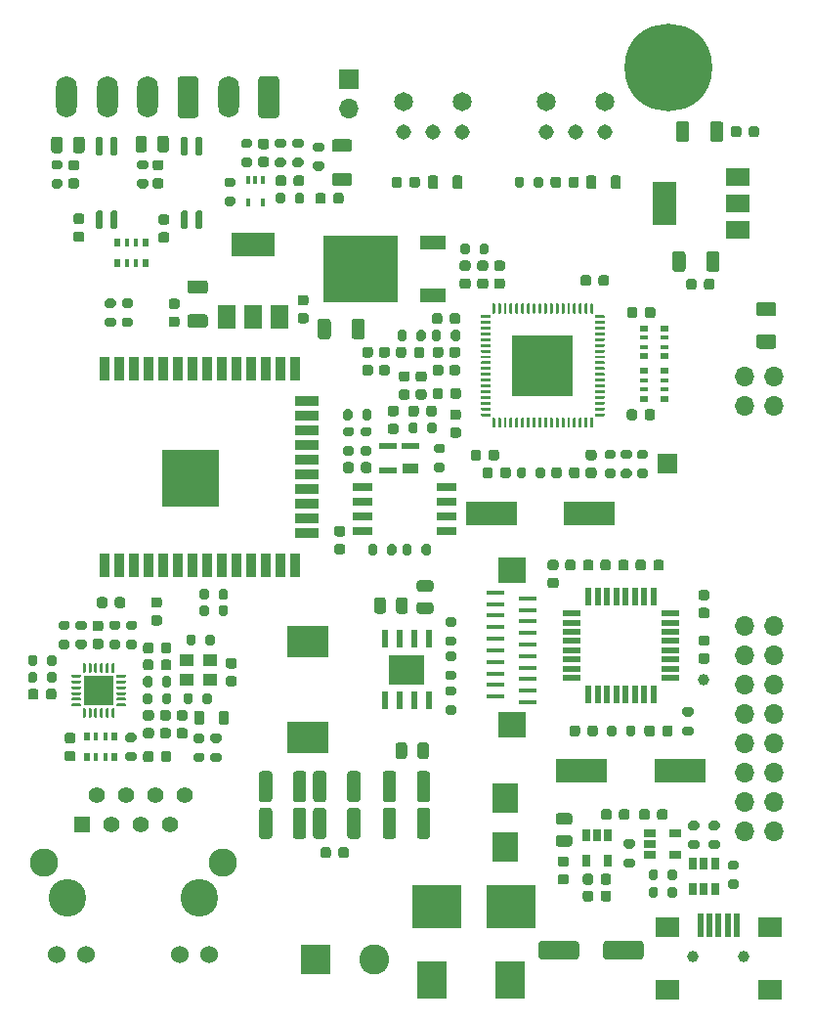
<source format=gbr>
G04 #@! TF.GenerationSoftware,KiCad,Pcbnew,(5.1.9)-1*
G04 #@! TF.CreationDate,2021-07-06T15:31:01+07:00*
G04 #@! TF.ProjectId,main2,6d61696e-322e-46b6-9963-61645f706362,rev?*
G04 #@! TF.SameCoordinates,Original*
G04 #@! TF.FileFunction,Soldermask,Top*
G04 #@! TF.FilePolarity,Negative*
%FSLAX46Y46*%
G04 Gerber Fmt 4.6, Leading zero omitted, Abs format (unit mm)*
G04 Created by KiCad (PCBNEW (5.1.9)-1) date 2021-07-06 15:31:01*
%MOMM*%
%LPD*%
G01*
G04 APERTURE LIST*
%ADD10O,1.700000X1.700000*%
%ADD11R,5.300000X5.300000*%
%ADD12R,2.400000X2.200000*%
%ADD13R,1.500000X0.400000*%
%ADD14R,0.500000X2.000000*%
%ADD15R,2.000000X1.700000*%
%ADD16C,1.000000*%
%ADD17R,0.650000X1.060000*%
%ADD18R,5.000000X5.000000*%
%ADD19R,0.900000X2.000000*%
%ADD20R,2.000000X0.900000*%
%ADD21R,2.600000X2.600000*%
%ADD22R,3.800000X2.000000*%
%ADD23R,1.500000X2.000000*%
%ADD24R,1.600000X0.550000*%
%ADD25R,0.550000X1.600000*%
%ADD26R,1.060000X0.650000*%
%ADD27R,1.300000X1.100000*%
%ADD28R,4.500000X2.000000*%
%ADD29R,2.200000X1.200000*%
%ADD30R,6.400000X5.800000*%
%ADD31R,0.800000X0.500000*%
%ADD32R,0.800000X0.400000*%
%ADD33R,0.500000X0.800000*%
%ADD34R,0.400000X0.800000*%
%ADD35C,1.650000*%
%ADD36C,1.308000*%
%ADD37R,0.400000X0.650000*%
%ADD38R,1.587500X0.508000*%
%ADD39R,1.320800X0.889000*%
%ADD40R,2.000000X3.800000*%
%ADD41R,2.000000X1.500000*%
%ADD42R,2.500000X3.300000*%
%ADD43R,2.300000X2.500000*%
%ADD44C,2.600000*%
%ADD45R,3.600000X2.700000*%
%ADD46R,4.240000X3.810000*%
%ADD47O,1.800000X3.600000*%
%ADD48R,1.700000X1.700000*%
%ADD49C,3.250000*%
%ADD50C,2.445000*%
%ADD51C,1.530000*%
%ADD52C,1.398000*%
%ADD53R,1.398000X1.398000*%
%ADD54R,0.600000X1.550000*%
%ADD55R,3.100000X2.600000*%
%ADD56R,1.700000X0.650000*%
%ADD57C,4.700000*%
%ADD58C,7.600000*%
G04 APERTURE END LIST*
D10*
X122872500Y-77152500D03*
X125412500Y-77152500D03*
X122872500Y-79692500D03*
X125412500Y-79692500D03*
X122872500Y-98742500D03*
X125412500Y-98742500D03*
X122872500Y-101282500D03*
X125412500Y-101282500D03*
X122872500Y-103822500D03*
X125412500Y-103822500D03*
X122872500Y-106362500D03*
X125412500Y-106362500D03*
X122872500Y-108902500D03*
X125412500Y-108902500D03*
X122872500Y-111442500D03*
X125412500Y-111442500D03*
X122872500Y-113982500D03*
X125412500Y-113982500D03*
X122872500Y-116522500D03*
X125412500Y-116522500D03*
G36*
G01*
X100035000Y-72012500D02*
X100035000Y-71887500D01*
G75*
G02*
X100097500Y-71825000I62500J0D01*
G01*
X100847500Y-71825000D01*
G75*
G02*
X100910000Y-71887500I0J-62500D01*
G01*
X100910000Y-72012500D01*
G75*
G02*
X100847500Y-72075000I-62500J0D01*
G01*
X100097500Y-72075000D01*
G75*
G02*
X100035000Y-72012500I0J62500D01*
G01*
G37*
G36*
G01*
X100035000Y-72512500D02*
X100035000Y-72387500D01*
G75*
G02*
X100097500Y-72325000I62500J0D01*
G01*
X100847500Y-72325000D01*
G75*
G02*
X100910000Y-72387500I0J-62500D01*
G01*
X100910000Y-72512500D01*
G75*
G02*
X100847500Y-72575000I-62500J0D01*
G01*
X100097500Y-72575000D01*
G75*
G02*
X100035000Y-72512500I0J62500D01*
G01*
G37*
G36*
G01*
X100035000Y-73012500D02*
X100035000Y-72887500D01*
G75*
G02*
X100097500Y-72825000I62500J0D01*
G01*
X100847500Y-72825000D01*
G75*
G02*
X100910000Y-72887500I0J-62500D01*
G01*
X100910000Y-73012500D01*
G75*
G02*
X100847500Y-73075000I-62500J0D01*
G01*
X100097500Y-73075000D01*
G75*
G02*
X100035000Y-73012500I0J62500D01*
G01*
G37*
G36*
G01*
X100035000Y-73512500D02*
X100035000Y-73387500D01*
G75*
G02*
X100097500Y-73325000I62500J0D01*
G01*
X100847500Y-73325000D01*
G75*
G02*
X100910000Y-73387500I0J-62500D01*
G01*
X100910000Y-73512500D01*
G75*
G02*
X100847500Y-73575000I-62500J0D01*
G01*
X100097500Y-73575000D01*
G75*
G02*
X100035000Y-73512500I0J62500D01*
G01*
G37*
G36*
G01*
X100035000Y-74012500D02*
X100035000Y-73887500D01*
G75*
G02*
X100097500Y-73825000I62500J0D01*
G01*
X100847500Y-73825000D01*
G75*
G02*
X100910000Y-73887500I0J-62500D01*
G01*
X100910000Y-74012500D01*
G75*
G02*
X100847500Y-74075000I-62500J0D01*
G01*
X100097500Y-74075000D01*
G75*
G02*
X100035000Y-74012500I0J62500D01*
G01*
G37*
G36*
G01*
X100035000Y-74512500D02*
X100035000Y-74387500D01*
G75*
G02*
X100097500Y-74325000I62500J0D01*
G01*
X100847500Y-74325000D01*
G75*
G02*
X100910000Y-74387500I0J-62500D01*
G01*
X100910000Y-74512500D01*
G75*
G02*
X100847500Y-74575000I-62500J0D01*
G01*
X100097500Y-74575000D01*
G75*
G02*
X100035000Y-74512500I0J62500D01*
G01*
G37*
G36*
G01*
X100035000Y-75012500D02*
X100035000Y-74887500D01*
G75*
G02*
X100097500Y-74825000I62500J0D01*
G01*
X100847500Y-74825000D01*
G75*
G02*
X100910000Y-74887500I0J-62500D01*
G01*
X100910000Y-75012500D01*
G75*
G02*
X100847500Y-75075000I-62500J0D01*
G01*
X100097500Y-75075000D01*
G75*
G02*
X100035000Y-75012500I0J62500D01*
G01*
G37*
G36*
G01*
X100035000Y-75512500D02*
X100035000Y-75387500D01*
G75*
G02*
X100097500Y-75325000I62500J0D01*
G01*
X100847500Y-75325000D01*
G75*
G02*
X100910000Y-75387500I0J-62500D01*
G01*
X100910000Y-75512500D01*
G75*
G02*
X100847500Y-75575000I-62500J0D01*
G01*
X100097500Y-75575000D01*
G75*
G02*
X100035000Y-75512500I0J62500D01*
G01*
G37*
G36*
G01*
X100035000Y-76012500D02*
X100035000Y-75887500D01*
G75*
G02*
X100097500Y-75825000I62500J0D01*
G01*
X100847500Y-75825000D01*
G75*
G02*
X100910000Y-75887500I0J-62500D01*
G01*
X100910000Y-76012500D01*
G75*
G02*
X100847500Y-76075000I-62500J0D01*
G01*
X100097500Y-76075000D01*
G75*
G02*
X100035000Y-76012500I0J62500D01*
G01*
G37*
G36*
G01*
X100035000Y-76512500D02*
X100035000Y-76387500D01*
G75*
G02*
X100097500Y-76325000I62500J0D01*
G01*
X100847500Y-76325000D01*
G75*
G02*
X100910000Y-76387500I0J-62500D01*
G01*
X100910000Y-76512500D01*
G75*
G02*
X100847500Y-76575000I-62500J0D01*
G01*
X100097500Y-76575000D01*
G75*
G02*
X100035000Y-76512500I0J62500D01*
G01*
G37*
G36*
G01*
X100035000Y-77012500D02*
X100035000Y-76887500D01*
G75*
G02*
X100097500Y-76825000I62500J0D01*
G01*
X100847500Y-76825000D01*
G75*
G02*
X100910000Y-76887500I0J-62500D01*
G01*
X100910000Y-77012500D01*
G75*
G02*
X100847500Y-77075000I-62500J0D01*
G01*
X100097500Y-77075000D01*
G75*
G02*
X100035000Y-77012500I0J62500D01*
G01*
G37*
G36*
G01*
X100035000Y-77512500D02*
X100035000Y-77387500D01*
G75*
G02*
X100097500Y-77325000I62500J0D01*
G01*
X100847500Y-77325000D01*
G75*
G02*
X100910000Y-77387500I0J-62500D01*
G01*
X100910000Y-77512500D01*
G75*
G02*
X100847500Y-77575000I-62500J0D01*
G01*
X100097500Y-77575000D01*
G75*
G02*
X100035000Y-77512500I0J62500D01*
G01*
G37*
G36*
G01*
X100035000Y-78012500D02*
X100035000Y-77887500D01*
G75*
G02*
X100097500Y-77825000I62500J0D01*
G01*
X100847500Y-77825000D01*
G75*
G02*
X100910000Y-77887500I0J-62500D01*
G01*
X100910000Y-78012500D01*
G75*
G02*
X100847500Y-78075000I-62500J0D01*
G01*
X100097500Y-78075000D01*
G75*
G02*
X100035000Y-78012500I0J62500D01*
G01*
G37*
G36*
G01*
X100035000Y-78512500D02*
X100035000Y-78387500D01*
G75*
G02*
X100097500Y-78325000I62500J0D01*
G01*
X100847500Y-78325000D01*
G75*
G02*
X100910000Y-78387500I0J-62500D01*
G01*
X100910000Y-78512500D01*
G75*
G02*
X100847500Y-78575000I-62500J0D01*
G01*
X100097500Y-78575000D01*
G75*
G02*
X100035000Y-78512500I0J62500D01*
G01*
G37*
G36*
G01*
X100035000Y-79012500D02*
X100035000Y-78887500D01*
G75*
G02*
X100097500Y-78825000I62500J0D01*
G01*
X100847500Y-78825000D01*
G75*
G02*
X100910000Y-78887500I0J-62500D01*
G01*
X100910000Y-79012500D01*
G75*
G02*
X100847500Y-79075000I-62500J0D01*
G01*
X100097500Y-79075000D01*
G75*
G02*
X100035000Y-79012500I0J62500D01*
G01*
G37*
G36*
G01*
X100035000Y-79512500D02*
X100035000Y-79387500D01*
G75*
G02*
X100097500Y-79325000I62500J0D01*
G01*
X100847500Y-79325000D01*
G75*
G02*
X100910000Y-79387500I0J-62500D01*
G01*
X100910000Y-79512500D01*
G75*
G02*
X100847500Y-79575000I-62500J0D01*
G01*
X100097500Y-79575000D01*
G75*
G02*
X100035000Y-79512500I0J62500D01*
G01*
G37*
G36*
G01*
X100035000Y-80012500D02*
X100035000Y-79887500D01*
G75*
G02*
X100097500Y-79825000I62500J0D01*
G01*
X100847500Y-79825000D01*
G75*
G02*
X100910000Y-79887500I0J-62500D01*
G01*
X100910000Y-80012500D01*
G75*
G02*
X100847500Y-80075000I-62500J0D01*
G01*
X100097500Y-80075000D01*
G75*
G02*
X100035000Y-80012500I0J62500D01*
G01*
G37*
G36*
G01*
X100035000Y-80512500D02*
X100035000Y-80387500D01*
G75*
G02*
X100097500Y-80325000I62500J0D01*
G01*
X100847500Y-80325000D01*
G75*
G02*
X100910000Y-80387500I0J-62500D01*
G01*
X100910000Y-80512500D01*
G75*
G02*
X100847500Y-80575000I-62500J0D01*
G01*
X100097500Y-80575000D01*
G75*
G02*
X100035000Y-80512500I0J62500D01*
G01*
G37*
G36*
G01*
X101035000Y-81512500D02*
X101035000Y-80762500D01*
G75*
G02*
X101097500Y-80700000I62500J0D01*
G01*
X101222500Y-80700000D01*
G75*
G02*
X101285000Y-80762500I0J-62500D01*
G01*
X101285000Y-81512500D01*
G75*
G02*
X101222500Y-81575000I-62500J0D01*
G01*
X101097500Y-81575000D01*
G75*
G02*
X101035000Y-81512500I0J62500D01*
G01*
G37*
G36*
G01*
X101535000Y-81512500D02*
X101535000Y-80762500D01*
G75*
G02*
X101597500Y-80700000I62500J0D01*
G01*
X101722500Y-80700000D01*
G75*
G02*
X101785000Y-80762500I0J-62500D01*
G01*
X101785000Y-81512500D01*
G75*
G02*
X101722500Y-81575000I-62500J0D01*
G01*
X101597500Y-81575000D01*
G75*
G02*
X101535000Y-81512500I0J62500D01*
G01*
G37*
G36*
G01*
X102035000Y-81512500D02*
X102035000Y-80762500D01*
G75*
G02*
X102097500Y-80700000I62500J0D01*
G01*
X102222500Y-80700000D01*
G75*
G02*
X102285000Y-80762500I0J-62500D01*
G01*
X102285000Y-81512500D01*
G75*
G02*
X102222500Y-81575000I-62500J0D01*
G01*
X102097500Y-81575000D01*
G75*
G02*
X102035000Y-81512500I0J62500D01*
G01*
G37*
G36*
G01*
X102535000Y-81512500D02*
X102535000Y-80762500D01*
G75*
G02*
X102597500Y-80700000I62500J0D01*
G01*
X102722500Y-80700000D01*
G75*
G02*
X102785000Y-80762500I0J-62500D01*
G01*
X102785000Y-81512500D01*
G75*
G02*
X102722500Y-81575000I-62500J0D01*
G01*
X102597500Y-81575000D01*
G75*
G02*
X102535000Y-81512500I0J62500D01*
G01*
G37*
G36*
G01*
X103035000Y-81512500D02*
X103035000Y-80762500D01*
G75*
G02*
X103097500Y-80700000I62500J0D01*
G01*
X103222500Y-80700000D01*
G75*
G02*
X103285000Y-80762500I0J-62500D01*
G01*
X103285000Y-81512500D01*
G75*
G02*
X103222500Y-81575000I-62500J0D01*
G01*
X103097500Y-81575000D01*
G75*
G02*
X103035000Y-81512500I0J62500D01*
G01*
G37*
G36*
G01*
X103535000Y-81512500D02*
X103535000Y-80762500D01*
G75*
G02*
X103597500Y-80700000I62500J0D01*
G01*
X103722500Y-80700000D01*
G75*
G02*
X103785000Y-80762500I0J-62500D01*
G01*
X103785000Y-81512500D01*
G75*
G02*
X103722500Y-81575000I-62500J0D01*
G01*
X103597500Y-81575000D01*
G75*
G02*
X103535000Y-81512500I0J62500D01*
G01*
G37*
G36*
G01*
X104035000Y-81512500D02*
X104035000Y-80762500D01*
G75*
G02*
X104097500Y-80700000I62500J0D01*
G01*
X104222500Y-80700000D01*
G75*
G02*
X104285000Y-80762500I0J-62500D01*
G01*
X104285000Y-81512500D01*
G75*
G02*
X104222500Y-81575000I-62500J0D01*
G01*
X104097500Y-81575000D01*
G75*
G02*
X104035000Y-81512500I0J62500D01*
G01*
G37*
G36*
G01*
X104535000Y-81512500D02*
X104535000Y-80762500D01*
G75*
G02*
X104597500Y-80700000I62500J0D01*
G01*
X104722500Y-80700000D01*
G75*
G02*
X104785000Y-80762500I0J-62500D01*
G01*
X104785000Y-81512500D01*
G75*
G02*
X104722500Y-81575000I-62500J0D01*
G01*
X104597500Y-81575000D01*
G75*
G02*
X104535000Y-81512500I0J62500D01*
G01*
G37*
G36*
G01*
X105035000Y-81512500D02*
X105035000Y-80762500D01*
G75*
G02*
X105097500Y-80700000I62500J0D01*
G01*
X105222500Y-80700000D01*
G75*
G02*
X105285000Y-80762500I0J-62500D01*
G01*
X105285000Y-81512500D01*
G75*
G02*
X105222500Y-81575000I-62500J0D01*
G01*
X105097500Y-81575000D01*
G75*
G02*
X105035000Y-81512500I0J62500D01*
G01*
G37*
G36*
G01*
X105535000Y-81512500D02*
X105535000Y-80762500D01*
G75*
G02*
X105597500Y-80700000I62500J0D01*
G01*
X105722500Y-80700000D01*
G75*
G02*
X105785000Y-80762500I0J-62500D01*
G01*
X105785000Y-81512500D01*
G75*
G02*
X105722500Y-81575000I-62500J0D01*
G01*
X105597500Y-81575000D01*
G75*
G02*
X105535000Y-81512500I0J62500D01*
G01*
G37*
G36*
G01*
X106035000Y-81512500D02*
X106035000Y-80762500D01*
G75*
G02*
X106097500Y-80700000I62500J0D01*
G01*
X106222500Y-80700000D01*
G75*
G02*
X106285000Y-80762500I0J-62500D01*
G01*
X106285000Y-81512500D01*
G75*
G02*
X106222500Y-81575000I-62500J0D01*
G01*
X106097500Y-81575000D01*
G75*
G02*
X106035000Y-81512500I0J62500D01*
G01*
G37*
G36*
G01*
X106535000Y-81512500D02*
X106535000Y-80762500D01*
G75*
G02*
X106597500Y-80700000I62500J0D01*
G01*
X106722500Y-80700000D01*
G75*
G02*
X106785000Y-80762500I0J-62500D01*
G01*
X106785000Y-81512500D01*
G75*
G02*
X106722500Y-81575000I-62500J0D01*
G01*
X106597500Y-81575000D01*
G75*
G02*
X106535000Y-81512500I0J62500D01*
G01*
G37*
G36*
G01*
X107035000Y-81512500D02*
X107035000Y-80762500D01*
G75*
G02*
X107097500Y-80700000I62500J0D01*
G01*
X107222500Y-80700000D01*
G75*
G02*
X107285000Y-80762500I0J-62500D01*
G01*
X107285000Y-81512500D01*
G75*
G02*
X107222500Y-81575000I-62500J0D01*
G01*
X107097500Y-81575000D01*
G75*
G02*
X107035000Y-81512500I0J62500D01*
G01*
G37*
G36*
G01*
X107535000Y-81512500D02*
X107535000Y-80762500D01*
G75*
G02*
X107597500Y-80700000I62500J0D01*
G01*
X107722500Y-80700000D01*
G75*
G02*
X107785000Y-80762500I0J-62500D01*
G01*
X107785000Y-81512500D01*
G75*
G02*
X107722500Y-81575000I-62500J0D01*
G01*
X107597500Y-81575000D01*
G75*
G02*
X107535000Y-81512500I0J62500D01*
G01*
G37*
G36*
G01*
X108035000Y-81512500D02*
X108035000Y-80762500D01*
G75*
G02*
X108097500Y-80700000I62500J0D01*
G01*
X108222500Y-80700000D01*
G75*
G02*
X108285000Y-80762500I0J-62500D01*
G01*
X108285000Y-81512500D01*
G75*
G02*
X108222500Y-81575000I-62500J0D01*
G01*
X108097500Y-81575000D01*
G75*
G02*
X108035000Y-81512500I0J62500D01*
G01*
G37*
G36*
G01*
X108535000Y-81512500D02*
X108535000Y-80762500D01*
G75*
G02*
X108597500Y-80700000I62500J0D01*
G01*
X108722500Y-80700000D01*
G75*
G02*
X108785000Y-80762500I0J-62500D01*
G01*
X108785000Y-81512500D01*
G75*
G02*
X108722500Y-81575000I-62500J0D01*
G01*
X108597500Y-81575000D01*
G75*
G02*
X108535000Y-81512500I0J62500D01*
G01*
G37*
G36*
G01*
X109035000Y-81512500D02*
X109035000Y-80762500D01*
G75*
G02*
X109097500Y-80700000I62500J0D01*
G01*
X109222500Y-80700000D01*
G75*
G02*
X109285000Y-80762500I0J-62500D01*
G01*
X109285000Y-81512500D01*
G75*
G02*
X109222500Y-81575000I-62500J0D01*
G01*
X109097500Y-81575000D01*
G75*
G02*
X109035000Y-81512500I0J62500D01*
G01*
G37*
G36*
G01*
X109535000Y-81512500D02*
X109535000Y-80762500D01*
G75*
G02*
X109597500Y-80700000I62500J0D01*
G01*
X109722500Y-80700000D01*
G75*
G02*
X109785000Y-80762500I0J-62500D01*
G01*
X109785000Y-81512500D01*
G75*
G02*
X109722500Y-81575000I-62500J0D01*
G01*
X109597500Y-81575000D01*
G75*
G02*
X109535000Y-81512500I0J62500D01*
G01*
G37*
G36*
G01*
X109910000Y-80512500D02*
X109910000Y-80387500D01*
G75*
G02*
X109972500Y-80325000I62500J0D01*
G01*
X110722500Y-80325000D01*
G75*
G02*
X110785000Y-80387500I0J-62500D01*
G01*
X110785000Y-80512500D01*
G75*
G02*
X110722500Y-80575000I-62500J0D01*
G01*
X109972500Y-80575000D01*
G75*
G02*
X109910000Y-80512500I0J62500D01*
G01*
G37*
G36*
G01*
X109910000Y-80012500D02*
X109910000Y-79887500D01*
G75*
G02*
X109972500Y-79825000I62500J0D01*
G01*
X110722500Y-79825000D01*
G75*
G02*
X110785000Y-79887500I0J-62500D01*
G01*
X110785000Y-80012500D01*
G75*
G02*
X110722500Y-80075000I-62500J0D01*
G01*
X109972500Y-80075000D01*
G75*
G02*
X109910000Y-80012500I0J62500D01*
G01*
G37*
G36*
G01*
X109910000Y-79512500D02*
X109910000Y-79387500D01*
G75*
G02*
X109972500Y-79325000I62500J0D01*
G01*
X110722500Y-79325000D01*
G75*
G02*
X110785000Y-79387500I0J-62500D01*
G01*
X110785000Y-79512500D01*
G75*
G02*
X110722500Y-79575000I-62500J0D01*
G01*
X109972500Y-79575000D01*
G75*
G02*
X109910000Y-79512500I0J62500D01*
G01*
G37*
G36*
G01*
X109910000Y-79012500D02*
X109910000Y-78887500D01*
G75*
G02*
X109972500Y-78825000I62500J0D01*
G01*
X110722500Y-78825000D01*
G75*
G02*
X110785000Y-78887500I0J-62500D01*
G01*
X110785000Y-79012500D01*
G75*
G02*
X110722500Y-79075000I-62500J0D01*
G01*
X109972500Y-79075000D01*
G75*
G02*
X109910000Y-79012500I0J62500D01*
G01*
G37*
G36*
G01*
X109910000Y-78512500D02*
X109910000Y-78387500D01*
G75*
G02*
X109972500Y-78325000I62500J0D01*
G01*
X110722500Y-78325000D01*
G75*
G02*
X110785000Y-78387500I0J-62500D01*
G01*
X110785000Y-78512500D01*
G75*
G02*
X110722500Y-78575000I-62500J0D01*
G01*
X109972500Y-78575000D01*
G75*
G02*
X109910000Y-78512500I0J62500D01*
G01*
G37*
G36*
G01*
X109910000Y-78012500D02*
X109910000Y-77887500D01*
G75*
G02*
X109972500Y-77825000I62500J0D01*
G01*
X110722500Y-77825000D01*
G75*
G02*
X110785000Y-77887500I0J-62500D01*
G01*
X110785000Y-78012500D01*
G75*
G02*
X110722500Y-78075000I-62500J0D01*
G01*
X109972500Y-78075000D01*
G75*
G02*
X109910000Y-78012500I0J62500D01*
G01*
G37*
G36*
G01*
X109910000Y-77512500D02*
X109910000Y-77387500D01*
G75*
G02*
X109972500Y-77325000I62500J0D01*
G01*
X110722500Y-77325000D01*
G75*
G02*
X110785000Y-77387500I0J-62500D01*
G01*
X110785000Y-77512500D01*
G75*
G02*
X110722500Y-77575000I-62500J0D01*
G01*
X109972500Y-77575000D01*
G75*
G02*
X109910000Y-77512500I0J62500D01*
G01*
G37*
G36*
G01*
X109910000Y-77012500D02*
X109910000Y-76887500D01*
G75*
G02*
X109972500Y-76825000I62500J0D01*
G01*
X110722500Y-76825000D01*
G75*
G02*
X110785000Y-76887500I0J-62500D01*
G01*
X110785000Y-77012500D01*
G75*
G02*
X110722500Y-77075000I-62500J0D01*
G01*
X109972500Y-77075000D01*
G75*
G02*
X109910000Y-77012500I0J62500D01*
G01*
G37*
G36*
G01*
X109910000Y-76512500D02*
X109910000Y-76387500D01*
G75*
G02*
X109972500Y-76325000I62500J0D01*
G01*
X110722500Y-76325000D01*
G75*
G02*
X110785000Y-76387500I0J-62500D01*
G01*
X110785000Y-76512500D01*
G75*
G02*
X110722500Y-76575000I-62500J0D01*
G01*
X109972500Y-76575000D01*
G75*
G02*
X109910000Y-76512500I0J62500D01*
G01*
G37*
G36*
G01*
X109910000Y-76012500D02*
X109910000Y-75887500D01*
G75*
G02*
X109972500Y-75825000I62500J0D01*
G01*
X110722500Y-75825000D01*
G75*
G02*
X110785000Y-75887500I0J-62500D01*
G01*
X110785000Y-76012500D01*
G75*
G02*
X110722500Y-76075000I-62500J0D01*
G01*
X109972500Y-76075000D01*
G75*
G02*
X109910000Y-76012500I0J62500D01*
G01*
G37*
G36*
G01*
X109910000Y-75512500D02*
X109910000Y-75387500D01*
G75*
G02*
X109972500Y-75325000I62500J0D01*
G01*
X110722500Y-75325000D01*
G75*
G02*
X110785000Y-75387500I0J-62500D01*
G01*
X110785000Y-75512500D01*
G75*
G02*
X110722500Y-75575000I-62500J0D01*
G01*
X109972500Y-75575000D01*
G75*
G02*
X109910000Y-75512500I0J62500D01*
G01*
G37*
G36*
G01*
X109910000Y-75012500D02*
X109910000Y-74887500D01*
G75*
G02*
X109972500Y-74825000I62500J0D01*
G01*
X110722500Y-74825000D01*
G75*
G02*
X110785000Y-74887500I0J-62500D01*
G01*
X110785000Y-75012500D01*
G75*
G02*
X110722500Y-75075000I-62500J0D01*
G01*
X109972500Y-75075000D01*
G75*
G02*
X109910000Y-75012500I0J62500D01*
G01*
G37*
G36*
G01*
X109910000Y-74512500D02*
X109910000Y-74387500D01*
G75*
G02*
X109972500Y-74325000I62500J0D01*
G01*
X110722500Y-74325000D01*
G75*
G02*
X110785000Y-74387500I0J-62500D01*
G01*
X110785000Y-74512500D01*
G75*
G02*
X110722500Y-74575000I-62500J0D01*
G01*
X109972500Y-74575000D01*
G75*
G02*
X109910000Y-74512500I0J62500D01*
G01*
G37*
G36*
G01*
X109910000Y-74012500D02*
X109910000Y-73887500D01*
G75*
G02*
X109972500Y-73825000I62500J0D01*
G01*
X110722500Y-73825000D01*
G75*
G02*
X110785000Y-73887500I0J-62500D01*
G01*
X110785000Y-74012500D01*
G75*
G02*
X110722500Y-74075000I-62500J0D01*
G01*
X109972500Y-74075000D01*
G75*
G02*
X109910000Y-74012500I0J62500D01*
G01*
G37*
G36*
G01*
X109910000Y-73512500D02*
X109910000Y-73387500D01*
G75*
G02*
X109972500Y-73325000I62500J0D01*
G01*
X110722500Y-73325000D01*
G75*
G02*
X110785000Y-73387500I0J-62500D01*
G01*
X110785000Y-73512500D01*
G75*
G02*
X110722500Y-73575000I-62500J0D01*
G01*
X109972500Y-73575000D01*
G75*
G02*
X109910000Y-73512500I0J62500D01*
G01*
G37*
G36*
G01*
X109910000Y-73012500D02*
X109910000Y-72887500D01*
G75*
G02*
X109972500Y-72825000I62500J0D01*
G01*
X110722500Y-72825000D01*
G75*
G02*
X110785000Y-72887500I0J-62500D01*
G01*
X110785000Y-73012500D01*
G75*
G02*
X110722500Y-73075000I-62500J0D01*
G01*
X109972500Y-73075000D01*
G75*
G02*
X109910000Y-73012500I0J62500D01*
G01*
G37*
G36*
G01*
X109910000Y-72512500D02*
X109910000Y-72387500D01*
G75*
G02*
X109972500Y-72325000I62500J0D01*
G01*
X110722500Y-72325000D01*
G75*
G02*
X110785000Y-72387500I0J-62500D01*
G01*
X110785000Y-72512500D01*
G75*
G02*
X110722500Y-72575000I-62500J0D01*
G01*
X109972500Y-72575000D01*
G75*
G02*
X109910000Y-72512500I0J62500D01*
G01*
G37*
G36*
G01*
X109910000Y-72012500D02*
X109910000Y-71887500D01*
G75*
G02*
X109972500Y-71825000I62500J0D01*
G01*
X110722500Y-71825000D01*
G75*
G02*
X110785000Y-71887500I0J-62500D01*
G01*
X110785000Y-72012500D01*
G75*
G02*
X110722500Y-72075000I-62500J0D01*
G01*
X109972500Y-72075000D01*
G75*
G02*
X109910000Y-72012500I0J62500D01*
G01*
G37*
G36*
G01*
X109535000Y-71637500D02*
X109535000Y-70887500D01*
G75*
G02*
X109597500Y-70825000I62500J0D01*
G01*
X109722500Y-70825000D01*
G75*
G02*
X109785000Y-70887500I0J-62500D01*
G01*
X109785000Y-71637500D01*
G75*
G02*
X109722500Y-71700000I-62500J0D01*
G01*
X109597500Y-71700000D01*
G75*
G02*
X109535000Y-71637500I0J62500D01*
G01*
G37*
G36*
G01*
X109035000Y-71637500D02*
X109035000Y-70887500D01*
G75*
G02*
X109097500Y-70825000I62500J0D01*
G01*
X109222500Y-70825000D01*
G75*
G02*
X109285000Y-70887500I0J-62500D01*
G01*
X109285000Y-71637500D01*
G75*
G02*
X109222500Y-71700000I-62500J0D01*
G01*
X109097500Y-71700000D01*
G75*
G02*
X109035000Y-71637500I0J62500D01*
G01*
G37*
G36*
G01*
X108535000Y-71637500D02*
X108535000Y-70887500D01*
G75*
G02*
X108597500Y-70825000I62500J0D01*
G01*
X108722500Y-70825000D01*
G75*
G02*
X108785000Y-70887500I0J-62500D01*
G01*
X108785000Y-71637500D01*
G75*
G02*
X108722500Y-71700000I-62500J0D01*
G01*
X108597500Y-71700000D01*
G75*
G02*
X108535000Y-71637500I0J62500D01*
G01*
G37*
G36*
G01*
X108035000Y-71637500D02*
X108035000Y-70887500D01*
G75*
G02*
X108097500Y-70825000I62500J0D01*
G01*
X108222500Y-70825000D01*
G75*
G02*
X108285000Y-70887500I0J-62500D01*
G01*
X108285000Y-71637500D01*
G75*
G02*
X108222500Y-71700000I-62500J0D01*
G01*
X108097500Y-71700000D01*
G75*
G02*
X108035000Y-71637500I0J62500D01*
G01*
G37*
G36*
G01*
X107535000Y-71637500D02*
X107535000Y-70887500D01*
G75*
G02*
X107597500Y-70825000I62500J0D01*
G01*
X107722500Y-70825000D01*
G75*
G02*
X107785000Y-70887500I0J-62500D01*
G01*
X107785000Y-71637500D01*
G75*
G02*
X107722500Y-71700000I-62500J0D01*
G01*
X107597500Y-71700000D01*
G75*
G02*
X107535000Y-71637500I0J62500D01*
G01*
G37*
G36*
G01*
X107035000Y-71637500D02*
X107035000Y-70887500D01*
G75*
G02*
X107097500Y-70825000I62500J0D01*
G01*
X107222500Y-70825000D01*
G75*
G02*
X107285000Y-70887500I0J-62500D01*
G01*
X107285000Y-71637500D01*
G75*
G02*
X107222500Y-71700000I-62500J0D01*
G01*
X107097500Y-71700000D01*
G75*
G02*
X107035000Y-71637500I0J62500D01*
G01*
G37*
G36*
G01*
X106535000Y-71637500D02*
X106535000Y-70887500D01*
G75*
G02*
X106597500Y-70825000I62500J0D01*
G01*
X106722500Y-70825000D01*
G75*
G02*
X106785000Y-70887500I0J-62500D01*
G01*
X106785000Y-71637500D01*
G75*
G02*
X106722500Y-71700000I-62500J0D01*
G01*
X106597500Y-71700000D01*
G75*
G02*
X106535000Y-71637500I0J62500D01*
G01*
G37*
G36*
G01*
X106035000Y-71637500D02*
X106035000Y-70887500D01*
G75*
G02*
X106097500Y-70825000I62500J0D01*
G01*
X106222500Y-70825000D01*
G75*
G02*
X106285000Y-70887500I0J-62500D01*
G01*
X106285000Y-71637500D01*
G75*
G02*
X106222500Y-71700000I-62500J0D01*
G01*
X106097500Y-71700000D01*
G75*
G02*
X106035000Y-71637500I0J62500D01*
G01*
G37*
G36*
G01*
X105535000Y-71637500D02*
X105535000Y-70887500D01*
G75*
G02*
X105597500Y-70825000I62500J0D01*
G01*
X105722500Y-70825000D01*
G75*
G02*
X105785000Y-70887500I0J-62500D01*
G01*
X105785000Y-71637500D01*
G75*
G02*
X105722500Y-71700000I-62500J0D01*
G01*
X105597500Y-71700000D01*
G75*
G02*
X105535000Y-71637500I0J62500D01*
G01*
G37*
G36*
G01*
X105035000Y-71637500D02*
X105035000Y-70887500D01*
G75*
G02*
X105097500Y-70825000I62500J0D01*
G01*
X105222500Y-70825000D01*
G75*
G02*
X105285000Y-70887500I0J-62500D01*
G01*
X105285000Y-71637500D01*
G75*
G02*
X105222500Y-71700000I-62500J0D01*
G01*
X105097500Y-71700000D01*
G75*
G02*
X105035000Y-71637500I0J62500D01*
G01*
G37*
G36*
G01*
X104535000Y-71637500D02*
X104535000Y-70887500D01*
G75*
G02*
X104597500Y-70825000I62500J0D01*
G01*
X104722500Y-70825000D01*
G75*
G02*
X104785000Y-70887500I0J-62500D01*
G01*
X104785000Y-71637500D01*
G75*
G02*
X104722500Y-71700000I-62500J0D01*
G01*
X104597500Y-71700000D01*
G75*
G02*
X104535000Y-71637500I0J62500D01*
G01*
G37*
G36*
G01*
X104035000Y-71637500D02*
X104035000Y-70887500D01*
G75*
G02*
X104097500Y-70825000I62500J0D01*
G01*
X104222500Y-70825000D01*
G75*
G02*
X104285000Y-70887500I0J-62500D01*
G01*
X104285000Y-71637500D01*
G75*
G02*
X104222500Y-71700000I-62500J0D01*
G01*
X104097500Y-71700000D01*
G75*
G02*
X104035000Y-71637500I0J62500D01*
G01*
G37*
G36*
G01*
X103535000Y-71637500D02*
X103535000Y-70887500D01*
G75*
G02*
X103597500Y-70825000I62500J0D01*
G01*
X103722500Y-70825000D01*
G75*
G02*
X103785000Y-70887500I0J-62500D01*
G01*
X103785000Y-71637500D01*
G75*
G02*
X103722500Y-71700000I-62500J0D01*
G01*
X103597500Y-71700000D01*
G75*
G02*
X103535000Y-71637500I0J62500D01*
G01*
G37*
G36*
G01*
X103035000Y-71637500D02*
X103035000Y-70887500D01*
G75*
G02*
X103097500Y-70825000I62500J0D01*
G01*
X103222500Y-70825000D01*
G75*
G02*
X103285000Y-70887500I0J-62500D01*
G01*
X103285000Y-71637500D01*
G75*
G02*
X103222500Y-71700000I-62500J0D01*
G01*
X103097500Y-71700000D01*
G75*
G02*
X103035000Y-71637500I0J62500D01*
G01*
G37*
G36*
G01*
X102535000Y-71637500D02*
X102535000Y-70887500D01*
G75*
G02*
X102597500Y-70825000I62500J0D01*
G01*
X102722500Y-70825000D01*
G75*
G02*
X102785000Y-70887500I0J-62500D01*
G01*
X102785000Y-71637500D01*
G75*
G02*
X102722500Y-71700000I-62500J0D01*
G01*
X102597500Y-71700000D01*
G75*
G02*
X102535000Y-71637500I0J62500D01*
G01*
G37*
G36*
G01*
X102035000Y-71637500D02*
X102035000Y-70887500D01*
G75*
G02*
X102097500Y-70825000I62500J0D01*
G01*
X102222500Y-70825000D01*
G75*
G02*
X102285000Y-70887500I0J-62500D01*
G01*
X102285000Y-71637500D01*
G75*
G02*
X102222500Y-71700000I-62500J0D01*
G01*
X102097500Y-71700000D01*
G75*
G02*
X102035000Y-71637500I0J62500D01*
G01*
G37*
G36*
G01*
X101535000Y-71637500D02*
X101535000Y-70887500D01*
G75*
G02*
X101597500Y-70825000I62500J0D01*
G01*
X101722500Y-70825000D01*
G75*
G02*
X101785000Y-70887500I0J-62500D01*
G01*
X101785000Y-71637500D01*
G75*
G02*
X101722500Y-71700000I-62500J0D01*
G01*
X101597500Y-71700000D01*
G75*
G02*
X101535000Y-71637500I0J62500D01*
G01*
G37*
G36*
G01*
X101035000Y-71637500D02*
X101035000Y-70887500D01*
G75*
G02*
X101097500Y-70825000I62500J0D01*
G01*
X101222500Y-70825000D01*
G75*
G02*
X101285000Y-70887500I0J-62500D01*
G01*
X101285000Y-71637500D01*
G75*
G02*
X101222500Y-71700000I-62500J0D01*
G01*
X101097500Y-71700000D01*
G75*
G02*
X101035000Y-71637500I0J62500D01*
G01*
G37*
D11*
X105410000Y-76200000D03*
D12*
X102712520Y-107254040D03*
X102717600Y-93939360D03*
D13*
X104112520Y-97339720D03*
X101312520Y-97839720D03*
X104112520Y-98339720D03*
X101312520Y-96839720D03*
X104112520Y-99339720D03*
X101312520Y-95839720D03*
X101312520Y-99839720D03*
X101312520Y-98839720D03*
X104112520Y-96339720D03*
X104112520Y-100339720D03*
X104112520Y-105340980D03*
X104112520Y-101340980D03*
X101312520Y-103840980D03*
X101312520Y-104840980D03*
X101312520Y-100840980D03*
X104112520Y-104340980D03*
X101312520Y-101840980D03*
X104112520Y-103340980D03*
X101312520Y-102840980D03*
X104112520Y-102340980D03*
G36*
G01*
X65464500Y-65487000D02*
X64964500Y-65487000D01*
G75*
G02*
X64739500Y-65262000I0J225000D01*
G01*
X64739500Y-64812000D01*
G75*
G02*
X64964500Y-64587000I225000J0D01*
G01*
X65464500Y-64587000D01*
G75*
G02*
X65689500Y-64812000I0J-225000D01*
G01*
X65689500Y-65262000D01*
G75*
G02*
X65464500Y-65487000I-225000J0D01*
G01*
G37*
G36*
G01*
X65464500Y-63937000D02*
X64964500Y-63937000D01*
G75*
G02*
X64739500Y-63712000I0J225000D01*
G01*
X64739500Y-63262000D01*
G75*
G02*
X64964500Y-63037000I225000J0D01*
G01*
X65464500Y-63037000D01*
G75*
G02*
X65689500Y-63262000I0J-225000D01*
G01*
X65689500Y-63712000D01*
G75*
G02*
X65464500Y-63937000I-225000J0D01*
G01*
G37*
G36*
G01*
X72830500Y-65550500D02*
X72330500Y-65550500D01*
G75*
G02*
X72105500Y-65325500I0J225000D01*
G01*
X72105500Y-64875500D01*
G75*
G02*
X72330500Y-64650500I225000J0D01*
G01*
X72830500Y-64650500D01*
G75*
G02*
X73055500Y-64875500I0J-225000D01*
G01*
X73055500Y-65325500D01*
G75*
G02*
X72830500Y-65550500I-225000J0D01*
G01*
G37*
G36*
G01*
X72830500Y-64000500D02*
X72330500Y-64000500D01*
G75*
G02*
X72105500Y-63775500I0J225000D01*
G01*
X72105500Y-63325500D01*
G75*
G02*
X72330500Y-63100500I225000J0D01*
G01*
X72830500Y-63100500D01*
G75*
G02*
X73055500Y-63325500I0J-225000D01*
G01*
X73055500Y-63775500D01*
G75*
G02*
X72830500Y-64000500I-225000J0D01*
G01*
G37*
G36*
G01*
X112021500Y-115312000D02*
X112021500Y-114812000D01*
G75*
G02*
X112246500Y-114587000I225000J0D01*
G01*
X112696500Y-114587000D01*
G75*
G02*
X112921500Y-114812000I0J-225000D01*
G01*
X112921500Y-115312000D01*
G75*
G02*
X112696500Y-115537000I-225000J0D01*
G01*
X112246500Y-115537000D01*
G75*
G02*
X112021500Y-115312000I0J225000D01*
G01*
G37*
G36*
G01*
X110471500Y-115312000D02*
X110471500Y-114812000D01*
G75*
G02*
X110696500Y-114587000I225000J0D01*
G01*
X111146500Y-114587000D01*
G75*
G02*
X111371500Y-114812000I0J-225000D01*
G01*
X111371500Y-115312000D01*
G75*
G02*
X111146500Y-115537000I-225000J0D01*
G01*
X110696500Y-115537000D01*
G75*
G02*
X110471500Y-115312000I0J225000D01*
G01*
G37*
G36*
G01*
X106938000Y-118675700D02*
X107438000Y-118675700D01*
G75*
G02*
X107663000Y-118900700I0J-225000D01*
G01*
X107663000Y-119350700D01*
G75*
G02*
X107438000Y-119575700I-225000J0D01*
G01*
X106938000Y-119575700D01*
G75*
G02*
X106713000Y-119350700I0J225000D01*
G01*
X106713000Y-118900700D01*
G75*
G02*
X106938000Y-118675700I225000J0D01*
G01*
G37*
G36*
G01*
X106938000Y-120225700D02*
X107438000Y-120225700D01*
G75*
G02*
X107663000Y-120450700I0J-225000D01*
G01*
X107663000Y-120900700D01*
G75*
G02*
X107438000Y-121125700I-225000J0D01*
G01*
X106938000Y-121125700D01*
G75*
G02*
X106713000Y-120900700I0J225000D01*
G01*
X106713000Y-120450700D01*
G75*
G02*
X106938000Y-120225700I225000J0D01*
G01*
G37*
G36*
G01*
X111334000Y-121873200D02*
X111334000Y-122373200D01*
G75*
G02*
X111109000Y-122598200I-225000J0D01*
G01*
X110659000Y-122598200D01*
G75*
G02*
X110434000Y-122373200I0J225000D01*
G01*
X110434000Y-121873200D01*
G75*
G02*
X110659000Y-121648200I225000J0D01*
G01*
X111109000Y-121648200D01*
G75*
G02*
X111334000Y-121873200I0J-225000D01*
G01*
G37*
G36*
G01*
X109784000Y-121873200D02*
X109784000Y-122373200D01*
G75*
G02*
X109559000Y-122598200I-225000J0D01*
G01*
X109109000Y-122598200D01*
G75*
G02*
X108884000Y-122373200I0J225000D01*
G01*
X108884000Y-121873200D01*
G75*
G02*
X109109000Y-121648200I225000J0D01*
G01*
X109559000Y-121648200D01*
G75*
G02*
X109784000Y-121873200I0J-225000D01*
G01*
G37*
G36*
G01*
X111334000Y-120412700D02*
X111334000Y-120912700D01*
G75*
G02*
X111109000Y-121137700I-225000J0D01*
G01*
X110659000Y-121137700D01*
G75*
G02*
X110434000Y-120912700I0J225000D01*
G01*
X110434000Y-120412700D01*
G75*
G02*
X110659000Y-120187700I225000J0D01*
G01*
X111109000Y-120187700D01*
G75*
G02*
X111334000Y-120412700I0J-225000D01*
G01*
G37*
G36*
G01*
X109784000Y-120412700D02*
X109784000Y-120912700D01*
G75*
G02*
X109559000Y-121137700I-225000J0D01*
G01*
X109109000Y-121137700D01*
G75*
G02*
X108884000Y-120912700I0J225000D01*
G01*
X108884000Y-120412700D01*
G75*
G02*
X109109000Y-120187700I225000J0D01*
G01*
X109559000Y-120187700D01*
G75*
G02*
X109784000Y-120412700I0J-225000D01*
G01*
G37*
G36*
G01*
X69233500Y-96460500D02*
X69233500Y-96960500D01*
G75*
G02*
X69008500Y-97185500I-225000J0D01*
G01*
X68558500Y-97185500D01*
G75*
G02*
X68333500Y-96960500I0J225000D01*
G01*
X68333500Y-96460500D01*
G75*
G02*
X68558500Y-96235500I225000J0D01*
G01*
X69008500Y-96235500D01*
G75*
G02*
X69233500Y-96460500I0J-225000D01*
G01*
G37*
G36*
G01*
X67683500Y-96460500D02*
X67683500Y-96960500D01*
G75*
G02*
X67458500Y-97185500I-225000J0D01*
G01*
X67008500Y-97185500D01*
G75*
G02*
X66783500Y-96960500I0J225000D01*
G01*
X66783500Y-96460500D01*
G75*
G02*
X67008500Y-96235500I225000J0D01*
G01*
X67458500Y-96235500D01*
G75*
G02*
X67683500Y-96460500I0J-225000D01*
G01*
G37*
G36*
G01*
X71695500Y-97797500D02*
X72195500Y-97797500D01*
G75*
G02*
X72420500Y-98022500I0J-225000D01*
G01*
X72420500Y-98472500D01*
G75*
G02*
X72195500Y-98697500I-225000J0D01*
G01*
X71695500Y-98697500D01*
G75*
G02*
X71470500Y-98472500I0J225000D01*
G01*
X71470500Y-98022500D01*
G75*
G02*
X71695500Y-97797500I225000J0D01*
G01*
G37*
G36*
G01*
X71695500Y-96247500D02*
X72195500Y-96247500D01*
G75*
G02*
X72420500Y-96472500I0J-225000D01*
G01*
X72420500Y-96922500D01*
G75*
G02*
X72195500Y-97147500I-225000J0D01*
G01*
X71695500Y-97147500D01*
G75*
G02*
X71470500Y-96922500I0J225000D01*
G01*
X71470500Y-96472500D01*
G75*
G02*
X71695500Y-96247500I225000J0D01*
G01*
G37*
G36*
G01*
X78672500Y-102418000D02*
X78172500Y-102418000D01*
G75*
G02*
X77947500Y-102193000I0J225000D01*
G01*
X77947500Y-101743000D01*
G75*
G02*
X78172500Y-101518000I225000J0D01*
G01*
X78672500Y-101518000D01*
G75*
G02*
X78897500Y-101743000I0J-225000D01*
G01*
X78897500Y-102193000D01*
G75*
G02*
X78672500Y-102418000I-225000J0D01*
G01*
G37*
G36*
G01*
X78672500Y-103968000D02*
X78172500Y-103968000D01*
G75*
G02*
X77947500Y-103743000I0J225000D01*
G01*
X77947500Y-103293000D01*
G75*
G02*
X78172500Y-103068000I225000J0D01*
G01*
X78672500Y-103068000D01*
G75*
G02*
X78897500Y-103293000I0J-225000D01*
G01*
X78897500Y-103743000D01*
G75*
G02*
X78672500Y-103968000I-225000J0D01*
G01*
G37*
G36*
G01*
X63264500Y-104398000D02*
X63264500Y-104898000D01*
G75*
G02*
X63039500Y-105123000I-225000J0D01*
G01*
X62589500Y-105123000D01*
G75*
G02*
X62364500Y-104898000I0J225000D01*
G01*
X62364500Y-104398000D01*
G75*
G02*
X62589500Y-104173000I225000J0D01*
G01*
X63039500Y-104173000D01*
G75*
G02*
X63264500Y-104398000I0J-225000D01*
G01*
G37*
G36*
G01*
X61714500Y-104398000D02*
X61714500Y-104898000D01*
G75*
G02*
X61489500Y-105123000I-225000J0D01*
G01*
X61039500Y-105123000D01*
G75*
G02*
X60814500Y-104898000I0J225000D01*
G01*
X60814500Y-104398000D01*
G75*
G02*
X61039500Y-104173000I225000J0D01*
G01*
X61489500Y-104173000D01*
G75*
G02*
X61714500Y-104398000I0J-225000D01*
G01*
G37*
G36*
G01*
X72334000Y-110295500D02*
X72334000Y-109795500D01*
G75*
G02*
X72559000Y-109570500I225000J0D01*
G01*
X73009000Y-109570500D01*
G75*
G02*
X73234000Y-109795500I0J-225000D01*
G01*
X73234000Y-110295500D01*
G75*
G02*
X73009000Y-110520500I-225000J0D01*
G01*
X72559000Y-110520500D01*
G75*
G02*
X72334000Y-110295500I0J225000D01*
G01*
G37*
G36*
G01*
X70784000Y-110295500D02*
X70784000Y-109795500D01*
G75*
G02*
X71009000Y-109570500I225000J0D01*
G01*
X71459000Y-109570500D01*
G75*
G02*
X71684000Y-109795500I0J-225000D01*
G01*
X71684000Y-110295500D01*
G75*
G02*
X71459000Y-110520500I-225000J0D01*
G01*
X71009000Y-110520500D01*
G75*
G02*
X70784000Y-110295500I0J225000D01*
G01*
G37*
G36*
G01*
X70784000Y-102358000D02*
X70784000Y-101858000D01*
G75*
G02*
X71009000Y-101633000I225000J0D01*
G01*
X71459000Y-101633000D01*
G75*
G02*
X71684000Y-101858000I0J-225000D01*
G01*
X71684000Y-102358000D01*
G75*
G02*
X71459000Y-102583000I-225000J0D01*
G01*
X71009000Y-102583000D01*
G75*
G02*
X70784000Y-102358000I0J225000D01*
G01*
G37*
G36*
G01*
X72334000Y-102358000D02*
X72334000Y-101858000D01*
G75*
G02*
X72559000Y-101633000I225000J0D01*
G01*
X73009000Y-101633000D01*
G75*
G02*
X73234000Y-101858000I0J-225000D01*
G01*
X73234000Y-102358000D01*
G75*
G02*
X73009000Y-102583000I-225000J0D01*
G01*
X72559000Y-102583000D01*
G75*
G02*
X72334000Y-102358000I0J225000D01*
G01*
G37*
G36*
G01*
X84895500Y-70985500D02*
X84395500Y-70985500D01*
G75*
G02*
X84170500Y-70760500I0J225000D01*
G01*
X84170500Y-70310500D01*
G75*
G02*
X84395500Y-70085500I225000J0D01*
G01*
X84895500Y-70085500D01*
G75*
G02*
X85120500Y-70310500I0J-225000D01*
G01*
X85120500Y-70760500D01*
G75*
G02*
X84895500Y-70985500I-225000J0D01*
G01*
G37*
G36*
G01*
X84895500Y-72535500D02*
X84395500Y-72535500D01*
G75*
G02*
X84170500Y-72310500I0J225000D01*
G01*
X84170500Y-71860500D01*
G75*
G02*
X84395500Y-71635500I225000J0D01*
G01*
X84895500Y-71635500D01*
G75*
G02*
X85120500Y-71860500I0J-225000D01*
G01*
X85120500Y-72310500D01*
G75*
G02*
X84895500Y-72535500I-225000J0D01*
G01*
G37*
G36*
G01*
X72334000Y-100897500D02*
X72334000Y-100397500D01*
G75*
G02*
X72559000Y-100172500I225000J0D01*
G01*
X73009000Y-100172500D01*
G75*
G02*
X73234000Y-100397500I0J-225000D01*
G01*
X73234000Y-100897500D01*
G75*
G02*
X73009000Y-101122500I-225000J0D01*
G01*
X72559000Y-101122500D01*
G75*
G02*
X72334000Y-100897500I0J225000D01*
G01*
G37*
G36*
G01*
X70784000Y-100897500D02*
X70784000Y-100397500D01*
G75*
G02*
X71009000Y-100172500I225000J0D01*
G01*
X71459000Y-100172500D01*
G75*
G02*
X71684000Y-100397500I0J-225000D01*
G01*
X71684000Y-100897500D01*
G75*
G02*
X71459000Y-101122500I-225000J0D01*
G01*
X71009000Y-101122500D01*
G75*
G02*
X70784000Y-100897500I0J225000D01*
G01*
G37*
G36*
G01*
X70997000Y-107576500D02*
X71497000Y-107576500D01*
G75*
G02*
X71722000Y-107801500I0J-225000D01*
G01*
X71722000Y-108251500D01*
G75*
G02*
X71497000Y-108476500I-225000J0D01*
G01*
X70997000Y-108476500D01*
G75*
G02*
X70772000Y-108251500I0J225000D01*
G01*
X70772000Y-107801500D01*
G75*
G02*
X70997000Y-107576500I225000J0D01*
G01*
G37*
G36*
G01*
X70997000Y-106026500D02*
X71497000Y-106026500D01*
G75*
G02*
X71722000Y-106251500I0J-225000D01*
G01*
X71722000Y-106701500D01*
G75*
G02*
X71497000Y-106926500I-225000J0D01*
G01*
X70997000Y-106926500D01*
G75*
G02*
X70772000Y-106701500I0J225000D01*
G01*
X70772000Y-106251500D01*
G75*
G02*
X70997000Y-106026500I225000J0D01*
G01*
G37*
G36*
G01*
X72457500Y-106026500D02*
X72957500Y-106026500D01*
G75*
G02*
X73182500Y-106251500I0J-225000D01*
G01*
X73182500Y-106701500D01*
G75*
G02*
X72957500Y-106926500I-225000J0D01*
G01*
X72457500Y-106926500D01*
G75*
G02*
X72232500Y-106701500I0J225000D01*
G01*
X72232500Y-106251500D01*
G75*
G02*
X72457500Y-106026500I225000J0D01*
G01*
G37*
G36*
G01*
X72457500Y-107576500D02*
X72957500Y-107576500D01*
G75*
G02*
X73182500Y-107801500I0J-225000D01*
G01*
X73182500Y-108251500D01*
G75*
G02*
X72957500Y-108476500I-225000J0D01*
G01*
X72457500Y-108476500D01*
G75*
G02*
X72232500Y-108251500I0J225000D01*
G01*
X72232500Y-107801500D01*
G75*
G02*
X72457500Y-107576500I225000J0D01*
G01*
G37*
G36*
G01*
X73219500Y-70403000D02*
X73719500Y-70403000D01*
G75*
G02*
X73944500Y-70628000I0J-225000D01*
G01*
X73944500Y-71078000D01*
G75*
G02*
X73719500Y-71303000I-225000J0D01*
G01*
X73219500Y-71303000D01*
G75*
G02*
X72994500Y-71078000I0J225000D01*
G01*
X72994500Y-70628000D01*
G75*
G02*
X73219500Y-70403000I225000J0D01*
G01*
G37*
G36*
G01*
X73219500Y-71953000D02*
X73719500Y-71953000D01*
G75*
G02*
X73944500Y-72178000I0J-225000D01*
G01*
X73944500Y-72628000D01*
G75*
G02*
X73719500Y-72853000I-225000J0D01*
G01*
X73219500Y-72853000D01*
G75*
G02*
X72994500Y-72628000I0J225000D01*
G01*
X72994500Y-72178000D01*
G75*
G02*
X73219500Y-71953000I225000J0D01*
G01*
G37*
G36*
G01*
X73918000Y-107576500D02*
X74418000Y-107576500D01*
G75*
G02*
X74643000Y-107801500I0J-225000D01*
G01*
X74643000Y-108251500D01*
G75*
G02*
X74418000Y-108476500I-225000J0D01*
G01*
X73918000Y-108476500D01*
G75*
G02*
X73693000Y-108251500I0J225000D01*
G01*
X73693000Y-107801500D01*
G75*
G02*
X73918000Y-107576500I225000J0D01*
G01*
G37*
G36*
G01*
X73918000Y-106026500D02*
X74418000Y-106026500D01*
G75*
G02*
X74643000Y-106251500I0J-225000D01*
G01*
X74643000Y-106701500D01*
G75*
G02*
X74418000Y-106926500I-225000J0D01*
G01*
X73918000Y-106926500D01*
G75*
G02*
X73693000Y-106701500I0J225000D01*
G01*
X73693000Y-106251500D01*
G75*
G02*
X73918000Y-106026500I225000J0D01*
G01*
G37*
G36*
G01*
X110191000Y-107573000D02*
X110191000Y-108073000D01*
G75*
G02*
X109966000Y-108298000I-225000J0D01*
G01*
X109516000Y-108298000D01*
G75*
G02*
X109291000Y-108073000I0J225000D01*
G01*
X109291000Y-107573000D01*
G75*
G02*
X109516000Y-107348000I225000J0D01*
G01*
X109966000Y-107348000D01*
G75*
G02*
X110191000Y-107573000I0J-225000D01*
G01*
G37*
G36*
G01*
X108641000Y-107573000D02*
X108641000Y-108073000D01*
G75*
G02*
X108416000Y-108298000I-225000J0D01*
G01*
X107966000Y-108298000D01*
G75*
G02*
X107741000Y-108073000I0J225000D01*
G01*
X107741000Y-107573000D01*
G75*
G02*
X107966000Y-107348000I225000J0D01*
G01*
X108416000Y-107348000D01*
G75*
G02*
X108641000Y-107573000I0J-225000D01*
G01*
G37*
G36*
G01*
X106549000Y-95459000D02*
X106049000Y-95459000D01*
G75*
G02*
X105824000Y-95234000I0J225000D01*
G01*
X105824000Y-94784000D01*
G75*
G02*
X106049000Y-94559000I225000J0D01*
G01*
X106549000Y-94559000D01*
G75*
G02*
X106774000Y-94784000I0J-225000D01*
G01*
X106774000Y-95234000D01*
G75*
G02*
X106549000Y-95459000I-225000J0D01*
G01*
G37*
G36*
G01*
X106549000Y-93909000D02*
X106049000Y-93909000D01*
G75*
G02*
X105824000Y-93684000I0J225000D01*
G01*
X105824000Y-93234000D01*
G75*
G02*
X106049000Y-93009000I225000J0D01*
G01*
X106549000Y-93009000D01*
G75*
G02*
X106774000Y-93234000I0J-225000D01*
G01*
X106774000Y-93684000D01*
G75*
G02*
X106549000Y-93909000I-225000J0D01*
G01*
G37*
G36*
G01*
X115768000Y-108073000D02*
X115768000Y-107573000D01*
G75*
G02*
X115993000Y-107348000I225000J0D01*
G01*
X116443000Y-107348000D01*
G75*
G02*
X116668000Y-107573000I0J-225000D01*
G01*
X116668000Y-108073000D01*
G75*
G02*
X116443000Y-108298000I-225000J0D01*
G01*
X115993000Y-108298000D01*
G75*
G02*
X115768000Y-108073000I0J225000D01*
G01*
G37*
G36*
G01*
X114218000Y-108073000D02*
X114218000Y-107573000D01*
G75*
G02*
X114443000Y-107348000I225000J0D01*
G01*
X114893000Y-107348000D01*
G75*
G02*
X115118000Y-107573000I0J-225000D01*
G01*
X115118000Y-108073000D01*
G75*
G02*
X114893000Y-108298000I-225000J0D01*
G01*
X114443000Y-108298000D01*
G75*
G02*
X114218000Y-108073000I0J225000D01*
G01*
G37*
G36*
G01*
X108260000Y-93222000D02*
X108260000Y-93722000D01*
G75*
G02*
X108035000Y-93947000I-225000J0D01*
G01*
X107585000Y-93947000D01*
G75*
G02*
X107360000Y-93722000I0J225000D01*
G01*
X107360000Y-93222000D01*
G75*
G02*
X107585000Y-92997000I225000J0D01*
G01*
X108035000Y-92997000D01*
G75*
G02*
X108260000Y-93222000I0J-225000D01*
G01*
G37*
G36*
G01*
X109810000Y-93222000D02*
X109810000Y-93722000D01*
G75*
G02*
X109585000Y-93947000I-225000J0D01*
G01*
X109135000Y-93947000D01*
G75*
G02*
X108910000Y-93722000I0J225000D01*
G01*
X108910000Y-93222000D01*
G75*
G02*
X109135000Y-92997000I225000J0D01*
G01*
X109585000Y-92997000D01*
G75*
G02*
X109810000Y-93222000I0J-225000D01*
G01*
G37*
G36*
G01*
X110408000Y-93722000D02*
X110408000Y-93222000D01*
G75*
G02*
X110633000Y-92997000I225000J0D01*
G01*
X111083000Y-92997000D01*
G75*
G02*
X111308000Y-93222000I0J-225000D01*
G01*
X111308000Y-93722000D01*
G75*
G02*
X111083000Y-93947000I-225000J0D01*
G01*
X110633000Y-93947000D01*
G75*
G02*
X110408000Y-93722000I0J225000D01*
G01*
G37*
G36*
G01*
X111958000Y-93722000D02*
X111958000Y-93222000D01*
G75*
G02*
X112183000Y-92997000I225000J0D01*
G01*
X112633000Y-92997000D01*
G75*
G02*
X112858000Y-93222000I0J-225000D01*
G01*
X112858000Y-93722000D01*
G75*
G02*
X112633000Y-93947000I-225000J0D01*
G01*
X112183000Y-93947000D01*
G75*
G02*
X111958000Y-93722000I0J225000D01*
G01*
G37*
G36*
G01*
X114356000Y-93222000D02*
X114356000Y-93722000D01*
G75*
G02*
X114131000Y-93947000I-225000J0D01*
G01*
X113681000Y-93947000D01*
G75*
G02*
X113456000Y-93722000I0J225000D01*
G01*
X113456000Y-93222000D01*
G75*
G02*
X113681000Y-92997000I225000J0D01*
G01*
X114131000Y-92997000D01*
G75*
G02*
X114356000Y-93222000I0J-225000D01*
G01*
G37*
G36*
G01*
X115906000Y-93222000D02*
X115906000Y-93722000D01*
G75*
G02*
X115681000Y-93947000I-225000J0D01*
G01*
X115231000Y-93947000D01*
G75*
G02*
X115006000Y-93722000I0J225000D01*
G01*
X115006000Y-93222000D01*
G75*
G02*
X115231000Y-92997000I225000J0D01*
G01*
X115681000Y-92997000D01*
G75*
G02*
X115906000Y-93222000I0J-225000D01*
G01*
G37*
G36*
G01*
X113773500Y-115312000D02*
X113773500Y-114812000D01*
G75*
G02*
X113998500Y-114587000I225000J0D01*
G01*
X114448500Y-114587000D01*
G75*
G02*
X114673500Y-114812000I0J-225000D01*
G01*
X114673500Y-115312000D01*
G75*
G02*
X114448500Y-115537000I-225000J0D01*
G01*
X113998500Y-115537000D01*
G75*
G02*
X113773500Y-115312000I0J225000D01*
G01*
G37*
G36*
G01*
X115323500Y-115312000D02*
X115323500Y-114812000D01*
G75*
G02*
X115548500Y-114587000I225000J0D01*
G01*
X115998500Y-114587000D01*
G75*
G02*
X116223500Y-114812000I0J-225000D01*
G01*
X116223500Y-115312000D01*
G75*
G02*
X115998500Y-115537000I-225000J0D01*
G01*
X115548500Y-115537000D01*
G75*
G02*
X115323500Y-115312000I0J225000D01*
G01*
G37*
G36*
G01*
X119130000Y-95612500D02*
X119630000Y-95612500D01*
G75*
G02*
X119855000Y-95837500I0J-225000D01*
G01*
X119855000Y-96287500D01*
G75*
G02*
X119630000Y-96512500I-225000J0D01*
G01*
X119130000Y-96512500D01*
G75*
G02*
X118905000Y-96287500I0J225000D01*
G01*
X118905000Y-95837500D01*
G75*
G02*
X119130000Y-95612500I225000J0D01*
G01*
G37*
G36*
G01*
X119130000Y-97162500D02*
X119630000Y-97162500D01*
G75*
G02*
X119855000Y-97387500I0J-225000D01*
G01*
X119855000Y-97837500D01*
G75*
G02*
X119630000Y-98062500I-225000J0D01*
G01*
X119130000Y-98062500D01*
G75*
G02*
X118905000Y-97837500I0J225000D01*
G01*
X118905000Y-97387500D01*
G75*
G02*
X119130000Y-97162500I225000J0D01*
G01*
G37*
G36*
G01*
X119130000Y-101099500D02*
X119630000Y-101099500D01*
G75*
G02*
X119855000Y-101324500I0J-225000D01*
G01*
X119855000Y-101774500D01*
G75*
G02*
X119630000Y-101999500I-225000J0D01*
G01*
X119130000Y-101999500D01*
G75*
G02*
X118905000Y-101774500I0J225000D01*
G01*
X118905000Y-101324500D01*
G75*
G02*
X119130000Y-101099500I225000J0D01*
G01*
G37*
G36*
G01*
X119130000Y-99549500D02*
X119630000Y-99549500D01*
G75*
G02*
X119855000Y-99774500I0J-225000D01*
G01*
X119855000Y-100224500D01*
G75*
G02*
X119630000Y-100449500I-225000J0D01*
G01*
X119130000Y-100449500D01*
G75*
G02*
X118905000Y-100224500I0J225000D01*
G01*
X118905000Y-99774500D01*
G75*
G02*
X119130000Y-99549500I225000J0D01*
G01*
G37*
G36*
G01*
X65026250Y-60851500D02*
X64513750Y-60851500D01*
G75*
G02*
X64295000Y-60632750I0J218750D01*
G01*
X64295000Y-60195250D01*
G75*
G02*
X64513750Y-59976500I218750J0D01*
G01*
X65026250Y-59976500D01*
G75*
G02*
X65245000Y-60195250I0J-218750D01*
G01*
X65245000Y-60632750D01*
G75*
G02*
X65026250Y-60851500I-218750J0D01*
G01*
G37*
G36*
G01*
X65026250Y-59276500D02*
X64513750Y-59276500D01*
G75*
G02*
X64295000Y-59057750I0J218750D01*
G01*
X64295000Y-58620250D01*
G75*
G02*
X64513750Y-58401500I218750J0D01*
G01*
X65026250Y-58401500D01*
G75*
G02*
X65245000Y-58620250I0J-218750D01*
G01*
X65245000Y-59057750D01*
G75*
G02*
X65026250Y-59276500I-218750J0D01*
G01*
G37*
G36*
G01*
X72328750Y-59276500D02*
X71816250Y-59276500D01*
G75*
G02*
X71597500Y-59057750I0J218750D01*
G01*
X71597500Y-58620250D01*
G75*
G02*
X71816250Y-58401500I218750J0D01*
G01*
X72328750Y-58401500D01*
G75*
G02*
X72547500Y-58620250I0J-218750D01*
G01*
X72547500Y-59057750D01*
G75*
G02*
X72328750Y-59276500I-218750J0D01*
G01*
G37*
G36*
G01*
X72328750Y-60851500D02*
X71816250Y-60851500D01*
G75*
G02*
X71597500Y-60632750I0J218750D01*
G01*
X71597500Y-60195250D01*
G75*
G02*
X71816250Y-59976500I218750J0D01*
G01*
X72328750Y-59976500D01*
G75*
G02*
X72547500Y-60195250I0J-218750D01*
G01*
X72547500Y-60632750D01*
G75*
G02*
X72328750Y-60851500I-218750J0D01*
G01*
G37*
D14*
X119050000Y-124681000D03*
X119850000Y-124681000D03*
X120650000Y-124681000D03*
X121450000Y-124681000D03*
X122250000Y-124681000D03*
D15*
X116200000Y-124781000D03*
X116200000Y-130231000D03*
X125100000Y-124781000D03*
X125100000Y-130231000D03*
D16*
X118450000Y-127381000D03*
X122850000Y-127381000D03*
G36*
G01*
X76083000Y-106298750D02*
X76083000Y-107061250D01*
G75*
G02*
X75864250Y-107280000I-218750J0D01*
G01*
X75426750Y-107280000D01*
G75*
G02*
X75208000Y-107061250I0J218750D01*
G01*
X75208000Y-106298750D01*
G75*
G02*
X75426750Y-106080000I218750J0D01*
G01*
X75864250Y-106080000D01*
G75*
G02*
X76083000Y-106298750I0J-218750D01*
G01*
G37*
G36*
G01*
X78208000Y-106298750D02*
X78208000Y-107061250D01*
G75*
G02*
X77989250Y-107280000I-218750J0D01*
G01*
X77551750Y-107280000D01*
G75*
G02*
X77333000Y-107061250I0J218750D01*
G01*
X77333000Y-106298750D01*
G75*
G02*
X77551750Y-106080000I218750J0D01*
G01*
X77989250Y-106080000D01*
G75*
G02*
X78208000Y-106298750I0J-218750D01*
G01*
G37*
G36*
G01*
X63034500Y-58401500D02*
X63584500Y-58401500D01*
G75*
G02*
X63784500Y-58601500I0J-200000D01*
G01*
X63784500Y-59001500D01*
G75*
G02*
X63584500Y-59201500I-200000J0D01*
G01*
X63034500Y-59201500D01*
G75*
G02*
X62834500Y-59001500I0J200000D01*
G01*
X62834500Y-58601500D01*
G75*
G02*
X63034500Y-58401500I200000J0D01*
G01*
G37*
G36*
G01*
X63034500Y-60051500D02*
X63584500Y-60051500D01*
G75*
G02*
X63784500Y-60251500I0J-200000D01*
G01*
X63784500Y-60651500D01*
G75*
G02*
X63584500Y-60851500I-200000J0D01*
G01*
X63034500Y-60851500D01*
G75*
G02*
X62834500Y-60651500I0J200000D01*
G01*
X62834500Y-60251500D01*
G75*
G02*
X63034500Y-60051500I200000J0D01*
G01*
G37*
G36*
G01*
X70464000Y-60051500D02*
X71014000Y-60051500D01*
G75*
G02*
X71214000Y-60251500I0J-200000D01*
G01*
X71214000Y-60651500D01*
G75*
G02*
X71014000Y-60851500I-200000J0D01*
G01*
X70464000Y-60851500D01*
G75*
G02*
X70264000Y-60651500I0J200000D01*
G01*
X70264000Y-60251500D01*
G75*
G02*
X70464000Y-60051500I200000J0D01*
G01*
G37*
G36*
G01*
X70464000Y-58401500D02*
X71014000Y-58401500D01*
G75*
G02*
X71214000Y-58601500I0J-200000D01*
G01*
X71214000Y-59001500D01*
G75*
G02*
X71014000Y-59201500I-200000J0D01*
G01*
X70464000Y-59201500D01*
G75*
G02*
X70264000Y-59001500I0J200000D01*
G01*
X70264000Y-58601500D01*
G75*
G02*
X70464000Y-58401500I200000J0D01*
G01*
G37*
G36*
G01*
X111779500Y-107548000D02*
X111779500Y-108098000D01*
G75*
G02*
X111579500Y-108298000I-200000J0D01*
G01*
X111179500Y-108298000D01*
G75*
G02*
X110979500Y-108098000I0J200000D01*
G01*
X110979500Y-107548000D01*
G75*
G02*
X111179500Y-107348000I200000J0D01*
G01*
X111579500Y-107348000D01*
G75*
G02*
X111779500Y-107548000I0J-200000D01*
G01*
G37*
G36*
G01*
X113429500Y-107548000D02*
X113429500Y-108098000D01*
G75*
G02*
X113229500Y-108298000I-200000J0D01*
G01*
X112829500Y-108298000D01*
G75*
G02*
X112629500Y-108098000I0J200000D01*
G01*
X112629500Y-107548000D01*
G75*
G02*
X112829500Y-107348000I200000J0D01*
G01*
X113229500Y-107348000D01*
G75*
G02*
X113429500Y-107548000I0J-200000D01*
G01*
G37*
G36*
G01*
X118258000Y-108222500D02*
X117708000Y-108222500D01*
G75*
G02*
X117508000Y-108022500I0J200000D01*
G01*
X117508000Y-107622500D01*
G75*
G02*
X117708000Y-107422500I200000J0D01*
G01*
X118258000Y-107422500D01*
G75*
G02*
X118458000Y-107622500I0J-200000D01*
G01*
X118458000Y-108022500D01*
G75*
G02*
X118258000Y-108222500I-200000J0D01*
G01*
G37*
G36*
G01*
X118258000Y-106572500D02*
X117708000Y-106572500D01*
G75*
G02*
X117508000Y-106372500I0J200000D01*
G01*
X117508000Y-105972500D01*
G75*
G02*
X117708000Y-105772500I200000J0D01*
G01*
X118258000Y-105772500D01*
G75*
G02*
X118458000Y-105972500I0J-200000D01*
G01*
X118458000Y-106372500D01*
G75*
G02*
X118258000Y-106572500I-200000J0D01*
G01*
G37*
G36*
G01*
X120544000Y-116415000D02*
X119994000Y-116415000D01*
G75*
G02*
X119794000Y-116215000I0J200000D01*
G01*
X119794000Y-115815000D01*
G75*
G02*
X119994000Y-115615000I200000J0D01*
G01*
X120544000Y-115615000D01*
G75*
G02*
X120744000Y-115815000I0J-200000D01*
G01*
X120744000Y-116215000D01*
G75*
G02*
X120544000Y-116415000I-200000J0D01*
G01*
G37*
G36*
G01*
X120544000Y-118065000D02*
X119994000Y-118065000D01*
G75*
G02*
X119794000Y-117865000I0J200000D01*
G01*
X119794000Y-117465000D01*
G75*
G02*
X119994000Y-117265000I200000J0D01*
G01*
X120544000Y-117265000D01*
G75*
G02*
X120744000Y-117465000I0J-200000D01*
G01*
X120744000Y-117865000D01*
G75*
G02*
X120544000Y-118065000I-200000J0D01*
G01*
G37*
G36*
G01*
X76980500Y-99674000D02*
X76980500Y-100224000D01*
G75*
G02*
X76780500Y-100424000I-200000J0D01*
G01*
X76380500Y-100424000D01*
G75*
G02*
X76180500Y-100224000I0J200000D01*
G01*
X76180500Y-99674000D01*
G75*
G02*
X76380500Y-99474000I200000J0D01*
G01*
X76780500Y-99474000D01*
G75*
G02*
X76980500Y-99674000I0J-200000D01*
G01*
G37*
G36*
G01*
X75330500Y-99674000D02*
X75330500Y-100224000D01*
G75*
G02*
X75130500Y-100424000I-200000J0D01*
G01*
X74730500Y-100424000D01*
G75*
G02*
X74530500Y-100224000I0J200000D01*
G01*
X74530500Y-99674000D01*
G75*
G02*
X74730500Y-99474000I200000J0D01*
G01*
X75130500Y-99474000D01*
G75*
G02*
X75330500Y-99674000I0J-200000D01*
G01*
G37*
G36*
G01*
X74276500Y-105304000D02*
X74276500Y-104754000D01*
G75*
G02*
X74476500Y-104554000I200000J0D01*
G01*
X74876500Y-104554000D01*
G75*
G02*
X75076500Y-104754000I0J-200000D01*
G01*
X75076500Y-105304000D01*
G75*
G02*
X74876500Y-105504000I-200000J0D01*
G01*
X74476500Y-105504000D01*
G75*
G02*
X74276500Y-105304000I0J200000D01*
G01*
G37*
G36*
G01*
X75926500Y-105304000D02*
X75926500Y-104754000D01*
G75*
G02*
X76126500Y-104554000I200000J0D01*
G01*
X76526500Y-104554000D01*
G75*
G02*
X76726500Y-104754000I0J-200000D01*
G01*
X76726500Y-105304000D01*
G75*
G02*
X76526500Y-105504000I-200000J0D01*
G01*
X76126500Y-105504000D01*
G75*
G02*
X75926500Y-105304000I0J200000D01*
G01*
G37*
G36*
G01*
X70784000Y-105304000D02*
X70784000Y-104754000D01*
G75*
G02*
X70984000Y-104554000I200000J0D01*
G01*
X71384000Y-104554000D01*
G75*
G02*
X71584000Y-104754000I0J-200000D01*
G01*
X71584000Y-105304000D01*
G75*
G02*
X71384000Y-105504000I-200000J0D01*
G01*
X70984000Y-105504000D01*
G75*
G02*
X70784000Y-105304000I0J200000D01*
G01*
G37*
G36*
G01*
X72434000Y-105304000D02*
X72434000Y-104754000D01*
G75*
G02*
X72634000Y-104554000I200000J0D01*
G01*
X73034000Y-104554000D01*
G75*
G02*
X73234000Y-104754000I0J-200000D01*
G01*
X73234000Y-105304000D01*
G75*
G02*
X73034000Y-105504000I-200000J0D01*
G01*
X72634000Y-105504000D01*
G75*
G02*
X72434000Y-105304000I0J200000D01*
G01*
G37*
G36*
G01*
X68601000Y-99079500D02*
X68051000Y-99079500D01*
G75*
G02*
X67851000Y-98879500I0J200000D01*
G01*
X67851000Y-98479500D01*
G75*
G02*
X68051000Y-98279500I200000J0D01*
G01*
X68601000Y-98279500D01*
G75*
G02*
X68801000Y-98479500I0J-200000D01*
G01*
X68801000Y-98879500D01*
G75*
G02*
X68601000Y-99079500I-200000J0D01*
G01*
G37*
G36*
G01*
X68601000Y-100729500D02*
X68051000Y-100729500D01*
G75*
G02*
X67851000Y-100529500I0J200000D01*
G01*
X67851000Y-100129500D01*
G75*
G02*
X68051000Y-99929500I200000J0D01*
G01*
X68601000Y-99929500D01*
G75*
G02*
X68801000Y-100129500I0J-200000D01*
G01*
X68801000Y-100529500D01*
G75*
G02*
X68601000Y-100729500I-200000J0D01*
G01*
G37*
G36*
G01*
X70061500Y-100729500D02*
X69511500Y-100729500D01*
G75*
G02*
X69311500Y-100529500I0J200000D01*
G01*
X69311500Y-100129500D01*
G75*
G02*
X69511500Y-99929500I200000J0D01*
G01*
X70061500Y-99929500D01*
G75*
G02*
X70261500Y-100129500I0J-200000D01*
G01*
X70261500Y-100529500D01*
G75*
G02*
X70061500Y-100729500I-200000J0D01*
G01*
G37*
G36*
G01*
X70061500Y-99079500D02*
X69511500Y-99079500D01*
G75*
G02*
X69311500Y-98879500I0J200000D01*
G01*
X69311500Y-98479500D01*
G75*
G02*
X69511500Y-98279500I200000J0D01*
G01*
X70061500Y-98279500D01*
G75*
G02*
X70261500Y-98479500I0J-200000D01*
G01*
X70261500Y-98879500D01*
G75*
G02*
X70061500Y-99079500I-200000J0D01*
G01*
G37*
G36*
G01*
X64219500Y-99079500D02*
X63669500Y-99079500D01*
G75*
G02*
X63469500Y-98879500I0J200000D01*
G01*
X63469500Y-98479500D01*
G75*
G02*
X63669500Y-98279500I200000J0D01*
G01*
X64219500Y-98279500D01*
G75*
G02*
X64419500Y-98479500I0J-200000D01*
G01*
X64419500Y-98879500D01*
G75*
G02*
X64219500Y-99079500I-200000J0D01*
G01*
G37*
G36*
G01*
X64219500Y-100729500D02*
X63669500Y-100729500D01*
G75*
G02*
X63469500Y-100529500I0J200000D01*
G01*
X63469500Y-100129500D01*
G75*
G02*
X63669500Y-99929500I200000J0D01*
G01*
X64219500Y-99929500D01*
G75*
G02*
X64419500Y-100129500I0J-200000D01*
G01*
X64419500Y-100529500D01*
G75*
G02*
X64219500Y-100729500I-200000J0D01*
G01*
G37*
G36*
G01*
X72434000Y-103843500D02*
X72434000Y-103293500D01*
G75*
G02*
X72634000Y-103093500I200000J0D01*
G01*
X73034000Y-103093500D01*
G75*
G02*
X73234000Y-103293500I0J-200000D01*
G01*
X73234000Y-103843500D01*
G75*
G02*
X73034000Y-104043500I-200000J0D01*
G01*
X72634000Y-104043500D01*
G75*
G02*
X72434000Y-103843500I0J200000D01*
G01*
G37*
G36*
G01*
X70784000Y-103843500D02*
X70784000Y-103293500D01*
G75*
G02*
X70984000Y-103093500I200000J0D01*
G01*
X71384000Y-103093500D01*
G75*
G02*
X71584000Y-103293500I0J-200000D01*
G01*
X71584000Y-103843500D01*
G75*
G02*
X71384000Y-104043500I-200000J0D01*
G01*
X70984000Y-104043500D01*
G75*
G02*
X70784000Y-103843500I0J200000D01*
G01*
G37*
G36*
G01*
X65130000Y-99929500D02*
X65680000Y-99929500D01*
G75*
G02*
X65880000Y-100129500I0J-200000D01*
G01*
X65880000Y-100529500D01*
G75*
G02*
X65680000Y-100729500I-200000J0D01*
G01*
X65130000Y-100729500D01*
G75*
G02*
X64930000Y-100529500I0J200000D01*
G01*
X64930000Y-100129500D01*
G75*
G02*
X65130000Y-99929500I200000J0D01*
G01*
G37*
G36*
G01*
X65130000Y-98279500D02*
X65680000Y-98279500D01*
G75*
G02*
X65880000Y-98479500I0J-200000D01*
G01*
X65880000Y-98879500D01*
G75*
G02*
X65680000Y-99079500I-200000J0D01*
G01*
X65130000Y-99079500D01*
G75*
G02*
X64930000Y-98879500I0J200000D01*
G01*
X64930000Y-98479500D01*
G75*
G02*
X65130000Y-98279500I200000J0D01*
G01*
G37*
G36*
G01*
X60814500Y-102002000D02*
X60814500Y-101452000D01*
G75*
G02*
X61014500Y-101252000I200000J0D01*
G01*
X61414500Y-101252000D01*
G75*
G02*
X61614500Y-101452000I0J-200000D01*
G01*
X61614500Y-102002000D01*
G75*
G02*
X61414500Y-102202000I-200000J0D01*
G01*
X61014500Y-102202000D01*
G75*
G02*
X60814500Y-102002000I0J200000D01*
G01*
G37*
G36*
G01*
X62464500Y-102002000D02*
X62464500Y-101452000D01*
G75*
G02*
X62664500Y-101252000I200000J0D01*
G01*
X63064500Y-101252000D01*
G75*
G02*
X63264500Y-101452000I0J-200000D01*
G01*
X63264500Y-102002000D01*
G75*
G02*
X63064500Y-102202000I-200000J0D01*
G01*
X62664500Y-102202000D01*
G75*
G02*
X62464500Y-102002000I0J200000D01*
G01*
G37*
G36*
G01*
X60814500Y-103462500D02*
X60814500Y-102912500D01*
G75*
G02*
X61014500Y-102712500I200000J0D01*
G01*
X61414500Y-102712500D01*
G75*
G02*
X61614500Y-102912500I0J-200000D01*
G01*
X61614500Y-103462500D01*
G75*
G02*
X61414500Y-103662500I-200000J0D01*
G01*
X61014500Y-103662500D01*
G75*
G02*
X60814500Y-103462500I0J200000D01*
G01*
G37*
G36*
G01*
X62464500Y-103462500D02*
X62464500Y-102912500D01*
G75*
G02*
X62664500Y-102712500I200000J0D01*
G01*
X63064500Y-102712500D01*
G75*
G02*
X63264500Y-102912500I0J-200000D01*
G01*
X63264500Y-103462500D01*
G75*
G02*
X63064500Y-103662500I-200000J0D01*
G01*
X62664500Y-103662500D01*
G75*
G02*
X62464500Y-103462500I0J200000D01*
G01*
G37*
G36*
G01*
X69998000Y-108795000D02*
X69448000Y-108795000D01*
G75*
G02*
X69248000Y-108595000I0J200000D01*
G01*
X69248000Y-108195000D01*
G75*
G02*
X69448000Y-107995000I200000J0D01*
G01*
X69998000Y-107995000D01*
G75*
G02*
X70198000Y-108195000I0J-200000D01*
G01*
X70198000Y-108595000D01*
G75*
G02*
X69998000Y-108795000I-200000J0D01*
G01*
G37*
G36*
G01*
X69998000Y-110445000D02*
X69448000Y-110445000D01*
G75*
G02*
X69248000Y-110245000I0J200000D01*
G01*
X69248000Y-109845000D01*
G75*
G02*
X69448000Y-109645000I200000J0D01*
G01*
X69998000Y-109645000D01*
G75*
G02*
X70198000Y-109845000I0J-200000D01*
G01*
X70198000Y-110245000D01*
G75*
G02*
X69998000Y-110445000I-200000J0D01*
G01*
G37*
G36*
G01*
X75903500Y-108858500D02*
X75353500Y-108858500D01*
G75*
G02*
X75153500Y-108658500I0J200000D01*
G01*
X75153500Y-108258500D01*
G75*
G02*
X75353500Y-108058500I200000J0D01*
G01*
X75903500Y-108058500D01*
G75*
G02*
X76103500Y-108258500I0J-200000D01*
G01*
X76103500Y-108658500D01*
G75*
G02*
X75903500Y-108858500I-200000J0D01*
G01*
G37*
G36*
G01*
X75903500Y-110508500D02*
X75353500Y-110508500D01*
G75*
G02*
X75153500Y-110308500I0J200000D01*
G01*
X75153500Y-109908500D01*
G75*
G02*
X75353500Y-109708500I200000J0D01*
G01*
X75903500Y-109708500D01*
G75*
G02*
X76103500Y-109908500I0J-200000D01*
G01*
X76103500Y-110308500D01*
G75*
G02*
X75903500Y-110508500I-200000J0D01*
G01*
G37*
G36*
G01*
X77364000Y-110508500D02*
X76814000Y-110508500D01*
G75*
G02*
X76614000Y-110308500I0J200000D01*
G01*
X76614000Y-109908500D01*
G75*
G02*
X76814000Y-109708500I200000J0D01*
G01*
X77364000Y-109708500D01*
G75*
G02*
X77564000Y-109908500I0J-200000D01*
G01*
X77564000Y-110308500D01*
G75*
G02*
X77364000Y-110508500I-200000J0D01*
G01*
G37*
G36*
G01*
X77364000Y-108858500D02*
X76814000Y-108858500D01*
G75*
G02*
X76614000Y-108658500I0J200000D01*
G01*
X76614000Y-108258500D01*
G75*
G02*
X76814000Y-108058500I200000J0D01*
G01*
X77364000Y-108058500D01*
G75*
G02*
X77564000Y-108258500I0J-200000D01*
G01*
X77564000Y-108658500D01*
G75*
G02*
X77364000Y-108858500I-200000J0D01*
G01*
G37*
G36*
G01*
X118766000Y-118065000D02*
X118216000Y-118065000D01*
G75*
G02*
X118016000Y-117865000I0J200000D01*
G01*
X118016000Y-117465000D01*
G75*
G02*
X118216000Y-117265000I200000J0D01*
G01*
X118766000Y-117265000D01*
G75*
G02*
X118966000Y-117465000I0J-200000D01*
G01*
X118966000Y-117865000D01*
G75*
G02*
X118766000Y-118065000I-200000J0D01*
G01*
G37*
G36*
G01*
X118766000Y-116415000D02*
X118216000Y-116415000D01*
G75*
G02*
X118016000Y-116215000I0J200000D01*
G01*
X118016000Y-115815000D01*
G75*
G02*
X118216000Y-115615000I200000J0D01*
G01*
X118766000Y-115615000D01*
G75*
G02*
X118966000Y-115815000I0J-200000D01*
G01*
X118966000Y-116215000D01*
G75*
G02*
X118766000Y-116415000I-200000J0D01*
G01*
G37*
G36*
G01*
X113178000Y-118002500D02*
X112628000Y-118002500D01*
G75*
G02*
X112428000Y-117802500I0J200000D01*
G01*
X112428000Y-117402500D01*
G75*
G02*
X112628000Y-117202500I200000J0D01*
G01*
X113178000Y-117202500D01*
G75*
G02*
X113378000Y-117402500I0J-200000D01*
G01*
X113378000Y-117802500D01*
G75*
G02*
X113178000Y-118002500I-200000J0D01*
G01*
G37*
G36*
G01*
X113178000Y-119652500D02*
X112628000Y-119652500D01*
G75*
G02*
X112428000Y-119452500I0J200000D01*
G01*
X112428000Y-119052500D01*
G75*
G02*
X112628000Y-118852500I200000J0D01*
G01*
X113178000Y-118852500D01*
G75*
G02*
X113378000Y-119052500I0J-200000D01*
G01*
X113378000Y-119452500D01*
G75*
G02*
X113178000Y-119652500I-200000J0D01*
G01*
G37*
G36*
G01*
X114599000Y-120544000D02*
X114599000Y-119994000D01*
G75*
G02*
X114799000Y-119794000I200000J0D01*
G01*
X115199000Y-119794000D01*
G75*
G02*
X115399000Y-119994000I0J-200000D01*
G01*
X115399000Y-120544000D01*
G75*
G02*
X115199000Y-120744000I-200000J0D01*
G01*
X114799000Y-120744000D01*
G75*
G02*
X114599000Y-120544000I0J200000D01*
G01*
G37*
G36*
G01*
X116249000Y-120544000D02*
X116249000Y-119994000D01*
G75*
G02*
X116449000Y-119794000I200000J0D01*
G01*
X116849000Y-119794000D01*
G75*
G02*
X117049000Y-119994000I0J-200000D01*
G01*
X117049000Y-120544000D01*
G75*
G02*
X116849000Y-120744000I-200000J0D01*
G01*
X116449000Y-120744000D01*
G75*
G02*
X116249000Y-120544000I0J200000D01*
G01*
G37*
G36*
G01*
X121645000Y-120694000D02*
X122195000Y-120694000D01*
G75*
G02*
X122395000Y-120894000I0J-200000D01*
G01*
X122395000Y-121294000D01*
G75*
G02*
X122195000Y-121494000I-200000J0D01*
G01*
X121645000Y-121494000D01*
G75*
G02*
X121445000Y-121294000I0J200000D01*
G01*
X121445000Y-120894000D01*
G75*
G02*
X121645000Y-120694000I200000J0D01*
G01*
G37*
G36*
G01*
X121645000Y-119044000D02*
X122195000Y-119044000D01*
G75*
G02*
X122395000Y-119244000I0J-200000D01*
G01*
X122395000Y-119644000D01*
G75*
G02*
X122195000Y-119844000I-200000J0D01*
G01*
X121645000Y-119844000D01*
G75*
G02*
X121445000Y-119644000I0J200000D01*
G01*
X121445000Y-119244000D01*
G75*
G02*
X121645000Y-119044000I200000J0D01*
G01*
G37*
G36*
G01*
X117049000Y-121518000D02*
X117049000Y-122068000D01*
G75*
G02*
X116849000Y-122268000I-200000J0D01*
G01*
X116449000Y-122268000D01*
G75*
G02*
X116249000Y-122068000I0J200000D01*
G01*
X116249000Y-121518000D01*
G75*
G02*
X116449000Y-121318000I200000J0D01*
G01*
X116849000Y-121318000D01*
G75*
G02*
X117049000Y-121518000I0J-200000D01*
G01*
G37*
G36*
G01*
X115399000Y-121518000D02*
X115399000Y-122068000D01*
G75*
G02*
X115199000Y-122268000I-200000J0D01*
G01*
X114799000Y-122268000D01*
G75*
G02*
X114599000Y-122068000I0J200000D01*
G01*
X114599000Y-121518000D01*
G75*
G02*
X114799000Y-121318000I200000J0D01*
G01*
X115199000Y-121318000D01*
G75*
G02*
X115399000Y-121518000I0J-200000D01*
G01*
G37*
X119380000Y-103378000D03*
G36*
G01*
X68112500Y-56388500D02*
X68412500Y-56388500D01*
G75*
G02*
X68562500Y-56538500I0J-150000D01*
G01*
X68562500Y-57863500D01*
G75*
G02*
X68412500Y-58013500I-150000J0D01*
G01*
X68112500Y-58013500D01*
G75*
G02*
X67962500Y-57863500I0J150000D01*
G01*
X67962500Y-56538500D01*
G75*
G02*
X68112500Y-56388500I150000J0D01*
G01*
G37*
G36*
G01*
X66842500Y-56388500D02*
X67142500Y-56388500D01*
G75*
G02*
X67292500Y-56538500I0J-150000D01*
G01*
X67292500Y-57863500D01*
G75*
G02*
X67142500Y-58013500I-150000J0D01*
G01*
X66842500Y-58013500D01*
G75*
G02*
X66692500Y-57863500I0J150000D01*
G01*
X66692500Y-56538500D01*
G75*
G02*
X66842500Y-56388500I150000J0D01*
G01*
G37*
G36*
G01*
X66842500Y-62763500D02*
X67142500Y-62763500D01*
G75*
G02*
X67292500Y-62913500I0J-150000D01*
G01*
X67292500Y-64238500D01*
G75*
G02*
X67142500Y-64388500I-150000J0D01*
G01*
X66842500Y-64388500D01*
G75*
G02*
X66692500Y-64238500I0J150000D01*
G01*
X66692500Y-62913500D01*
G75*
G02*
X66842500Y-62763500I150000J0D01*
G01*
G37*
G36*
G01*
X68112500Y-62763500D02*
X68412500Y-62763500D01*
G75*
G02*
X68562500Y-62913500I0J-150000D01*
G01*
X68562500Y-64238500D01*
G75*
G02*
X68412500Y-64388500I-150000J0D01*
G01*
X68112500Y-64388500D01*
G75*
G02*
X67962500Y-64238500I0J150000D01*
G01*
X67962500Y-62913500D01*
G75*
G02*
X68112500Y-62763500I150000J0D01*
G01*
G37*
G36*
G01*
X75478500Y-62763500D02*
X75778500Y-62763500D01*
G75*
G02*
X75928500Y-62913500I0J-150000D01*
G01*
X75928500Y-64238500D01*
G75*
G02*
X75778500Y-64388500I-150000J0D01*
G01*
X75478500Y-64388500D01*
G75*
G02*
X75328500Y-64238500I0J150000D01*
G01*
X75328500Y-62913500D01*
G75*
G02*
X75478500Y-62763500I150000J0D01*
G01*
G37*
G36*
G01*
X74208500Y-62763500D02*
X74508500Y-62763500D01*
G75*
G02*
X74658500Y-62913500I0J-150000D01*
G01*
X74658500Y-64238500D01*
G75*
G02*
X74508500Y-64388500I-150000J0D01*
G01*
X74208500Y-64388500D01*
G75*
G02*
X74058500Y-64238500I0J150000D01*
G01*
X74058500Y-62913500D01*
G75*
G02*
X74208500Y-62763500I150000J0D01*
G01*
G37*
G36*
G01*
X74208500Y-56388500D02*
X74508500Y-56388500D01*
G75*
G02*
X74658500Y-56538500I0J-150000D01*
G01*
X74658500Y-57863500D01*
G75*
G02*
X74508500Y-58013500I-150000J0D01*
G01*
X74208500Y-58013500D01*
G75*
G02*
X74058500Y-57863500I0J150000D01*
G01*
X74058500Y-56538500D01*
G75*
G02*
X74208500Y-56388500I150000J0D01*
G01*
G37*
G36*
G01*
X75478500Y-56388500D02*
X75778500Y-56388500D01*
G75*
G02*
X75928500Y-56538500I0J-150000D01*
G01*
X75928500Y-57863500D01*
G75*
G02*
X75778500Y-58013500I-150000J0D01*
G01*
X75478500Y-58013500D01*
G75*
G02*
X75328500Y-57863500I0J150000D01*
G01*
X75328500Y-56538500D01*
G75*
G02*
X75478500Y-56388500I150000J0D01*
G01*
G37*
D17*
X111059000Y-116832200D03*
X110109000Y-116832200D03*
X109159000Y-116832200D03*
X109159000Y-119032200D03*
X111059000Y-119032200D03*
D18*
X74924300Y-85950300D03*
D19*
X67424300Y-93450300D03*
X68694300Y-93450300D03*
X69964300Y-93450300D03*
X71234300Y-93450300D03*
X72504300Y-93450300D03*
X73774300Y-93450300D03*
X75044300Y-93450300D03*
X76314300Y-93450300D03*
X77584300Y-93450300D03*
X78854300Y-93450300D03*
X80124300Y-93450300D03*
X81394300Y-93450300D03*
X82664300Y-93450300D03*
X83934300Y-93450300D03*
D20*
X84934300Y-90665300D03*
X84934300Y-89395300D03*
X84934300Y-88125300D03*
X84934300Y-86855300D03*
X84934300Y-85585300D03*
X84934300Y-84315300D03*
X84934300Y-83045300D03*
X84934300Y-81775300D03*
X84934300Y-80505300D03*
X84934300Y-79235300D03*
D19*
X83934300Y-76450300D03*
X82664300Y-76450300D03*
X81394300Y-76450300D03*
X80124300Y-76450300D03*
X78854300Y-76450300D03*
X77584300Y-76450300D03*
X76314300Y-76450300D03*
X75044300Y-76450300D03*
X73774300Y-76450300D03*
X72504300Y-76450300D03*
X71234300Y-76450300D03*
X69964300Y-76450300D03*
X68694300Y-76450300D03*
X67424300Y-76450300D03*
G36*
G01*
X69279000Y-105518000D02*
X69279000Y-105643000D01*
G75*
G02*
X69216500Y-105705500I-62500J0D01*
G01*
X68516500Y-105705500D01*
G75*
G02*
X68454000Y-105643000I0J62500D01*
G01*
X68454000Y-105518000D01*
G75*
G02*
X68516500Y-105455500I62500J0D01*
G01*
X69216500Y-105455500D01*
G75*
G02*
X69279000Y-105518000I0J-62500D01*
G01*
G37*
G36*
G01*
X69279000Y-105018000D02*
X69279000Y-105143000D01*
G75*
G02*
X69216500Y-105205500I-62500J0D01*
G01*
X68516500Y-105205500D01*
G75*
G02*
X68454000Y-105143000I0J62500D01*
G01*
X68454000Y-105018000D01*
G75*
G02*
X68516500Y-104955500I62500J0D01*
G01*
X69216500Y-104955500D01*
G75*
G02*
X69279000Y-105018000I0J-62500D01*
G01*
G37*
G36*
G01*
X69279000Y-104518000D02*
X69279000Y-104643000D01*
G75*
G02*
X69216500Y-104705500I-62500J0D01*
G01*
X68516500Y-104705500D01*
G75*
G02*
X68454000Y-104643000I0J62500D01*
G01*
X68454000Y-104518000D01*
G75*
G02*
X68516500Y-104455500I62500J0D01*
G01*
X69216500Y-104455500D01*
G75*
G02*
X69279000Y-104518000I0J-62500D01*
G01*
G37*
G36*
G01*
X69279000Y-104018000D02*
X69279000Y-104143000D01*
G75*
G02*
X69216500Y-104205500I-62500J0D01*
G01*
X68516500Y-104205500D01*
G75*
G02*
X68454000Y-104143000I0J62500D01*
G01*
X68454000Y-104018000D01*
G75*
G02*
X68516500Y-103955500I62500J0D01*
G01*
X69216500Y-103955500D01*
G75*
G02*
X69279000Y-104018000I0J-62500D01*
G01*
G37*
G36*
G01*
X69279000Y-103518000D02*
X69279000Y-103643000D01*
G75*
G02*
X69216500Y-103705500I-62500J0D01*
G01*
X68516500Y-103705500D01*
G75*
G02*
X68454000Y-103643000I0J62500D01*
G01*
X68454000Y-103518000D01*
G75*
G02*
X68516500Y-103455500I62500J0D01*
G01*
X69216500Y-103455500D01*
G75*
G02*
X69279000Y-103518000I0J-62500D01*
G01*
G37*
G36*
G01*
X69279000Y-103018000D02*
X69279000Y-103143000D01*
G75*
G02*
X69216500Y-103205500I-62500J0D01*
G01*
X68516500Y-103205500D01*
G75*
G02*
X68454000Y-103143000I0J62500D01*
G01*
X68454000Y-103018000D01*
G75*
G02*
X68516500Y-102955500I62500J0D01*
G01*
X69216500Y-102955500D01*
G75*
G02*
X69279000Y-103018000I0J-62500D01*
G01*
G37*
G36*
G01*
X68304000Y-102043000D02*
X68304000Y-102743000D01*
G75*
G02*
X68241500Y-102805500I-62500J0D01*
G01*
X68116500Y-102805500D01*
G75*
G02*
X68054000Y-102743000I0J62500D01*
G01*
X68054000Y-102043000D01*
G75*
G02*
X68116500Y-101980500I62500J0D01*
G01*
X68241500Y-101980500D01*
G75*
G02*
X68304000Y-102043000I0J-62500D01*
G01*
G37*
G36*
G01*
X67804000Y-102043000D02*
X67804000Y-102743000D01*
G75*
G02*
X67741500Y-102805500I-62500J0D01*
G01*
X67616500Y-102805500D01*
G75*
G02*
X67554000Y-102743000I0J62500D01*
G01*
X67554000Y-102043000D01*
G75*
G02*
X67616500Y-101980500I62500J0D01*
G01*
X67741500Y-101980500D01*
G75*
G02*
X67804000Y-102043000I0J-62500D01*
G01*
G37*
G36*
G01*
X67304000Y-102043000D02*
X67304000Y-102743000D01*
G75*
G02*
X67241500Y-102805500I-62500J0D01*
G01*
X67116500Y-102805500D01*
G75*
G02*
X67054000Y-102743000I0J62500D01*
G01*
X67054000Y-102043000D01*
G75*
G02*
X67116500Y-101980500I62500J0D01*
G01*
X67241500Y-101980500D01*
G75*
G02*
X67304000Y-102043000I0J-62500D01*
G01*
G37*
G36*
G01*
X66804000Y-102043000D02*
X66804000Y-102743000D01*
G75*
G02*
X66741500Y-102805500I-62500J0D01*
G01*
X66616500Y-102805500D01*
G75*
G02*
X66554000Y-102743000I0J62500D01*
G01*
X66554000Y-102043000D01*
G75*
G02*
X66616500Y-101980500I62500J0D01*
G01*
X66741500Y-101980500D01*
G75*
G02*
X66804000Y-102043000I0J-62500D01*
G01*
G37*
G36*
G01*
X66304000Y-102043000D02*
X66304000Y-102743000D01*
G75*
G02*
X66241500Y-102805500I-62500J0D01*
G01*
X66116500Y-102805500D01*
G75*
G02*
X66054000Y-102743000I0J62500D01*
G01*
X66054000Y-102043000D01*
G75*
G02*
X66116500Y-101980500I62500J0D01*
G01*
X66241500Y-101980500D01*
G75*
G02*
X66304000Y-102043000I0J-62500D01*
G01*
G37*
G36*
G01*
X65804000Y-102043000D02*
X65804000Y-102743000D01*
G75*
G02*
X65741500Y-102805500I-62500J0D01*
G01*
X65616500Y-102805500D01*
G75*
G02*
X65554000Y-102743000I0J62500D01*
G01*
X65554000Y-102043000D01*
G75*
G02*
X65616500Y-101980500I62500J0D01*
G01*
X65741500Y-101980500D01*
G75*
G02*
X65804000Y-102043000I0J-62500D01*
G01*
G37*
G36*
G01*
X65404000Y-103018000D02*
X65404000Y-103143000D01*
G75*
G02*
X65341500Y-103205500I-62500J0D01*
G01*
X64641500Y-103205500D01*
G75*
G02*
X64579000Y-103143000I0J62500D01*
G01*
X64579000Y-103018000D01*
G75*
G02*
X64641500Y-102955500I62500J0D01*
G01*
X65341500Y-102955500D01*
G75*
G02*
X65404000Y-103018000I0J-62500D01*
G01*
G37*
G36*
G01*
X65404000Y-103518000D02*
X65404000Y-103643000D01*
G75*
G02*
X65341500Y-103705500I-62500J0D01*
G01*
X64641500Y-103705500D01*
G75*
G02*
X64579000Y-103643000I0J62500D01*
G01*
X64579000Y-103518000D01*
G75*
G02*
X64641500Y-103455500I62500J0D01*
G01*
X65341500Y-103455500D01*
G75*
G02*
X65404000Y-103518000I0J-62500D01*
G01*
G37*
G36*
G01*
X65404000Y-104018000D02*
X65404000Y-104143000D01*
G75*
G02*
X65341500Y-104205500I-62500J0D01*
G01*
X64641500Y-104205500D01*
G75*
G02*
X64579000Y-104143000I0J62500D01*
G01*
X64579000Y-104018000D01*
G75*
G02*
X64641500Y-103955500I62500J0D01*
G01*
X65341500Y-103955500D01*
G75*
G02*
X65404000Y-104018000I0J-62500D01*
G01*
G37*
G36*
G01*
X65404000Y-104518000D02*
X65404000Y-104643000D01*
G75*
G02*
X65341500Y-104705500I-62500J0D01*
G01*
X64641500Y-104705500D01*
G75*
G02*
X64579000Y-104643000I0J62500D01*
G01*
X64579000Y-104518000D01*
G75*
G02*
X64641500Y-104455500I62500J0D01*
G01*
X65341500Y-104455500D01*
G75*
G02*
X65404000Y-104518000I0J-62500D01*
G01*
G37*
G36*
G01*
X65404000Y-105018000D02*
X65404000Y-105143000D01*
G75*
G02*
X65341500Y-105205500I-62500J0D01*
G01*
X64641500Y-105205500D01*
G75*
G02*
X64579000Y-105143000I0J62500D01*
G01*
X64579000Y-105018000D01*
G75*
G02*
X64641500Y-104955500I62500J0D01*
G01*
X65341500Y-104955500D01*
G75*
G02*
X65404000Y-105018000I0J-62500D01*
G01*
G37*
G36*
G01*
X65404000Y-105518000D02*
X65404000Y-105643000D01*
G75*
G02*
X65341500Y-105705500I-62500J0D01*
G01*
X64641500Y-105705500D01*
G75*
G02*
X64579000Y-105643000I0J62500D01*
G01*
X64579000Y-105518000D01*
G75*
G02*
X64641500Y-105455500I62500J0D01*
G01*
X65341500Y-105455500D01*
G75*
G02*
X65404000Y-105518000I0J-62500D01*
G01*
G37*
G36*
G01*
X65804000Y-105918000D02*
X65804000Y-106618000D01*
G75*
G02*
X65741500Y-106680500I-62500J0D01*
G01*
X65616500Y-106680500D01*
G75*
G02*
X65554000Y-106618000I0J62500D01*
G01*
X65554000Y-105918000D01*
G75*
G02*
X65616500Y-105855500I62500J0D01*
G01*
X65741500Y-105855500D01*
G75*
G02*
X65804000Y-105918000I0J-62500D01*
G01*
G37*
G36*
G01*
X66304000Y-105918000D02*
X66304000Y-106618000D01*
G75*
G02*
X66241500Y-106680500I-62500J0D01*
G01*
X66116500Y-106680500D01*
G75*
G02*
X66054000Y-106618000I0J62500D01*
G01*
X66054000Y-105918000D01*
G75*
G02*
X66116500Y-105855500I62500J0D01*
G01*
X66241500Y-105855500D01*
G75*
G02*
X66304000Y-105918000I0J-62500D01*
G01*
G37*
G36*
G01*
X66804000Y-105918000D02*
X66804000Y-106618000D01*
G75*
G02*
X66741500Y-106680500I-62500J0D01*
G01*
X66616500Y-106680500D01*
G75*
G02*
X66554000Y-106618000I0J62500D01*
G01*
X66554000Y-105918000D01*
G75*
G02*
X66616500Y-105855500I62500J0D01*
G01*
X66741500Y-105855500D01*
G75*
G02*
X66804000Y-105918000I0J-62500D01*
G01*
G37*
G36*
G01*
X67304000Y-105918000D02*
X67304000Y-106618000D01*
G75*
G02*
X67241500Y-106680500I-62500J0D01*
G01*
X67116500Y-106680500D01*
G75*
G02*
X67054000Y-106618000I0J62500D01*
G01*
X67054000Y-105918000D01*
G75*
G02*
X67116500Y-105855500I62500J0D01*
G01*
X67241500Y-105855500D01*
G75*
G02*
X67304000Y-105918000I0J-62500D01*
G01*
G37*
G36*
G01*
X67804000Y-105918000D02*
X67804000Y-106618000D01*
G75*
G02*
X67741500Y-106680500I-62500J0D01*
G01*
X67616500Y-106680500D01*
G75*
G02*
X67554000Y-106618000I0J62500D01*
G01*
X67554000Y-105918000D01*
G75*
G02*
X67616500Y-105855500I62500J0D01*
G01*
X67741500Y-105855500D01*
G75*
G02*
X67804000Y-105918000I0J-62500D01*
G01*
G37*
G36*
G01*
X68304000Y-105918000D02*
X68304000Y-106618000D01*
G75*
G02*
X68241500Y-106680500I-62500J0D01*
G01*
X68116500Y-106680500D01*
G75*
G02*
X68054000Y-106618000I0J62500D01*
G01*
X68054000Y-105918000D01*
G75*
G02*
X68116500Y-105855500I62500J0D01*
G01*
X68241500Y-105855500D01*
G75*
G02*
X68304000Y-105918000I0J-62500D01*
G01*
G37*
D21*
X66929000Y-104330500D03*
D22*
X80327500Y-65684000D03*
D23*
X80327500Y-71984000D03*
X82627500Y-71984000D03*
X78027500Y-71984000D03*
D24*
X107942501Y-97645501D03*
X107942501Y-98445501D03*
X107942501Y-99245501D03*
X107942501Y-100045501D03*
X107942501Y-100845501D03*
X107942501Y-101645501D03*
X107942501Y-102445501D03*
X107942501Y-103245501D03*
D25*
X109392501Y-104695501D03*
X110192501Y-104695501D03*
X110992501Y-104695501D03*
X111792501Y-104695501D03*
X112592501Y-104695501D03*
X113392501Y-104695501D03*
X114192501Y-104695501D03*
X114992501Y-104695501D03*
D24*
X116442501Y-103245501D03*
X116442501Y-102445501D03*
X116442501Y-101645501D03*
X116442501Y-100845501D03*
X116442501Y-100045501D03*
X116442501Y-99245501D03*
X116442501Y-98445501D03*
X116442501Y-97645501D03*
D25*
X114992501Y-96195501D03*
X114192501Y-96195501D03*
X113392501Y-96195501D03*
X112592501Y-96195501D03*
X111792501Y-96195501D03*
X110992501Y-96195501D03*
X110192501Y-96195501D03*
X109392501Y-96195501D03*
D26*
X116924000Y-116652000D03*
X116924000Y-118552000D03*
X114724000Y-118552000D03*
X114724000Y-117602000D03*
X114724000Y-116652000D03*
D17*
X120330000Y-119296000D03*
X119380000Y-119296000D03*
X118430000Y-119296000D03*
X118430000Y-121496000D03*
X120330000Y-121496000D03*
X119380000Y-121496000D03*
D27*
X76615000Y-101727500D03*
X74515000Y-101727500D03*
X74515000Y-103377500D03*
X76615000Y-103377500D03*
D28*
X108780000Y-111252000D03*
X117280000Y-111252000D03*
G36*
G01*
X106776500Y-114945500D02*
X107726500Y-114945500D01*
G75*
G02*
X107976500Y-115195500I0J-250000D01*
G01*
X107976500Y-115695500D01*
G75*
G02*
X107726500Y-115945500I-250000J0D01*
G01*
X106776500Y-115945500D01*
G75*
G02*
X106526500Y-115695500I0J250000D01*
G01*
X106526500Y-115195500D01*
G75*
G02*
X106776500Y-114945500I250000J0D01*
G01*
G37*
G36*
G01*
X106776500Y-116845500D02*
X107726500Y-116845500D01*
G75*
G02*
X107976500Y-117095500I0J-250000D01*
G01*
X107976500Y-117595500D01*
G75*
G02*
X107726500Y-117845500I-250000J0D01*
G01*
X106776500Y-117845500D01*
G75*
G02*
X106526500Y-117595500I0J250000D01*
G01*
X106526500Y-117095500D01*
G75*
G02*
X106776500Y-116845500I250000J0D01*
G01*
G37*
G36*
G01*
X62812000Y-57561500D02*
X62812000Y-56611500D01*
G75*
G02*
X63062000Y-56361500I250000J0D01*
G01*
X63562000Y-56361500D01*
G75*
G02*
X63812000Y-56611500I0J-250000D01*
G01*
X63812000Y-57561500D01*
G75*
G02*
X63562000Y-57811500I-250000J0D01*
G01*
X63062000Y-57811500D01*
G75*
G02*
X62812000Y-57561500I0J250000D01*
G01*
G37*
G36*
G01*
X64712000Y-57561500D02*
X64712000Y-56611500D01*
G75*
G02*
X64962000Y-56361500I250000J0D01*
G01*
X65462000Y-56361500D01*
G75*
G02*
X65712000Y-56611500I0J-250000D01*
G01*
X65712000Y-57561500D01*
G75*
G02*
X65462000Y-57811500I-250000J0D01*
G01*
X64962000Y-57811500D01*
G75*
G02*
X64712000Y-57561500I0J250000D01*
G01*
G37*
G36*
G01*
X72014500Y-57498000D02*
X72014500Y-56548000D01*
G75*
G02*
X72264500Y-56298000I250000J0D01*
G01*
X72764500Y-56298000D01*
G75*
G02*
X73014500Y-56548000I0J-250000D01*
G01*
X73014500Y-57498000D01*
G75*
G02*
X72764500Y-57748000I-250000J0D01*
G01*
X72264500Y-57748000D01*
G75*
G02*
X72014500Y-57498000I0J250000D01*
G01*
G37*
G36*
G01*
X70114500Y-57498000D02*
X70114500Y-56548000D01*
G75*
G02*
X70364500Y-56298000I250000J0D01*
G01*
X70864500Y-56298000D01*
G75*
G02*
X71114500Y-56548000I0J-250000D01*
G01*
X71114500Y-57498000D01*
G75*
G02*
X70864500Y-57748000I-250000J0D01*
G01*
X70364500Y-57748000D01*
G75*
G02*
X70114500Y-57498000I0J250000D01*
G01*
G37*
G36*
G01*
X94760500Y-60075000D02*
X94760500Y-60575000D01*
G75*
G02*
X94535500Y-60800000I-225000J0D01*
G01*
X94085500Y-60800000D01*
G75*
G02*
X93860500Y-60575000I0J225000D01*
G01*
X93860500Y-60075000D01*
G75*
G02*
X94085500Y-59850000I225000J0D01*
G01*
X94535500Y-59850000D01*
G75*
G02*
X94760500Y-60075000I0J-225000D01*
G01*
G37*
G36*
G01*
X93210500Y-60075000D02*
X93210500Y-60575000D01*
G75*
G02*
X92985500Y-60800000I-225000J0D01*
G01*
X92535500Y-60800000D01*
G75*
G02*
X92310500Y-60575000I0J225000D01*
G01*
X92310500Y-60075000D01*
G75*
G02*
X92535500Y-59850000I225000J0D01*
G01*
X92985500Y-59850000D01*
G75*
G02*
X93210500Y-60075000I0J-225000D01*
G01*
G37*
G36*
G01*
X106990000Y-60075000D02*
X106990000Y-60575000D01*
G75*
G02*
X106765000Y-60800000I-225000J0D01*
G01*
X106315000Y-60800000D01*
G75*
G02*
X106090000Y-60575000I0J225000D01*
G01*
X106090000Y-60075000D01*
G75*
G02*
X106315000Y-59850000I225000J0D01*
G01*
X106765000Y-59850000D01*
G75*
G02*
X106990000Y-60075000I0J-225000D01*
G01*
G37*
G36*
G01*
X108540000Y-60075000D02*
X108540000Y-60575000D01*
G75*
G02*
X108315000Y-60800000I-225000J0D01*
G01*
X107865000Y-60800000D01*
G75*
G02*
X107640000Y-60575000I0J225000D01*
G01*
X107640000Y-60075000D01*
G75*
G02*
X107865000Y-59850000I225000J0D01*
G01*
X108315000Y-59850000D01*
G75*
G02*
X108540000Y-60075000I0J-225000D01*
G01*
G37*
G36*
G01*
X81466500Y-59010000D02*
X80966500Y-59010000D01*
G75*
G02*
X80741500Y-58785000I0J225000D01*
G01*
X80741500Y-58335000D01*
G75*
G02*
X80966500Y-58110000I225000J0D01*
G01*
X81466500Y-58110000D01*
G75*
G02*
X81691500Y-58335000I0J-225000D01*
G01*
X81691500Y-58785000D01*
G75*
G02*
X81466500Y-59010000I-225000J0D01*
G01*
G37*
G36*
G01*
X81466500Y-57460000D02*
X80966500Y-57460000D01*
G75*
G02*
X80741500Y-57235000I0J225000D01*
G01*
X80741500Y-56785000D01*
G75*
G02*
X80966500Y-56560000I225000J0D01*
G01*
X81466500Y-56560000D01*
G75*
G02*
X81691500Y-56785000I0J-225000D01*
G01*
X81691500Y-57235000D01*
G75*
G02*
X81466500Y-57460000I-225000J0D01*
G01*
G37*
G36*
G01*
X102634500Y-85221000D02*
X102634500Y-85721000D01*
G75*
G02*
X102409500Y-85946000I-225000J0D01*
G01*
X101959500Y-85946000D01*
G75*
G02*
X101734500Y-85721000I0J225000D01*
G01*
X101734500Y-85221000D01*
G75*
G02*
X101959500Y-84996000I225000J0D01*
G01*
X102409500Y-84996000D01*
G75*
G02*
X102634500Y-85221000I0J-225000D01*
G01*
G37*
G36*
G01*
X101084500Y-85221000D02*
X101084500Y-85721000D01*
G75*
G02*
X100859500Y-85946000I-225000J0D01*
G01*
X100409500Y-85946000D01*
G75*
G02*
X100184500Y-85721000I0J225000D01*
G01*
X100184500Y-85221000D01*
G75*
G02*
X100409500Y-84996000I225000J0D01*
G01*
X100859500Y-84996000D01*
G75*
G02*
X101084500Y-85221000I0J-225000D01*
G01*
G37*
G36*
G01*
X107703500Y-85721000D02*
X107703500Y-85221000D01*
G75*
G02*
X107928500Y-84996000I225000J0D01*
G01*
X108378500Y-84996000D01*
G75*
G02*
X108603500Y-85221000I0J-225000D01*
G01*
X108603500Y-85721000D01*
G75*
G02*
X108378500Y-85946000I-225000J0D01*
G01*
X107928500Y-85946000D01*
G75*
G02*
X107703500Y-85721000I0J225000D01*
G01*
G37*
G36*
G01*
X106153500Y-85721000D02*
X106153500Y-85221000D01*
G75*
G02*
X106378500Y-84996000I225000J0D01*
G01*
X106828500Y-84996000D01*
G75*
G02*
X107053500Y-85221000I0J-225000D01*
G01*
X107053500Y-85721000D01*
G75*
G02*
X106828500Y-85946000I-225000J0D01*
G01*
X106378500Y-85946000D01*
G75*
G02*
X106153500Y-85721000I0J225000D01*
G01*
G37*
G36*
G01*
X93771000Y-80387000D02*
X93771000Y-79887000D01*
G75*
G02*
X93996000Y-79662000I225000J0D01*
G01*
X94446000Y-79662000D01*
G75*
G02*
X94671000Y-79887000I0J-225000D01*
G01*
X94671000Y-80387000D01*
G75*
G02*
X94446000Y-80612000I-225000J0D01*
G01*
X93996000Y-80612000D01*
G75*
G02*
X93771000Y-80387000I0J225000D01*
G01*
G37*
G36*
G01*
X95321000Y-80387000D02*
X95321000Y-79887000D01*
G75*
G02*
X95546000Y-79662000I225000J0D01*
G01*
X95996000Y-79662000D01*
G75*
G02*
X96221000Y-79887000I0J-225000D01*
G01*
X96221000Y-80387000D01*
G75*
G02*
X95996000Y-80612000I-225000J0D01*
G01*
X95546000Y-80612000D01*
G75*
G02*
X95321000Y-80387000I0J225000D01*
G01*
G37*
G36*
G01*
X92706000Y-80574000D02*
X92206000Y-80574000D01*
G75*
G02*
X91981000Y-80349000I0J225000D01*
G01*
X91981000Y-79899000D01*
G75*
G02*
X92206000Y-79674000I225000J0D01*
G01*
X92706000Y-79674000D01*
G75*
G02*
X92931000Y-79899000I0J-225000D01*
G01*
X92931000Y-80349000D01*
G75*
G02*
X92706000Y-80574000I-225000J0D01*
G01*
G37*
G36*
G01*
X92706000Y-82124000D02*
X92206000Y-82124000D01*
G75*
G02*
X91981000Y-81899000I0J225000D01*
G01*
X91981000Y-81449000D01*
G75*
G02*
X92206000Y-81224000I225000J0D01*
G01*
X92706000Y-81224000D01*
G75*
G02*
X92931000Y-81449000I0J-225000D01*
G01*
X92931000Y-81899000D01*
G75*
G02*
X92706000Y-82124000I-225000J0D01*
G01*
G37*
G36*
G01*
X85706500Y-61972000D02*
X85706500Y-61472000D01*
G75*
G02*
X85931500Y-61247000I225000J0D01*
G01*
X86381500Y-61247000D01*
G75*
G02*
X86606500Y-61472000I0J-225000D01*
G01*
X86606500Y-61972000D01*
G75*
G02*
X86381500Y-62197000I-225000J0D01*
G01*
X85931500Y-62197000D01*
G75*
G02*
X85706500Y-61972000I0J225000D01*
G01*
G37*
G36*
G01*
X87256500Y-61972000D02*
X87256500Y-61472000D01*
G75*
G02*
X87481500Y-61247000I225000J0D01*
G01*
X87931500Y-61247000D01*
G75*
G02*
X88156500Y-61472000I0J-225000D01*
G01*
X88156500Y-61972000D01*
G75*
G02*
X87931500Y-62197000I-225000J0D01*
G01*
X87481500Y-62197000D01*
G75*
G02*
X87256500Y-61972000I0J225000D01*
G01*
G37*
G36*
G01*
X98929000Y-68001000D02*
X98429000Y-68001000D01*
G75*
G02*
X98204000Y-67776000I0J225000D01*
G01*
X98204000Y-67326000D01*
G75*
G02*
X98429000Y-67101000I225000J0D01*
G01*
X98929000Y-67101000D01*
G75*
G02*
X99154000Y-67326000I0J-225000D01*
G01*
X99154000Y-67776000D01*
G75*
G02*
X98929000Y-68001000I-225000J0D01*
G01*
G37*
G36*
G01*
X98929000Y-69551000D02*
X98429000Y-69551000D01*
G75*
G02*
X98204000Y-69326000I0J225000D01*
G01*
X98204000Y-68876000D01*
G75*
G02*
X98429000Y-68651000I225000J0D01*
G01*
X98929000Y-68651000D01*
G75*
G02*
X99154000Y-68876000I0J-225000D01*
G01*
X99154000Y-69326000D01*
G75*
G02*
X98929000Y-69551000I-225000J0D01*
G01*
G37*
G36*
G01*
X89669500Y-85276500D02*
X89669500Y-84776500D01*
G75*
G02*
X89894500Y-84551500I225000J0D01*
G01*
X90344500Y-84551500D01*
G75*
G02*
X90569500Y-84776500I0J-225000D01*
G01*
X90569500Y-85276500D01*
G75*
G02*
X90344500Y-85501500I-225000J0D01*
G01*
X89894500Y-85501500D01*
G75*
G02*
X89669500Y-85276500I0J225000D01*
G01*
G37*
G36*
G01*
X88119500Y-85276500D02*
X88119500Y-84776500D01*
G75*
G02*
X88344500Y-84551500I225000J0D01*
G01*
X88794500Y-84551500D01*
G75*
G02*
X89019500Y-84776500I0J-225000D01*
G01*
X89019500Y-85276500D01*
G75*
G02*
X88794500Y-85501500I-225000J0D01*
G01*
X88344500Y-85501500D01*
G75*
G02*
X88119500Y-85276500I0J225000D01*
G01*
G37*
G36*
G01*
X89983500Y-74594000D02*
X90483500Y-74594000D01*
G75*
G02*
X90708500Y-74819000I0J-225000D01*
G01*
X90708500Y-75269000D01*
G75*
G02*
X90483500Y-75494000I-225000J0D01*
G01*
X89983500Y-75494000D01*
G75*
G02*
X89758500Y-75269000I0J225000D01*
G01*
X89758500Y-74819000D01*
G75*
G02*
X89983500Y-74594000I225000J0D01*
G01*
G37*
G36*
G01*
X89983500Y-76144000D02*
X90483500Y-76144000D01*
G75*
G02*
X90708500Y-76369000I0J-225000D01*
G01*
X90708500Y-76819000D01*
G75*
G02*
X90483500Y-77044000I-225000J0D01*
G01*
X89983500Y-77044000D01*
G75*
G02*
X89758500Y-76819000I0J225000D01*
G01*
X89758500Y-76369000D01*
G75*
G02*
X89983500Y-76144000I225000J0D01*
G01*
G37*
G36*
G01*
X96079500Y-76144000D02*
X96579500Y-76144000D01*
G75*
G02*
X96804500Y-76369000I0J-225000D01*
G01*
X96804500Y-76819000D01*
G75*
G02*
X96579500Y-77044000I-225000J0D01*
G01*
X96079500Y-77044000D01*
G75*
G02*
X95854500Y-76819000I0J225000D01*
G01*
X95854500Y-76369000D01*
G75*
G02*
X96079500Y-76144000I225000J0D01*
G01*
G37*
G36*
G01*
X96079500Y-74594000D02*
X96579500Y-74594000D01*
G75*
G02*
X96804500Y-74819000I0J-225000D01*
G01*
X96804500Y-75269000D01*
G75*
G02*
X96579500Y-75494000I-225000J0D01*
G01*
X96079500Y-75494000D01*
G75*
G02*
X95854500Y-75269000I0J225000D01*
G01*
X95854500Y-74819000D01*
G75*
G02*
X96079500Y-74594000I225000J0D01*
G01*
G37*
G36*
G01*
X94619000Y-78239500D02*
X95119000Y-78239500D01*
G75*
G02*
X95344000Y-78464500I0J-225000D01*
G01*
X95344000Y-78914500D01*
G75*
G02*
X95119000Y-79139500I-225000J0D01*
G01*
X94619000Y-79139500D01*
G75*
G02*
X94394000Y-78914500I0J225000D01*
G01*
X94394000Y-78464500D01*
G75*
G02*
X94619000Y-78239500I225000J0D01*
G01*
G37*
G36*
G01*
X94619000Y-76689500D02*
X95119000Y-76689500D01*
G75*
G02*
X95344000Y-76914500I0J-225000D01*
G01*
X95344000Y-77364500D01*
G75*
G02*
X95119000Y-77589500I-225000J0D01*
G01*
X94619000Y-77589500D01*
G75*
G02*
X94394000Y-77364500I0J225000D01*
G01*
X94394000Y-76914500D01*
G75*
G02*
X94619000Y-76689500I225000J0D01*
G01*
G37*
G36*
G01*
X88070500Y-90988000D02*
X87570500Y-90988000D01*
G75*
G02*
X87345500Y-90763000I0J225000D01*
G01*
X87345500Y-90313000D01*
G75*
G02*
X87570500Y-90088000I225000J0D01*
G01*
X88070500Y-90088000D01*
G75*
G02*
X88295500Y-90313000I0J-225000D01*
G01*
X88295500Y-90763000D01*
G75*
G02*
X88070500Y-90988000I-225000J0D01*
G01*
G37*
G36*
G01*
X88070500Y-92538000D02*
X87570500Y-92538000D01*
G75*
G02*
X87345500Y-92313000I0J225000D01*
G01*
X87345500Y-91863000D01*
G75*
G02*
X87570500Y-91638000I225000J0D01*
G01*
X88070500Y-91638000D01*
G75*
G02*
X88295500Y-91863000I0J-225000D01*
G01*
X88295500Y-92313000D01*
G75*
G02*
X88070500Y-92538000I-225000J0D01*
G01*
G37*
G36*
G01*
X101618500Y-83697000D02*
X101618500Y-84197000D01*
G75*
G02*
X101393500Y-84422000I-225000J0D01*
G01*
X100943500Y-84422000D01*
G75*
G02*
X100718500Y-84197000I0J225000D01*
G01*
X100718500Y-83697000D01*
G75*
G02*
X100943500Y-83472000I225000J0D01*
G01*
X101393500Y-83472000D01*
G75*
G02*
X101618500Y-83697000I0J-225000D01*
G01*
G37*
G36*
G01*
X100068500Y-83697000D02*
X100068500Y-84197000D01*
G75*
G02*
X99843500Y-84422000I-225000J0D01*
G01*
X99393500Y-84422000D01*
G75*
G02*
X99168500Y-84197000I0J225000D01*
G01*
X99168500Y-83697000D01*
G75*
G02*
X99393500Y-83472000I225000J0D01*
G01*
X99843500Y-83472000D01*
G75*
G02*
X100068500Y-83697000I0J-225000D01*
G01*
G37*
G36*
G01*
X109351000Y-83484000D02*
X109851000Y-83484000D01*
G75*
G02*
X110076000Y-83709000I0J-225000D01*
G01*
X110076000Y-84159000D01*
G75*
G02*
X109851000Y-84384000I-225000J0D01*
G01*
X109351000Y-84384000D01*
G75*
G02*
X109126000Y-84159000I0J225000D01*
G01*
X109126000Y-83709000D01*
G75*
G02*
X109351000Y-83484000I225000J0D01*
G01*
G37*
G36*
G01*
X109351000Y-85034000D02*
X109851000Y-85034000D01*
G75*
G02*
X110076000Y-85259000I0J-225000D01*
G01*
X110076000Y-85709000D01*
G75*
G02*
X109851000Y-85934000I-225000J0D01*
G01*
X109351000Y-85934000D01*
G75*
G02*
X109126000Y-85709000I0J225000D01*
G01*
X109126000Y-85259000D01*
G75*
G02*
X109351000Y-85034000I225000J0D01*
G01*
G37*
G36*
G01*
X97603500Y-79991500D02*
X98103500Y-79991500D01*
G75*
G02*
X98328500Y-80216500I0J-225000D01*
G01*
X98328500Y-80666500D01*
G75*
G02*
X98103500Y-80891500I-225000J0D01*
G01*
X97603500Y-80891500D01*
G75*
G02*
X97378500Y-80666500I0J225000D01*
G01*
X97378500Y-80216500D01*
G75*
G02*
X97603500Y-79991500I225000J0D01*
G01*
G37*
G36*
G01*
X97603500Y-81541500D02*
X98103500Y-81541500D01*
G75*
G02*
X98328500Y-81766500I0J-225000D01*
G01*
X98328500Y-82216500D01*
G75*
G02*
X98103500Y-82441500I-225000J0D01*
G01*
X97603500Y-82441500D01*
G75*
G02*
X97378500Y-82216500I0J225000D01*
G01*
X97378500Y-81766500D01*
G75*
G02*
X97603500Y-81541500I225000J0D01*
G01*
G37*
G36*
G01*
X114269400Y-71852600D02*
X114269400Y-71352600D01*
G75*
G02*
X114494400Y-71127600I225000J0D01*
G01*
X114944400Y-71127600D01*
G75*
G02*
X115169400Y-71352600I0J-225000D01*
G01*
X115169400Y-71852600D01*
G75*
G02*
X114944400Y-72077600I-225000J0D01*
G01*
X114494400Y-72077600D01*
G75*
G02*
X114269400Y-71852600I0J225000D01*
G01*
G37*
G36*
G01*
X112719400Y-71852600D02*
X112719400Y-71352600D01*
G75*
G02*
X112944400Y-71127600I225000J0D01*
G01*
X113394400Y-71127600D01*
G75*
G02*
X113619400Y-71352600I0J-225000D01*
G01*
X113619400Y-71852600D01*
G75*
G02*
X113394400Y-72077600I-225000J0D01*
G01*
X112944400Y-72077600D01*
G75*
G02*
X112719400Y-71852600I0J225000D01*
G01*
G37*
G36*
G01*
X114244000Y-80704500D02*
X114244000Y-80204500D01*
G75*
G02*
X114469000Y-79979500I225000J0D01*
G01*
X114919000Y-79979500D01*
G75*
G02*
X115144000Y-80204500I0J-225000D01*
G01*
X115144000Y-80704500D01*
G75*
G02*
X114919000Y-80929500I-225000J0D01*
G01*
X114469000Y-80929500D01*
G75*
G02*
X114244000Y-80704500I0J225000D01*
G01*
G37*
G36*
G01*
X112694000Y-80704500D02*
X112694000Y-80204500D01*
G75*
G02*
X112919000Y-79979500I225000J0D01*
G01*
X113369000Y-79979500D01*
G75*
G02*
X113594000Y-80204500I0J-225000D01*
G01*
X113594000Y-80704500D01*
G75*
G02*
X113369000Y-80929500I-225000J0D01*
G01*
X112919000Y-80929500D01*
G75*
G02*
X112694000Y-80704500I0J225000D01*
G01*
G37*
G36*
G01*
X101913500Y-69551000D02*
X101413500Y-69551000D01*
G75*
G02*
X101188500Y-69326000I0J225000D01*
G01*
X101188500Y-68876000D01*
G75*
G02*
X101413500Y-68651000I225000J0D01*
G01*
X101913500Y-68651000D01*
G75*
G02*
X102138500Y-68876000I0J-225000D01*
G01*
X102138500Y-69326000D01*
G75*
G02*
X101913500Y-69551000I-225000J0D01*
G01*
G37*
G36*
G01*
X101913500Y-68001000D02*
X101413500Y-68001000D01*
G75*
G02*
X101188500Y-67776000I0J225000D01*
G01*
X101188500Y-67326000D01*
G75*
G02*
X101413500Y-67101000I225000J0D01*
G01*
X101913500Y-67101000D01*
G75*
G02*
X102138500Y-67326000I0J-225000D01*
G01*
X102138500Y-67776000D01*
G75*
G02*
X101913500Y-68001000I-225000J0D01*
G01*
G37*
G36*
G01*
X98253000Y-71886000D02*
X98253000Y-72386000D01*
G75*
G02*
X98028000Y-72611000I-225000J0D01*
G01*
X97578000Y-72611000D01*
G75*
G02*
X97353000Y-72386000I0J225000D01*
G01*
X97353000Y-71886000D01*
G75*
G02*
X97578000Y-71661000I225000J0D01*
G01*
X98028000Y-71661000D01*
G75*
G02*
X98253000Y-71886000I0J-225000D01*
G01*
G37*
G36*
G01*
X96703000Y-71886000D02*
X96703000Y-72386000D01*
G75*
G02*
X96478000Y-72611000I-225000J0D01*
G01*
X96028000Y-72611000D01*
G75*
G02*
X95803000Y-72386000I0J225000D01*
G01*
X95803000Y-71886000D01*
G75*
G02*
X96028000Y-71661000I225000J0D01*
G01*
X96478000Y-71661000D01*
G75*
G02*
X96703000Y-71886000I0J-225000D01*
G01*
G37*
G36*
G01*
X121711000Y-56193500D02*
X121711000Y-55693500D01*
G75*
G02*
X121936000Y-55468500I225000J0D01*
G01*
X122386000Y-55468500D01*
G75*
G02*
X122611000Y-55693500I0J-225000D01*
G01*
X122611000Y-56193500D01*
G75*
G02*
X122386000Y-56418500I-225000J0D01*
G01*
X121936000Y-56418500D01*
G75*
G02*
X121711000Y-56193500I0J225000D01*
G01*
G37*
G36*
G01*
X123261000Y-56193500D02*
X123261000Y-55693500D01*
G75*
G02*
X123486000Y-55468500I225000J0D01*
G01*
X123936000Y-55468500D01*
G75*
G02*
X124161000Y-55693500I0J-225000D01*
G01*
X124161000Y-56193500D01*
G75*
G02*
X123936000Y-56418500I-225000J0D01*
G01*
X123486000Y-56418500D01*
G75*
G02*
X123261000Y-56193500I0J225000D01*
G01*
G37*
G36*
G01*
X100453000Y-68001000D02*
X99953000Y-68001000D01*
G75*
G02*
X99728000Y-67776000I0J225000D01*
G01*
X99728000Y-67326000D01*
G75*
G02*
X99953000Y-67101000I225000J0D01*
G01*
X100453000Y-67101000D01*
G75*
G02*
X100678000Y-67326000I0J-225000D01*
G01*
X100678000Y-67776000D01*
G75*
G02*
X100453000Y-68001000I-225000J0D01*
G01*
G37*
G36*
G01*
X100453000Y-69551000D02*
X99953000Y-69551000D01*
G75*
G02*
X99728000Y-69326000I0J225000D01*
G01*
X99728000Y-68876000D01*
G75*
G02*
X99953000Y-68651000I225000J0D01*
G01*
X100453000Y-68651000D01*
G75*
G02*
X100678000Y-68876000I0J-225000D01*
G01*
X100678000Y-69326000D01*
G75*
G02*
X100453000Y-69551000I-225000J0D01*
G01*
G37*
G36*
G01*
X97540000Y-76144000D02*
X98040000Y-76144000D01*
G75*
G02*
X98265000Y-76369000I0J-225000D01*
G01*
X98265000Y-76819000D01*
G75*
G02*
X98040000Y-77044000I-225000J0D01*
G01*
X97540000Y-77044000D01*
G75*
G02*
X97315000Y-76819000I0J225000D01*
G01*
X97315000Y-76369000D01*
G75*
G02*
X97540000Y-76144000I225000J0D01*
G01*
G37*
G36*
G01*
X97540000Y-74594000D02*
X98040000Y-74594000D01*
G75*
G02*
X98265000Y-74819000I0J-225000D01*
G01*
X98265000Y-75269000D01*
G75*
G02*
X98040000Y-75494000I-225000J0D01*
G01*
X97540000Y-75494000D01*
G75*
G02*
X97315000Y-75269000I0J225000D01*
G01*
X97315000Y-74819000D01*
G75*
G02*
X97540000Y-74594000I225000J0D01*
G01*
G37*
G36*
G01*
X110243500Y-69084000D02*
X110243500Y-68584000D01*
G75*
G02*
X110468500Y-68359000I225000J0D01*
G01*
X110918500Y-68359000D01*
G75*
G02*
X111143500Y-68584000I0J-225000D01*
G01*
X111143500Y-69084000D01*
G75*
G02*
X110918500Y-69309000I-225000J0D01*
G01*
X110468500Y-69309000D01*
G75*
G02*
X110243500Y-69084000I0J225000D01*
G01*
G37*
G36*
G01*
X108693500Y-69084000D02*
X108693500Y-68584000D01*
G75*
G02*
X108918500Y-68359000I225000J0D01*
G01*
X109368500Y-68359000D01*
G75*
G02*
X109593500Y-68584000I0J-225000D01*
G01*
X109593500Y-69084000D01*
G75*
G02*
X109368500Y-69309000I-225000J0D01*
G01*
X108918500Y-69309000D01*
G75*
G02*
X108693500Y-69084000I0J225000D01*
G01*
G37*
G36*
G01*
X98316500Y-78363000D02*
X98316500Y-78863000D01*
G75*
G02*
X98091500Y-79088000I-225000J0D01*
G01*
X97641500Y-79088000D01*
G75*
G02*
X97416500Y-78863000I0J225000D01*
G01*
X97416500Y-78363000D01*
G75*
G02*
X97641500Y-78138000I225000J0D01*
G01*
X98091500Y-78138000D01*
G75*
G02*
X98316500Y-78363000I0J-225000D01*
G01*
G37*
G36*
G01*
X96766500Y-78363000D02*
X96766500Y-78863000D01*
G75*
G02*
X96541500Y-79088000I-225000J0D01*
G01*
X96091500Y-79088000D01*
G75*
G02*
X95866500Y-78863000I0J225000D01*
G01*
X95866500Y-78363000D01*
G75*
G02*
X96091500Y-78138000I225000J0D01*
G01*
X96541500Y-78138000D01*
G75*
G02*
X96766500Y-78363000I0J-225000D01*
G01*
G37*
G36*
G01*
X117837500Y-69401500D02*
X117837500Y-68901500D01*
G75*
G02*
X118062500Y-68676500I225000J0D01*
G01*
X118512500Y-68676500D01*
G75*
G02*
X118737500Y-68901500I0J-225000D01*
G01*
X118737500Y-69401500D01*
G75*
G02*
X118512500Y-69626500I-225000J0D01*
G01*
X118062500Y-69626500D01*
G75*
G02*
X117837500Y-69401500I0J225000D01*
G01*
G37*
G36*
G01*
X119387500Y-69401500D02*
X119387500Y-68901500D01*
G75*
G02*
X119612500Y-68676500I225000J0D01*
G01*
X120062500Y-68676500D01*
G75*
G02*
X120287500Y-68901500I0J-225000D01*
G01*
X120287500Y-69401500D01*
G75*
G02*
X120062500Y-69626500I-225000J0D01*
G01*
X119612500Y-69626500D01*
G75*
G02*
X119387500Y-69401500I0J225000D01*
G01*
G37*
G36*
G01*
X96339500Y-59943750D02*
X96339500Y-60706250D01*
G75*
G02*
X96120750Y-60925000I-218750J0D01*
G01*
X95683250Y-60925000D01*
G75*
G02*
X95464500Y-60706250I0J218750D01*
G01*
X95464500Y-59943750D01*
G75*
G02*
X95683250Y-59725000I218750J0D01*
G01*
X96120750Y-59725000D01*
G75*
G02*
X96339500Y-59943750I0J-218750D01*
G01*
G37*
G36*
G01*
X98464500Y-59943750D02*
X98464500Y-60706250D01*
G75*
G02*
X98245750Y-60925000I-218750J0D01*
G01*
X97808250Y-60925000D01*
G75*
G02*
X97589500Y-60706250I0J218750D01*
G01*
X97589500Y-59943750D01*
G75*
G02*
X97808250Y-59725000I218750J0D01*
G01*
X98245750Y-59725000D01*
G75*
G02*
X98464500Y-59943750I0J-218750D01*
G01*
G37*
G36*
G01*
X112180500Y-59943750D02*
X112180500Y-60706250D01*
G75*
G02*
X111961750Y-60925000I-218750J0D01*
G01*
X111524250Y-60925000D01*
G75*
G02*
X111305500Y-60706250I0J218750D01*
G01*
X111305500Y-59943750D01*
G75*
G02*
X111524250Y-59725000I218750J0D01*
G01*
X111961750Y-59725000D01*
G75*
G02*
X112180500Y-59943750I0J-218750D01*
G01*
G37*
G36*
G01*
X110055500Y-59943750D02*
X110055500Y-60706250D01*
G75*
G02*
X109836750Y-60925000I-218750J0D01*
G01*
X109399250Y-60925000D01*
G75*
G02*
X109180500Y-60706250I0J218750D01*
G01*
X109180500Y-59943750D01*
G75*
G02*
X109399250Y-59725000I218750J0D01*
G01*
X109836750Y-59725000D01*
G75*
G02*
X110055500Y-59943750I0J-218750D01*
G01*
G37*
G36*
G01*
X93664750Y-79139500D02*
X93152250Y-79139500D01*
G75*
G02*
X92933500Y-78920750I0J218750D01*
G01*
X92933500Y-78483250D01*
G75*
G02*
X93152250Y-78264500I218750J0D01*
G01*
X93664750Y-78264500D01*
G75*
G02*
X93883500Y-78483250I0J-218750D01*
G01*
X93883500Y-78920750D01*
G75*
G02*
X93664750Y-79139500I-218750J0D01*
G01*
G37*
G36*
G01*
X93664750Y-77564500D02*
X93152250Y-77564500D01*
G75*
G02*
X92933500Y-77345750I0J218750D01*
G01*
X92933500Y-76908250D01*
G75*
G02*
X93152250Y-76689500I218750J0D01*
G01*
X93664750Y-76689500D01*
G75*
G02*
X93883500Y-76908250I0J-218750D01*
G01*
X93883500Y-77345750D01*
G75*
G02*
X93664750Y-77564500I-218750J0D01*
G01*
G37*
G36*
G01*
X93566500Y-74800750D02*
X93566500Y-75313250D01*
G75*
G02*
X93347750Y-75532000I-218750J0D01*
G01*
X92910250Y-75532000D01*
G75*
G02*
X92691500Y-75313250I0J218750D01*
G01*
X92691500Y-74800750D01*
G75*
G02*
X92910250Y-74582000I218750J0D01*
G01*
X93347750Y-74582000D01*
G75*
G02*
X93566500Y-74800750I0J-218750D01*
G01*
G37*
G36*
G01*
X95141500Y-74800750D02*
X95141500Y-75313250D01*
G75*
G02*
X94922750Y-75532000I-218750J0D01*
G01*
X94485250Y-75532000D01*
G75*
G02*
X94266500Y-75313250I0J218750D01*
G01*
X94266500Y-74800750D01*
G75*
G02*
X94485250Y-74582000I218750J0D01*
G01*
X94922750Y-74582000D01*
G75*
G02*
X95141500Y-74800750I0J-218750D01*
G01*
G37*
D29*
X95894000Y-70098000D03*
X95894000Y-65538000D03*
D30*
X89594000Y-67818000D03*
G36*
G01*
X83926000Y-58210000D02*
X84476000Y-58210000D01*
G75*
G02*
X84676000Y-58410000I0J-200000D01*
G01*
X84676000Y-58810000D01*
G75*
G02*
X84476000Y-59010000I-200000J0D01*
G01*
X83926000Y-59010000D01*
G75*
G02*
X83726000Y-58810000I0J200000D01*
G01*
X83726000Y-58410000D01*
G75*
G02*
X83926000Y-58210000I200000J0D01*
G01*
G37*
G36*
G01*
X83926000Y-56560000D02*
X84476000Y-56560000D01*
G75*
G02*
X84676000Y-56760000I0J-200000D01*
G01*
X84676000Y-57160000D01*
G75*
G02*
X84476000Y-57360000I-200000J0D01*
G01*
X83926000Y-57360000D01*
G75*
G02*
X83726000Y-57160000I0J200000D01*
G01*
X83726000Y-56760000D01*
G75*
G02*
X83926000Y-56560000I200000J0D01*
G01*
G37*
G36*
G01*
X102978500Y-60600000D02*
X102978500Y-60050000D01*
G75*
G02*
X103178500Y-59850000I200000J0D01*
G01*
X103578500Y-59850000D01*
G75*
G02*
X103778500Y-60050000I0J-200000D01*
G01*
X103778500Y-60600000D01*
G75*
G02*
X103578500Y-60800000I-200000J0D01*
G01*
X103178500Y-60800000D01*
G75*
G02*
X102978500Y-60600000I0J200000D01*
G01*
G37*
G36*
G01*
X104628500Y-60600000D02*
X104628500Y-60050000D01*
G75*
G02*
X104828500Y-59850000I200000J0D01*
G01*
X105228500Y-59850000D01*
G75*
G02*
X105428500Y-60050000I0J-200000D01*
G01*
X105428500Y-60600000D01*
G75*
G02*
X105228500Y-60800000I-200000J0D01*
G01*
X104828500Y-60800000D01*
G75*
G02*
X104628500Y-60600000I0J200000D01*
G01*
G37*
G36*
G01*
X85704000Y-56877500D02*
X86254000Y-56877500D01*
G75*
G02*
X86454000Y-57077500I0J-200000D01*
G01*
X86454000Y-57477500D01*
G75*
G02*
X86254000Y-57677500I-200000J0D01*
G01*
X85704000Y-57677500D01*
G75*
G02*
X85504000Y-57477500I0J200000D01*
G01*
X85504000Y-57077500D01*
G75*
G02*
X85704000Y-56877500I200000J0D01*
G01*
G37*
G36*
G01*
X85704000Y-58527500D02*
X86254000Y-58527500D01*
G75*
G02*
X86454000Y-58727500I0J-200000D01*
G01*
X86454000Y-59127500D01*
G75*
G02*
X86254000Y-59327500I-200000J0D01*
G01*
X85704000Y-59327500D01*
G75*
G02*
X85504000Y-59127500I0J200000D01*
G01*
X85504000Y-58727500D01*
G75*
G02*
X85704000Y-58527500I200000J0D01*
G01*
G37*
G36*
G01*
X88636001Y-60635500D02*
X87385999Y-60635500D01*
G75*
G02*
X87136000Y-60385501I0J249999D01*
G01*
X87136000Y-59760499D01*
G75*
G02*
X87385999Y-59510500I249999J0D01*
G01*
X88636001Y-59510500D01*
G75*
G02*
X88886000Y-59760499I0J-249999D01*
G01*
X88886000Y-60385501D01*
G75*
G02*
X88636001Y-60635500I-249999J0D01*
G01*
G37*
G36*
G01*
X88636001Y-57710500D02*
X87385999Y-57710500D01*
G75*
G02*
X87136000Y-57460501I0J249999D01*
G01*
X87136000Y-56835499D01*
G75*
G02*
X87385999Y-56585500I249999J0D01*
G01*
X88636001Y-56585500D01*
G75*
G02*
X88886000Y-56835499I0J-249999D01*
G01*
X88886000Y-57460501D01*
G75*
G02*
X88636001Y-57710500I-249999J0D01*
G01*
G37*
G36*
G01*
X82952000Y-59010000D02*
X82402000Y-59010000D01*
G75*
G02*
X82202000Y-58810000I0J200000D01*
G01*
X82202000Y-58410000D01*
G75*
G02*
X82402000Y-58210000I200000J0D01*
G01*
X82952000Y-58210000D01*
G75*
G02*
X83152000Y-58410000I0J-200000D01*
G01*
X83152000Y-58810000D01*
G75*
G02*
X82952000Y-59010000I-200000J0D01*
G01*
G37*
G36*
G01*
X82952000Y-57360000D02*
X82402000Y-57360000D01*
G75*
G02*
X82202000Y-57160000I0J200000D01*
G01*
X82202000Y-56760000D01*
G75*
G02*
X82402000Y-56560000I200000J0D01*
G01*
X82952000Y-56560000D01*
G75*
G02*
X83152000Y-56760000I0J-200000D01*
G01*
X83152000Y-57160000D01*
G75*
G02*
X82952000Y-57360000I-200000J0D01*
G01*
G37*
G36*
G01*
X79481000Y-56560000D02*
X80031000Y-56560000D01*
G75*
G02*
X80231000Y-56760000I0J-200000D01*
G01*
X80231000Y-57160000D01*
G75*
G02*
X80031000Y-57360000I-200000J0D01*
G01*
X79481000Y-57360000D01*
G75*
G02*
X79281000Y-57160000I0J200000D01*
G01*
X79281000Y-56760000D01*
G75*
G02*
X79481000Y-56560000I200000J0D01*
G01*
G37*
G36*
G01*
X79481000Y-58210000D02*
X80031000Y-58210000D01*
G75*
G02*
X80231000Y-58410000I0J-200000D01*
G01*
X80231000Y-58810000D01*
G75*
G02*
X80031000Y-59010000I-200000J0D01*
G01*
X79481000Y-59010000D01*
G75*
G02*
X79281000Y-58810000I0J200000D01*
G01*
X79281000Y-58410000D01*
G75*
G02*
X79481000Y-58210000I200000J0D01*
G01*
G37*
G36*
G01*
X103169000Y-85746000D02*
X103169000Y-85196000D01*
G75*
G02*
X103369000Y-84996000I200000J0D01*
G01*
X103769000Y-84996000D01*
G75*
G02*
X103969000Y-85196000I0J-200000D01*
G01*
X103969000Y-85746000D01*
G75*
G02*
X103769000Y-85946000I-200000J0D01*
G01*
X103369000Y-85946000D01*
G75*
G02*
X103169000Y-85746000I0J200000D01*
G01*
G37*
G36*
G01*
X104819000Y-85746000D02*
X104819000Y-85196000D01*
G75*
G02*
X105019000Y-84996000I200000J0D01*
G01*
X105419000Y-84996000D01*
G75*
G02*
X105619000Y-85196000I0J-200000D01*
G01*
X105619000Y-85746000D01*
G75*
G02*
X105419000Y-85946000I-200000J0D01*
G01*
X105019000Y-85946000D01*
G75*
G02*
X104819000Y-85746000I0J200000D01*
G01*
G37*
G36*
G01*
X78570500Y-62375500D02*
X78020500Y-62375500D01*
G75*
G02*
X77820500Y-62175500I0J200000D01*
G01*
X77820500Y-61775500D01*
G75*
G02*
X78020500Y-61575500I200000J0D01*
G01*
X78570500Y-61575500D01*
G75*
G02*
X78770500Y-61775500I0J-200000D01*
G01*
X78770500Y-62175500D01*
G75*
G02*
X78570500Y-62375500I-200000J0D01*
G01*
G37*
G36*
G01*
X78570500Y-60725500D02*
X78020500Y-60725500D01*
G75*
G02*
X77820500Y-60525500I0J200000D01*
G01*
X77820500Y-60125500D01*
G75*
G02*
X78020500Y-59925500I200000J0D01*
G01*
X78570500Y-59925500D01*
G75*
G02*
X78770500Y-60125500I0J-200000D01*
G01*
X78770500Y-60525500D01*
G75*
G02*
X78570500Y-60725500I-200000J0D01*
G01*
G37*
G36*
G01*
X95421000Y-81872500D02*
X95421000Y-81322500D01*
G75*
G02*
X95621000Y-81122500I200000J0D01*
G01*
X96021000Y-81122500D01*
G75*
G02*
X96221000Y-81322500I0J-200000D01*
G01*
X96221000Y-81872500D01*
G75*
G02*
X96021000Y-82072500I-200000J0D01*
G01*
X95621000Y-82072500D01*
G75*
G02*
X95421000Y-81872500I0J200000D01*
G01*
G37*
G36*
G01*
X93771000Y-81872500D02*
X93771000Y-81322500D01*
G75*
G02*
X93971000Y-81122500I200000J0D01*
G01*
X94371000Y-81122500D01*
G75*
G02*
X94571000Y-81322500I0J-200000D01*
G01*
X94571000Y-81872500D01*
G75*
G02*
X94371000Y-82072500I-200000J0D01*
G01*
X93971000Y-82072500D01*
G75*
G02*
X93771000Y-81872500I0J200000D01*
G01*
G37*
G36*
G01*
X83077500Y-61447000D02*
X83077500Y-61997000D01*
G75*
G02*
X82877500Y-62197000I-200000J0D01*
G01*
X82477500Y-62197000D01*
G75*
G02*
X82277500Y-61997000I0J200000D01*
G01*
X82277500Y-61447000D01*
G75*
G02*
X82477500Y-61247000I200000J0D01*
G01*
X82877500Y-61247000D01*
G75*
G02*
X83077500Y-61447000I0J-200000D01*
G01*
G37*
G36*
G01*
X84727500Y-61447000D02*
X84727500Y-61997000D01*
G75*
G02*
X84527500Y-62197000I-200000J0D01*
G01*
X84127500Y-62197000D01*
G75*
G02*
X83927500Y-61997000I0J200000D01*
G01*
X83927500Y-61447000D01*
G75*
G02*
X84127500Y-61247000I200000J0D01*
G01*
X84527500Y-61247000D01*
G75*
G02*
X84727500Y-61447000I0J-200000D01*
G01*
G37*
G36*
G01*
X96181500Y-84626000D02*
X96731500Y-84626000D01*
G75*
G02*
X96931500Y-84826000I0J-200000D01*
G01*
X96931500Y-85226000D01*
G75*
G02*
X96731500Y-85426000I-200000J0D01*
G01*
X96181500Y-85426000D01*
G75*
G02*
X95981500Y-85226000I0J200000D01*
G01*
X95981500Y-84826000D01*
G75*
G02*
X96181500Y-84626000I200000J0D01*
G01*
G37*
G36*
G01*
X96181500Y-82976000D02*
X96731500Y-82976000D01*
G75*
G02*
X96931500Y-83176000I0J-200000D01*
G01*
X96931500Y-83576000D01*
G75*
G02*
X96731500Y-83776000I-200000J0D01*
G01*
X96181500Y-83776000D01*
G75*
G02*
X95981500Y-83576000I0J200000D01*
G01*
X95981500Y-83176000D01*
G75*
G02*
X96181500Y-82976000I200000J0D01*
G01*
G37*
G36*
G01*
X99929500Y-66378500D02*
X99929500Y-65828500D01*
G75*
G02*
X100129500Y-65628500I200000J0D01*
G01*
X100529500Y-65628500D01*
G75*
G02*
X100729500Y-65828500I0J-200000D01*
G01*
X100729500Y-66378500D01*
G75*
G02*
X100529500Y-66578500I-200000J0D01*
G01*
X100129500Y-66578500D01*
G75*
G02*
X99929500Y-66378500I0J200000D01*
G01*
G37*
G36*
G01*
X98279500Y-66378500D02*
X98279500Y-65828500D01*
G75*
G02*
X98479500Y-65628500I200000J0D01*
G01*
X98879500Y-65628500D01*
G75*
G02*
X99079500Y-65828500I0J-200000D01*
G01*
X99079500Y-66378500D01*
G75*
G02*
X98879500Y-66578500I-200000J0D01*
G01*
X98479500Y-66578500D01*
G75*
G02*
X98279500Y-66378500I0J200000D01*
G01*
G37*
G36*
G01*
X94913000Y-92413500D02*
X94913000Y-91863500D01*
G75*
G02*
X95113000Y-91663500I200000J0D01*
G01*
X95513000Y-91663500D01*
G75*
G02*
X95713000Y-91863500I0J-200000D01*
G01*
X95713000Y-92413500D01*
G75*
G02*
X95513000Y-92613500I-200000J0D01*
G01*
X95113000Y-92613500D01*
G75*
G02*
X94913000Y-92413500I0J200000D01*
G01*
G37*
G36*
G01*
X93263000Y-92413500D02*
X93263000Y-91863500D01*
G75*
G02*
X93463000Y-91663500I200000J0D01*
G01*
X93863000Y-91663500D01*
G75*
G02*
X94063000Y-91863500I0J-200000D01*
G01*
X94063000Y-92413500D01*
G75*
G02*
X93863000Y-92613500I-200000J0D01*
G01*
X93463000Y-92613500D01*
G75*
G02*
X93263000Y-92413500I0J200000D01*
G01*
G37*
G36*
G01*
X90279000Y-92413500D02*
X90279000Y-91863500D01*
G75*
G02*
X90479000Y-91663500I200000J0D01*
G01*
X90879000Y-91663500D01*
G75*
G02*
X91079000Y-91863500I0J-200000D01*
G01*
X91079000Y-92413500D01*
G75*
G02*
X90879000Y-92613500I-200000J0D01*
G01*
X90479000Y-92613500D01*
G75*
G02*
X90279000Y-92413500I0J200000D01*
G01*
G37*
G36*
G01*
X91929000Y-92413500D02*
X91929000Y-91863500D01*
G75*
G02*
X92129000Y-91663500I200000J0D01*
G01*
X92529000Y-91663500D01*
G75*
G02*
X92729000Y-91863500I0J-200000D01*
G01*
X92729000Y-92413500D01*
G75*
G02*
X92529000Y-92613500I-200000J0D01*
G01*
X92129000Y-92613500D01*
G75*
G02*
X91929000Y-92413500I0J200000D01*
G01*
G37*
G36*
G01*
X95803000Y-73871500D02*
X95803000Y-73321500D01*
G75*
G02*
X96003000Y-73121500I200000J0D01*
G01*
X96403000Y-73121500D01*
G75*
G02*
X96603000Y-73321500I0J-200000D01*
G01*
X96603000Y-73871500D01*
G75*
G02*
X96403000Y-74071500I-200000J0D01*
G01*
X96003000Y-74071500D01*
G75*
G02*
X95803000Y-73871500I0J200000D01*
G01*
G37*
G36*
G01*
X97453000Y-73871500D02*
X97453000Y-73321500D01*
G75*
G02*
X97653000Y-73121500I200000J0D01*
G01*
X98053000Y-73121500D01*
G75*
G02*
X98253000Y-73321500I0J-200000D01*
G01*
X98253000Y-73871500D01*
G75*
G02*
X98053000Y-74071500I-200000J0D01*
G01*
X97653000Y-74071500D01*
G75*
G02*
X97453000Y-73871500I0J200000D01*
G01*
G37*
G36*
G01*
X94468500Y-73871500D02*
X94468500Y-73321500D01*
G75*
G02*
X94668500Y-73121500I200000J0D01*
G01*
X95068500Y-73121500D01*
G75*
G02*
X95268500Y-73321500I0J-200000D01*
G01*
X95268500Y-73871500D01*
G75*
G02*
X95068500Y-74071500I-200000J0D01*
G01*
X94668500Y-74071500D01*
G75*
G02*
X94468500Y-73871500I0J200000D01*
G01*
G37*
G36*
G01*
X92818500Y-73871500D02*
X92818500Y-73321500D01*
G75*
G02*
X93018500Y-73121500I200000J0D01*
G01*
X93418500Y-73121500D01*
G75*
G02*
X93618500Y-73321500I0J-200000D01*
G01*
X93618500Y-73871500D01*
G75*
G02*
X93418500Y-74071500I-200000J0D01*
G01*
X93018500Y-74071500D01*
G75*
G02*
X92818500Y-73871500I0J200000D01*
G01*
G37*
D31*
X115974700Y-79076400D03*
D32*
X115974700Y-77476400D03*
X115974700Y-78276400D03*
D31*
X115974700Y-76676400D03*
D32*
X114174700Y-78276400D03*
D31*
X114174700Y-79076400D03*
D32*
X114174700Y-77476400D03*
D31*
X114174700Y-76676400D03*
D33*
X70986500Y-65521000D03*
D34*
X70186500Y-65521000D03*
D33*
X68586500Y-65521000D03*
D34*
X69386500Y-65521000D03*
D33*
X70986500Y-67321000D03*
D34*
X69386500Y-67321000D03*
X70186500Y-67321000D03*
D33*
X68586500Y-67321000D03*
X65919500Y-110120000D03*
D34*
X66719500Y-110120000D03*
D33*
X68319500Y-110120000D03*
D34*
X67519500Y-110120000D03*
D33*
X65919500Y-108320000D03*
D34*
X67519500Y-108320000D03*
X66719500Y-108320000D03*
D33*
X68319500Y-108320000D03*
D31*
X115974700Y-75380700D03*
D32*
X115974700Y-73780700D03*
X115974700Y-74580700D03*
D31*
X115974700Y-72980700D03*
D32*
X114174700Y-74580700D03*
D31*
X114174700Y-75380700D03*
D32*
X114174700Y-73780700D03*
D31*
X114174700Y-72980700D03*
D35*
X110807500Y-53340000D03*
X105727500Y-53340000D03*
D36*
X105727500Y-55970000D03*
X108267500Y-55970000D03*
X110807500Y-55970000D03*
X98425000Y-55970000D03*
X95885000Y-55970000D03*
X93345000Y-55970000D03*
D35*
X93345000Y-53340000D03*
X98425000Y-53340000D03*
D37*
X81168000Y-60137000D03*
X79868000Y-60137000D03*
X80518000Y-60137000D03*
X79868000Y-62037000D03*
X81168000Y-62037000D03*
D38*
X92017850Y-85261000D03*
X92017850Y-83141000D03*
X93916500Y-83141000D03*
D39*
X93916500Y-85070500D03*
D40*
X115976000Y-62166500D03*
D41*
X122276000Y-62166500D03*
X122276000Y-59866500D03*
X122276000Y-64466500D03*
D28*
X100969500Y-88963500D03*
X109469500Y-88963500D03*
G36*
G01*
X84727500Y-59948000D02*
X84727500Y-60448000D01*
G75*
G02*
X84502500Y-60673000I-225000J0D01*
G01*
X84052500Y-60673000D01*
G75*
G02*
X83827500Y-60448000I0J225000D01*
G01*
X83827500Y-59948000D01*
G75*
G02*
X84052500Y-59723000I225000J0D01*
G01*
X84502500Y-59723000D01*
G75*
G02*
X84727500Y-59948000I0J-225000D01*
G01*
G37*
G36*
G01*
X83177500Y-59948000D02*
X83177500Y-60448000D01*
G75*
G02*
X82952500Y-60673000I-225000J0D01*
G01*
X82502500Y-60673000D01*
G75*
G02*
X82277500Y-60448000I0J225000D01*
G01*
X82277500Y-59948000D01*
G75*
G02*
X82502500Y-59723000I225000J0D01*
G01*
X82952500Y-59723000D01*
G75*
G02*
X83177500Y-59948000I0J-225000D01*
G01*
G37*
G36*
G01*
X91444000Y-74594000D02*
X91944000Y-74594000D01*
G75*
G02*
X92169000Y-74819000I0J-225000D01*
G01*
X92169000Y-75269000D01*
G75*
G02*
X91944000Y-75494000I-225000J0D01*
G01*
X91444000Y-75494000D01*
G75*
G02*
X91219000Y-75269000I0J225000D01*
G01*
X91219000Y-74819000D01*
G75*
G02*
X91444000Y-74594000I225000J0D01*
G01*
G37*
G36*
G01*
X91444000Y-76144000D02*
X91944000Y-76144000D01*
G75*
G02*
X92169000Y-76369000I0J-225000D01*
G01*
X92169000Y-76819000D01*
G75*
G02*
X91944000Y-77044000I-225000J0D01*
G01*
X91444000Y-77044000D01*
G75*
G02*
X91219000Y-76819000I0J225000D01*
G01*
X91219000Y-76369000D01*
G75*
G02*
X91444000Y-76144000I225000J0D01*
G01*
G37*
G36*
G01*
X85897500Y-73675001D02*
X85897500Y-72374999D01*
G75*
G02*
X86147499Y-72125000I249999J0D01*
G01*
X86797501Y-72125000D01*
G75*
G02*
X87047500Y-72374999I0J-249999D01*
G01*
X87047500Y-73675001D01*
G75*
G02*
X86797501Y-73925000I-249999J0D01*
G01*
X86147499Y-73925000D01*
G75*
G02*
X85897500Y-73675001I0J249999D01*
G01*
G37*
G36*
G01*
X88847500Y-73675001D02*
X88847500Y-72374999D01*
G75*
G02*
X89097499Y-72125000I249999J0D01*
G01*
X89747501Y-72125000D01*
G75*
G02*
X89997500Y-72374999I0J-249999D01*
G01*
X89997500Y-73675001D01*
G75*
G02*
X89747501Y-73925000I-249999J0D01*
G01*
X89097499Y-73925000D01*
G75*
G02*
X88847500Y-73675001I0J249999D01*
G01*
G37*
G36*
G01*
X74851050Y-71766000D02*
X76151950Y-71766000D01*
G75*
G02*
X76401500Y-72015550I0J-249550D01*
G01*
X76401500Y-72666450D01*
G75*
G02*
X76151950Y-72916000I-249550J0D01*
G01*
X74851050Y-72916000D01*
G75*
G02*
X74601500Y-72666450I0J249550D01*
G01*
X74601500Y-72015550D01*
G75*
G02*
X74851050Y-71766000I249550J0D01*
G01*
G37*
G36*
G01*
X74851499Y-68816000D02*
X76151501Y-68816000D01*
G75*
G02*
X76401500Y-69065999I0J-249999D01*
G01*
X76401500Y-69716001D01*
G75*
G02*
X76151501Y-69966000I-249999J0D01*
G01*
X74851499Y-69966000D01*
G75*
G02*
X74601500Y-69716001I0J249999D01*
G01*
X74601500Y-69065999D01*
G75*
G02*
X74851499Y-68816000I249999J0D01*
G01*
G37*
G36*
G01*
X95557000Y-109062500D02*
X95557000Y-110012500D01*
G75*
G02*
X95307000Y-110262500I-250000J0D01*
G01*
X94807000Y-110262500D01*
G75*
G02*
X94557000Y-110012500I0J250000D01*
G01*
X94557000Y-109062500D01*
G75*
G02*
X94807000Y-108812500I250000J0D01*
G01*
X95307000Y-108812500D01*
G75*
G02*
X95557000Y-109062500I0J-250000D01*
G01*
G37*
G36*
G01*
X93657000Y-109062500D02*
X93657000Y-110012500D01*
G75*
G02*
X93407000Y-110262500I-250000J0D01*
G01*
X92907000Y-110262500D01*
G75*
G02*
X92657000Y-110012500I0J250000D01*
G01*
X92657000Y-109062500D01*
G75*
G02*
X92907000Y-108812500I250000J0D01*
G01*
X93407000Y-108812500D01*
G75*
G02*
X93657000Y-109062500I0J-250000D01*
G01*
G37*
G36*
G01*
X95686900Y-95777900D02*
X94736900Y-95777900D01*
G75*
G02*
X94486900Y-95527900I0J250000D01*
G01*
X94486900Y-95027900D01*
G75*
G02*
X94736900Y-94777900I250000J0D01*
G01*
X95686900Y-94777900D01*
G75*
G02*
X95936900Y-95027900I0J-250000D01*
G01*
X95936900Y-95527900D01*
G75*
G02*
X95686900Y-95777900I-250000J0D01*
G01*
G37*
G36*
G01*
X95686900Y-97677900D02*
X94736900Y-97677900D01*
G75*
G02*
X94486900Y-97427900I0J250000D01*
G01*
X94486900Y-96927900D01*
G75*
G02*
X94736900Y-96677900I250000J0D01*
G01*
X95686900Y-96677900D01*
G75*
G02*
X95936900Y-96927900I0J-250000D01*
G01*
X95936900Y-97427900D01*
G75*
G02*
X95686900Y-97677900I-250000J0D01*
G01*
G37*
G36*
G01*
X90815500Y-97439500D02*
X90815500Y-96489500D01*
G75*
G02*
X91065500Y-96239500I250000J0D01*
G01*
X91565500Y-96239500D01*
G75*
G02*
X91815500Y-96489500I0J-250000D01*
G01*
X91815500Y-97439500D01*
G75*
G02*
X91565500Y-97689500I-250000J0D01*
G01*
X91065500Y-97689500D01*
G75*
G02*
X90815500Y-97439500I0J250000D01*
G01*
G37*
G36*
G01*
X92715500Y-97439500D02*
X92715500Y-96489500D01*
G75*
G02*
X92965500Y-96239500I250000J0D01*
G01*
X93465500Y-96239500D01*
G75*
G02*
X93715500Y-96489500I0J-250000D01*
G01*
X93715500Y-97439500D01*
G75*
G02*
X93465500Y-97689500I-250000J0D01*
G01*
X92965500Y-97689500D01*
G75*
G02*
X92715500Y-97439500I0J250000D01*
G01*
G37*
D42*
X102587000Y-129413000D03*
X95787000Y-129413000D03*
D43*
X102171500Y-117910500D03*
X102171500Y-113610500D03*
D21*
X85725000Y-127635000D03*
D44*
X90805000Y-127635000D03*
G36*
G01*
X97709400Y-106406400D02*
X97159400Y-106406400D01*
G75*
G02*
X96959400Y-106206400I0J200000D01*
G01*
X96959400Y-105806400D01*
G75*
G02*
X97159400Y-105606400I200000J0D01*
G01*
X97709400Y-105606400D01*
G75*
G02*
X97909400Y-105806400I0J-200000D01*
G01*
X97909400Y-106206400D01*
G75*
G02*
X97709400Y-106406400I-200000J0D01*
G01*
G37*
G36*
G01*
X97709400Y-104756400D02*
X97159400Y-104756400D01*
G75*
G02*
X96959400Y-104556400I0J200000D01*
G01*
X96959400Y-104156400D01*
G75*
G02*
X97159400Y-103956400I200000J0D01*
G01*
X97709400Y-103956400D01*
G75*
G02*
X97909400Y-104156400I0J-200000D01*
G01*
X97909400Y-104556400D01*
G75*
G02*
X97709400Y-104756400I-200000J0D01*
G01*
G37*
G36*
G01*
X97159400Y-102609200D02*
X97709400Y-102609200D01*
G75*
G02*
X97909400Y-102809200I0J-200000D01*
G01*
X97909400Y-103209200D01*
G75*
G02*
X97709400Y-103409200I-200000J0D01*
G01*
X97159400Y-103409200D01*
G75*
G02*
X96959400Y-103209200I0J200000D01*
G01*
X96959400Y-102809200D01*
G75*
G02*
X97159400Y-102609200I200000J0D01*
G01*
G37*
G36*
G01*
X97159400Y-100959200D02*
X97709400Y-100959200D01*
G75*
G02*
X97909400Y-101159200I0J-200000D01*
G01*
X97909400Y-101559200D01*
G75*
G02*
X97709400Y-101759200I-200000J0D01*
G01*
X97159400Y-101759200D01*
G75*
G02*
X96959400Y-101559200I0J200000D01*
G01*
X96959400Y-101159200D01*
G75*
G02*
X97159400Y-100959200I200000J0D01*
G01*
G37*
G36*
G01*
X97172100Y-97987400D02*
X97722100Y-97987400D01*
G75*
G02*
X97922100Y-98187400I0J-200000D01*
G01*
X97922100Y-98587400D01*
G75*
G02*
X97722100Y-98787400I-200000J0D01*
G01*
X97172100Y-98787400D01*
G75*
G02*
X96972100Y-98587400I0J200000D01*
G01*
X96972100Y-98187400D01*
G75*
G02*
X97172100Y-97987400I200000J0D01*
G01*
G37*
G36*
G01*
X97172100Y-99637400D02*
X97722100Y-99637400D01*
G75*
G02*
X97922100Y-99837400I0J-200000D01*
G01*
X97922100Y-100237400D01*
G75*
G02*
X97722100Y-100437400I-200000J0D01*
G01*
X97172100Y-100437400D01*
G75*
G02*
X96972100Y-100237400I0J200000D01*
G01*
X96972100Y-99837400D01*
G75*
G02*
X97172100Y-99637400I200000J0D01*
G01*
G37*
G36*
G01*
X87701000Y-118614000D02*
X87701000Y-118114000D01*
G75*
G02*
X87926000Y-117889000I225000J0D01*
G01*
X88376000Y-117889000D01*
G75*
G02*
X88601000Y-118114000I0J-225000D01*
G01*
X88601000Y-118614000D01*
G75*
G02*
X88376000Y-118839000I-225000J0D01*
G01*
X87926000Y-118839000D01*
G75*
G02*
X87701000Y-118614000I0J225000D01*
G01*
G37*
G36*
G01*
X86151000Y-118614000D02*
X86151000Y-118114000D01*
G75*
G02*
X86376000Y-117889000I225000J0D01*
G01*
X86826000Y-117889000D01*
G75*
G02*
X87051000Y-118114000I0J-225000D01*
G01*
X87051000Y-118614000D01*
G75*
G02*
X86826000Y-118839000I-225000J0D01*
G01*
X86376000Y-118839000D01*
G75*
G02*
X86151000Y-118614000I0J225000D01*
G01*
G37*
D45*
X85026500Y-100117000D03*
X85026500Y-108417000D03*
G36*
G01*
X105051000Y-127359500D02*
X105051000Y-126259500D01*
G75*
G02*
X105301000Y-126009500I250000J0D01*
G01*
X108301000Y-126009500D01*
G75*
G02*
X108551000Y-126259500I0J-250000D01*
G01*
X108551000Y-127359500D01*
G75*
G02*
X108301000Y-127609500I-250000J0D01*
G01*
X105301000Y-127609500D01*
G75*
G02*
X105051000Y-127359500I0J250000D01*
G01*
G37*
G36*
G01*
X110651000Y-127359900D02*
X110651000Y-126259100D01*
G75*
G02*
X110900600Y-126009500I249600J0D01*
G01*
X113901400Y-126009500D01*
G75*
G02*
X114151000Y-126259100I0J-249600D01*
G01*
X114151000Y-127359900D01*
G75*
G02*
X113901400Y-127609500I-249600J0D01*
G01*
X110900600Y-127609500D01*
G75*
G02*
X110651000Y-127359900I0J249600D01*
G01*
G37*
G36*
G01*
X69130500Y-72053000D02*
X69680500Y-72053000D01*
G75*
G02*
X69880500Y-72253000I0J-200000D01*
G01*
X69880500Y-72653000D01*
G75*
G02*
X69680500Y-72853000I-200000J0D01*
G01*
X69130500Y-72853000D01*
G75*
G02*
X68930500Y-72653000I0J200000D01*
G01*
X68930500Y-72253000D01*
G75*
G02*
X69130500Y-72053000I200000J0D01*
G01*
G37*
G36*
G01*
X69130500Y-70403000D02*
X69680500Y-70403000D01*
G75*
G02*
X69880500Y-70603000I0J-200000D01*
G01*
X69880500Y-71003000D01*
G75*
G02*
X69680500Y-71203000I-200000J0D01*
G01*
X69130500Y-71203000D01*
G75*
G02*
X68930500Y-71003000I0J200000D01*
G01*
X68930500Y-70603000D01*
G75*
G02*
X69130500Y-70403000I200000J0D01*
G01*
G37*
G36*
G01*
X67670000Y-70403000D02*
X68220000Y-70403000D01*
G75*
G02*
X68420000Y-70603000I0J-200000D01*
G01*
X68420000Y-71003000D01*
G75*
G02*
X68220000Y-71203000I-200000J0D01*
G01*
X67670000Y-71203000D01*
G75*
G02*
X67470000Y-71003000I0J200000D01*
G01*
X67470000Y-70603000D01*
G75*
G02*
X67670000Y-70403000I200000J0D01*
G01*
G37*
G36*
G01*
X67670000Y-72053000D02*
X68220000Y-72053000D01*
G75*
G02*
X68420000Y-72253000I0J-200000D01*
G01*
X68420000Y-72653000D01*
G75*
G02*
X68220000Y-72853000I-200000J0D01*
G01*
X67670000Y-72853000D01*
G75*
G02*
X67470000Y-72653000I0J200000D01*
G01*
X67470000Y-72253000D01*
G75*
G02*
X67670000Y-72053000I200000J0D01*
G01*
G37*
G36*
G01*
X113771000Y-83484000D02*
X114321000Y-83484000D01*
G75*
G02*
X114521000Y-83684000I0J-200000D01*
G01*
X114521000Y-84084000D01*
G75*
G02*
X114321000Y-84284000I-200000J0D01*
G01*
X113771000Y-84284000D01*
G75*
G02*
X113571000Y-84084000I0J200000D01*
G01*
X113571000Y-83684000D01*
G75*
G02*
X113771000Y-83484000I200000J0D01*
G01*
G37*
G36*
G01*
X113771000Y-85134000D02*
X114321000Y-85134000D01*
G75*
G02*
X114521000Y-85334000I0J-200000D01*
G01*
X114521000Y-85734000D01*
G75*
G02*
X114321000Y-85934000I-200000J0D01*
G01*
X113771000Y-85934000D01*
G75*
G02*
X113571000Y-85734000I0J200000D01*
G01*
X113571000Y-85334000D01*
G75*
G02*
X113771000Y-85134000I200000J0D01*
G01*
G37*
D46*
X96251000Y-123063000D03*
X102631000Y-123063000D03*
G36*
G01*
X82561000Y-51409000D02*
X82561000Y-54509000D01*
G75*
G02*
X82311000Y-54759000I-250000J0D01*
G01*
X81011000Y-54759000D01*
G75*
G02*
X80761000Y-54509000I0J250000D01*
G01*
X80761000Y-51409000D01*
G75*
G02*
X81011000Y-51159000I250000J0D01*
G01*
X82311000Y-51159000D01*
G75*
G02*
X82561000Y-51409000I0J-250000D01*
G01*
G37*
D47*
X78161000Y-52959000D03*
G36*
G01*
X75576000Y-51409000D02*
X75576000Y-54509000D01*
G75*
G02*
X75326000Y-54759000I-250000J0D01*
G01*
X74026000Y-54759000D01*
G75*
G02*
X73776000Y-54509000I0J250000D01*
G01*
X73776000Y-51409000D01*
G75*
G02*
X74026000Y-51159000I250000J0D01*
G01*
X75326000Y-51159000D01*
G75*
G02*
X75576000Y-51409000I0J-250000D01*
G01*
G37*
X71176000Y-52959000D03*
X67676000Y-52959000D03*
X64176000Y-52959000D03*
D48*
X88582500Y-51435000D03*
D10*
X88582500Y-53975000D03*
G36*
G01*
X67115500Y-100729500D02*
X66615500Y-100729500D01*
G75*
G02*
X66390500Y-100504500I0J225000D01*
G01*
X66390500Y-100054500D01*
G75*
G02*
X66615500Y-99829500I225000J0D01*
G01*
X67115500Y-99829500D01*
G75*
G02*
X67340500Y-100054500I0J-225000D01*
G01*
X67340500Y-100504500D01*
G75*
G02*
X67115500Y-100729500I-225000J0D01*
G01*
G37*
G36*
G01*
X67115500Y-99179500D02*
X66615500Y-99179500D01*
G75*
G02*
X66390500Y-98954500I0J225000D01*
G01*
X66390500Y-98504500D01*
G75*
G02*
X66615500Y-98279500I225000J0D01*
G01*
X67115500Y-98279500D01*
G75*
G02*
X67340500Y-98504500I0J-225000D01*
G01*
X67340500Y-98954500D01*
G75*
G02*
X67115500Y-99179500I-225000J0D01*
G01*
G37*
G36*
G01*
X64202500Y-107995000D02*
X64702500Y-107995000D01*
G75*
G02*
X64927500Y-108220000I0J-225000D01*
G01*
X64927500Y-108670000D01*
G75*
G02*
X64702500Y-108895000I-225000J0D01*
G01*
X64202500Y-108895000D01*
G75*
G02*
X63977500Y-108670000I0J225000D01*
G01*
X63977500Y-108220000D01*
G75*
G02*
X64202500Y-107995000I225000J0D01*
G01*
G37*
G36*
G01*
X64202500Y-109545000D02*
X64702500Y-109545000D01*
G75*
G02*
X64927500Y-109770000I0J-225000D01*
G01*
X64927500Y-110220000D01*
G75*
G02*
X64702500Y-110445000I-225000J0D01*
G01*
X64202500Y-110445000D01*
G75*
G02*
X63977500Y-110220000I0J225000D01*
G01*
X63977500Y-109770000D01*
G75*
G02*
X64202500Y-109545000I225000J0D01*
G01*
G37*
D49*
X64198500Y-122301000D03*
X75628500Y-122301000D03*
D50*
X77658500Y-119251000D03*
X62168500Y-119251000D03*
D51*
X73998500Y-127201000D03*
X76538500Y-127201000D03*
X65828500Y-127201000D03*
X63288500Y-127201000D03*
D52*
X74353500Y-113411000D03*
X73083500Y-115951000D03*
X71813500Y-113411000D03*
X70543500Y-115951000D03*
X69273500Y-113411000D03*
X68003500Y-115951000D03*
X66733500Y-113411000D03*
D53*
X65463500Y-115951000D03*
D54*
X91706700Y-105201700D03*
X92976700Y-105201700D03*
X94246700Y-105201700D03*
X95516700Y-105201700D03*
X95516700Y-99801700D03*
X94246700Y-99801700D03*
X92976700Y-99801700D03*
X91706700Y-99801700D03*
D55*
X93611700Y-102501700D03*
G36*
G01*
X92699000Y-111548999D02*
X92699000Y-113749001D01*
G75*
G02*
X92449001Y-113999000I-249999J0D01*
G01*
X91798999Y-113999000D01*
G75*
G02*
X91549000Y-113749001I0J249999D01*
G01*
X91549000Y-111548999D01*
G75*
G02*
X91798999Y-111299000I249999J0D01*
G01*
X92449001Y-111299000D01*
G75*
G02*
X92699000Y-111548999I0J-249999D01*
G01*
G37*
G36*
G01*
X95649000Y-111548999D02*
X95649000Y-113749001D01*
G75*
G02*
X95399001Y-113999000I-249999J0D01*
G01*
X94748999Y-113999000D01*
G75*
G02*
X94499000Y-113749001I0J249999D01*
G01*
X94499000Y-111548999D01*
G75*
G02*
X94748999Y-111299000I249999J0D01*
G01*
X95399001Y-111299000D01*
G75*
G02*
X95649000Y-111548999I0J-249999D01*
G01*
G37*
G36*
G01*
X95649000Y-114723999D02*
X95649000Y-116924001D01*
G75*
G02*
X95399001Y-117174000I-249999J0D01*
G01*
X94748999Y-117174000D01*
G75*
G02*
X94499000Y-116924001I0J249999D01*
G01*
X94499000Y-114723999D01*
G75*
G02*
X94748999Y-114474000I249999J0D01*
G01*
X95399001Y-114474000D01*
G75*
G02*
X95649000Y-114723999I0J-249999D01*
G01*
G37*
G36*
G01*
X92699000Y-114723999D02*
X92699000Y-116924001D01*
G75*
G02*
X92449001Y-117174000I-249999J0D01*
G01*
X91798999Y-117174000D01*
G75*
G02*
X91549000Y-116924001I0J249999D01*
G01*
X91549000Y-114723999D01*
G75*
G02*
X91798999Y-114474000I249999J0D01*
G01*
X92449001Y-114474000D01*
G75*
G02*
X92699000Y-114723999I0J-249999D01*
G01*
G37*
G36*
G01*
X85516500Y-113736301D02*
X85516500Y-111536299D01*
G75*
G02*
X85766499Y-111286300I249999J0D01*
G01*
X86416501Y-111286300D01*
G75*
G02*
X86666500Y-111536299I0J-249999D01*
G01*
X86666500Y-113736301D01*
G75*
G02*
X86416501Y-113986300I-249999J0D01*
G01*
X85766499Y-113986300D01*
G75*
G02*
X85516500Y-113736301I0J249999D01*
G01*
G37*
G36*
G01*
X88466500Y-113736301D02*
X88466500Y-111536299D01*
G75*
G02*
X88716499Y-111286300I249999J0D01*
G01*
X89366501Y-111286300D01*
G75*
G02*
X89616500Y-111536299I0J-249999D01*
G01*
X89616500Y-113736301D01*
G75*
G02*
X89366501Y-113986300I-249999J0D01*
G01*
X88716499Y-113986300D01*
G75*
G02*
X88466500Y-113736301I0J249999D01*
G01*
G37*
G36*
G01*
X81967500Y-114723999D02*
X81967500Y-116924001D01*
G75*
G02*
X81717501Y-117174000I-249999J0D01*
G01*
X81067499Y-117174000D01*
G75*
G02*
X80817500Y-116924001I0J249999D01*
G01*
X80817500Y-114723999D01*
G75*
G02*
X81067499Y-114474000I249999J0D01*
G01*
X81717501Y-114474000D01*
G75*
G02*
X81967500Y-114723999I0J-249999D01*
G01*
G37*
G36*
G01*
X84917500Y-114723999D02*
X84917500Y-116924001D01*
G75*
G02*
X84667501Y-117174000I-249999J0D01*
G01*
X84017499Y-117174000D01*
G75*
G02*
X83767500Y-116924001I0J249999D01*
G01*
X83767500Y-114723999D01*
G75*
G02*
X84017499Y-114474000I249999J0D01*
G01*
X84667501Y-114474000D01*
G75*
G02*
X84917500Y-114723999I0J-249999D01*
G01*
G37*
G36*
G01*
X81967500Y-111548999D02*
X81967500Y-113749001D01*
G75*
G02*
X81717501Y-113999000I-249999J0D01*
G01*
X81067499Y-113999000D01*
G75*
G02*
X80817500Y-113749001I0J249999D01*
G01*
X80817500Y-111548999D01*
G75*
G02*
X81067499Y-111299000I249999J0D01*
G01*
X81717501Y-111299000D01*
G75*
G02*
X81967500Y-111548999I0J-249999D01*
G01*
G37*
G36*
G01*
X84917500Y-111548999D02*
X84917500Y-113749001D01*
G75*
G02*
X84667501Y-113999000I-249999J0D01*
G01*
X84017499Y-113999000D01*
G75*
G02*
X83767500Y-113749001I0J249999D01*
G01*
X83767500Y-111548999D01*
G75*
G02*
X84017499Y-111299000I249999J0D01*
G01*
X84667501Y-111299000D01*
G75*
G02*
X84917500Y-111548999I0J-249999D01*
G01*
G37*
G36*
G01*
X85516500Y-116924001D02*
X85516500Y-114723999D01*
G75*
G02*
X85766499Y-114474000I249999J0D01*
G01*
X86416501Y-114474000D01*
G75*
G02*
X86666500Y-114723999I0J-249999D01*
G01*
X86666500Y-116924001D01*
G75*
G02*
X86416501Y-117174000I-249999J0D01*
G01*
X85766499Y-117174000D01*
G75*
G02*
X85516500Y-116924001I0J249999D01*
G01*
G37*
G36*
G01*
X88466500Y-116924001D02*
X88466500Y-114723999D01*
G75*
G02*
X88716499Y-114474000I249999J0D01*
G01*
X89366501Y-114474000D01*
G75*
G02*
X89616500Y-114723999I0J-249999D01*
G01*
X89616500Y-116924001D01*
G75*
G02*
X89366501Y-117174000I-249999J0D01*
G01*
X88716499Y-117174000D01*
G75*
G02*
X88466500Y-116924001I0J249999D01*
G01*
G37*
G36*
G01*
X124152500Y-70682500D02*
X125402500Y-70682500D01*
G75*
G02*
X125652500Y-70932500I0J-250000D01*
G01*
X125652500Y-71682500D01*
G75*
G02*
X125402500Y-71932500I-250000J0D01*
G01*
X124152500Y-71932500D01*
G75*
G02*
X123902500Y-71682500I0J250000D01*
G01*
X123902500Y-70932500D01*
G75*
G02*
X124152500Y-70682500I250000J0D01*
G01*
G37*
G36*
G01*
X124152500Y-73482500D02*
X125402500Y-73482500D01*
G75*
G02*
X125652500Y-73732500I0J-250000D01*
G01*
X125652500Y-74482500D01*
G75*
G02*
X125402500Y-74732500I-250000J0D01*
G01*
X124152500Y-74732500D01*
G75*
G02*
X123902500Y-74482500I0J250000D01*
G01*
X123902500Y-73732500D01*
G75*
G02*
X124152500Y-73482500I250000J0D01*
G01*
G37*
D48*
X116205000Y-84709000D03*
G36*
G01*
X88857500Y-83965500D02*
X88307500Y-83965500D01*
G75*
G02*
X88107500Y-83765500I0J200000D01*
G01*
X88107500Y-83365500D01*
G75*
G02*
X88307500Y-83165500I200000J0D01*
G01*
X88857500Y-83165500D01*
G75*
G02*
X89057500Y-83365500I0J-200000D01*
G01*
X89057500Y-83765500D01*
G75*
G02*
X88857500Y-83965500I-200000J0D01*
G01*
G37*
G36*
G01*
X88857500Y-82315500D02*
X88307500Y-82315500D01*
G75*
G02*
X88107500Y-82115500I0J200000D01*
G01*
X88107500Y-81715500D01*
G75*
G02*
X88307500Y-81515500I200000J0D01*
G01*
X88857500Y-81515500D01*
G75*
G02*
X89057500Y-81715500I0J-200000D01*
G01*
X89057500Y-82115500D01*
G75*
G02*
X88857500Y-82315500I-200000J0D01*
G01*
G37*
G36*
G01*
X90569500Y-80179500D02*
X90569500Y-80729500D01*
G75*
G02*
X90369500Y-80929500I-200000J0D01*
G01*
X89969500Y-80929500D01*
G75*
G02*
X89769500Y-80729500I0J200000D01*
G01*
X89769500Y-80179500D01*
G75*
G02*
X89969500Y-79979500I200000J0D01*
G01*
X90369500Y-79979500D01*
G75*
G02*
X90569500Y-80179500I0J-200000D01*
G01*
G37*
G36*
G01*
X88919500Y-80179500D02*
X88919500Y-80729500D01*
G75*
G02*
X88719500Y-80929500I-200000J0D01*
G01*
X88319500Y-80929500D01*
G75*
G02*
X88119500Y-80729500I0J200000D01*
G01*
X88119500Y-80179500D01*
G75*
G02*
X88319500Y-79979500I200000J0D01*
G01*
X88719500Y-79979500D01*
G75*
G02*
X88919500Y-80179500I0J-200000D01*
G01*
G37*
G36*
G01*
X77323500Y-97684000D02*
X77323500Y-97134000D01*
G75*
G02*
X77523500Y-96934000I200000J0D01*
G01*
X77923500Y-96934000D01*
G75*
G02*
X78123500Y-97134000I0J-200000D01*
G01*
X78123500Y-97684000D01*
G75*
G02*
X77923500Y-97884000I-200000J0D01*
G01*
X77523500Y-97884000D01*
G75*
G02*
X77323500Y-97684000I0J200000D01*
G01*
G37*
G36*
G01*
X75673500Y-97684000D02*
X75673500Y-97134000D01*
G75*
G02*
X75873500Y-96934000I200000J0D01*
G01*
X76273500Y-96934000D01*
G75*
G02*
X76473500Y-97134000I0J-200000D01*
G01*
X76473500Y-97684000D01*
G75*
G02*
X76273500Y-97884000I-200000J0D01*
G01*
X75873500Y-97884000D01*
G75*
G02*
X75673500Y-97684000I0J200000D01*
G01*
G37*
G36*
G01*
X75673500Y-96287000D02*
X75673500Y-95737000D01*
G75*
G02*
X75873500Y-95537000I200000J0D01*
G01*
X76273500Y-95537000D01*
G75*
G02*
X76473500Y-95737000I0J-200000D01*
G01*
X76473500Y-96287000D01*
G75*
G02*
X76273500Y-96487000I-200000J0D01*
G01*
X75873500Y-96487000D01*
G75*
G02*
X75673500Y-96287000I0J200000D01*
G01*
G37*
G36*
G01*
X77323500Y-96287000D02*
X77323500Y-95737000D01*
G75*
G02*
X77523500Y-95537000I200000J0D01*
G01*
X77923500Y-95537000D01*
G75*
G02*
X78123500Y-95737000I0J-200000D01*
G01*
X78123500Y-96287000D01*
G75*
G02*
X77923500Y-96487000I-200000J0D01*
G01*
X77523500Y-96487000D01*
G75*
G02*
X77323500Y-96287000I0J200000D01*
G01*
G37*
G36*
G01*
X90381500Y-82315500D02*
X89831500Y-82315500D01*
G75*
G02*
X89631500Y-82115500I0J200000D01*
G01*
X89631500Y-81715500D01*
G75*
G02*
X89831500Y-81515500I200000J0D01*
G01*
X90381500Y-81515500D01*
G75*
G02*
X90581500Y-81715500I0J-200000D01*
G01*
X90581500Y-82115500D01*
G75*
G02*
X90381500Y-82315500I-200000J0D01*
G01*
G37*
G36*
G01*
X90381500Y-83965500D02*
X89831500Y-83965500D01*
G75*
G02*
X89631500Y-83765500I0J200000D01*
G01*
X89631500Y-83365500D01*
G75*
G02*
X89831500Y-83165500I200000J0D01*
G01*
X90381500Y-83165500D01*
G75*
G02*
X90581500Y-83365500I0J-200000D01*
G01*
X90581500Y-83765500D01*
G75*
G02*
X90381500Y-83965500I-200000J0D01*
G01*
G37*
G36*
G01*
X110977000Y-85134000D02*
X111527000Y-85134000D01*
G75*
G02*
X111727000Y-85334000I0J-200000D01*
G01*
X111727000Y-85734000D01*
G75*
G02*
X111527000Y-85934000I-200000J0D01*
G01*
X110977000Y-85934000D01*
G75*
G02*
X110777000Y-85734000I0J200000D01*
G01*
X110777000Y-85334000D01*
G75*
G02*
X110977000Y-85134000I200000J0D01*
G01*
G37*
G36*
G01*
X110977000Y-83484000D02*
X111527000Y-83484000D01*
G75*
G02*
X111727000Y-83684000I0J-200000D01*
G01*
X111727000Y-84084000D01*
G75*
G02*
X111527000Y-84284000I-200000J0D01*
G01*
X110977000Y-84284000D01*
G75*
G02*
X110777000Y-84084000I0J200000D01*
G01*
X110777000Y-83684000D01*
G75*
G02*
X110977000Y-83484000I200000J0D01*
G01*
G37*
G36*
G01*
X112374000Y-83484000D02*
X112924000Y-83484000D01*
G75*
G02*
X113124000Y-83684000I0J-200000D01*
G01*
X113124000Y-84084000D01*
G75*
G02*
X112924000Y-84284000I-200000J0D01*
G01*
X112374000Y-84284000D01*
G75*
G02*
X112174000Y-84084000I0J200000D01*
G01*
X112174000Y-83684000D01*
G75*
G02*
X112374000Y-83484000I200000J0D01*
G01*
G37*
G36*
G01*
X112374000Y-85134000D02*
X112924000Y-85134000D01*
G75*
G02*
X113124000Y-85334000I0J-200000D01*
G01*
X113124000Y-85734000D01*
G75*
G02*
X112924000Y-85934000I-200000J0D01*
G01*
X112374000Y-85934000D01*
G75*
G02*
X112174000Y-85734000I0J200000D01*
G01*
X112174000Y-85334000D01*
G75*
G02*
X112374000Y-85134000I200000J0D01*
G01*
G37*
D56*
X97058500Y-90487500D03*
X97058500Y-89217500D03*
X97058500Y-87947500D03*
X97058500Y-86677500D03*
X89758500Y-86677500D03*
X89758500Y-87947500D03*
X89758500Y-89217500D03*
X89758500Y-90487500D03*
D57*
X116268500Y-50419000D03*
D58*
X116268500Y-50419000D03*
G36*
G01*
X118099000Y-55293499D02*
X118099000Y-56593501D01*
G75*
G02*
X117849001Y-56843500I-249999J0D01*
G01*
X117198999Y-56843500D01*
G75*
G02*
X116949000Y-56593501I0J249999D01*
G01*
X116949000Y-55293499D01*
G75*
G02*
X117198999Y-55043500I249999J0D01*
G01*
X117849001Y-55043500D01*
G75*
G02*
X118099000Y-55293499I0J-249999D01*
G01*
G37*
G36*
G01*
X121049000Y-55293499D02*
X121049000Y-56593501D01*
G75*
G02*
X120799001Y-56843500I-249999J0D01*
G01*
X120148999Y-56843500D01*
G75*
G02*
X119899000Y-56593501I0J249999D01*
G01*
X119899000Y-55293499D01*
G75*
G02*
X120148999Y-55043500I249999J0D01*
G01*
X120799001Y-55043500D01*
G75*
G02*
X121049000Y-55293499I0J-249999D01*
G01*
G37*
G36*
G01*
X116631500Y-67833001D02*
X116631500Y-66532999D01*
G75*
G02*
X116881499Y-66283000I249999J0D01*
G01*
X117531501Y-66283000D01*
G75*
G02*
X117781500Y-66532999I0J-249999D01*
G01*
X117781500Y-67833001D01*
G75*
G02*
X117531501Y-68083000I-249999J0D01*
G01*
X116881499Y-68083000D01*
G75*
G02*
X116631500Y-67833001I0J249999D01*
G01*
G37*
G36*
G01*
X119581500Y-67833001D02*
X119581500Y-66532999D01*
G75*
G02*
X119831499Y-66283000I249999J0D01*
G01*
X120481501Y-66283000D01*
G75*
G02*
X120731500Y-66532999I0J-249999D01*
G01*
X120731500Y-67833001D01*
G75*
G02*
X120481501Y-68083000I-249999J0D01*
G01*
X119831499Y-68083000D01*
G75*
G02*
X119581500Y-67833001I0J249999D01*
G01*
G37*
M02*

</source>
